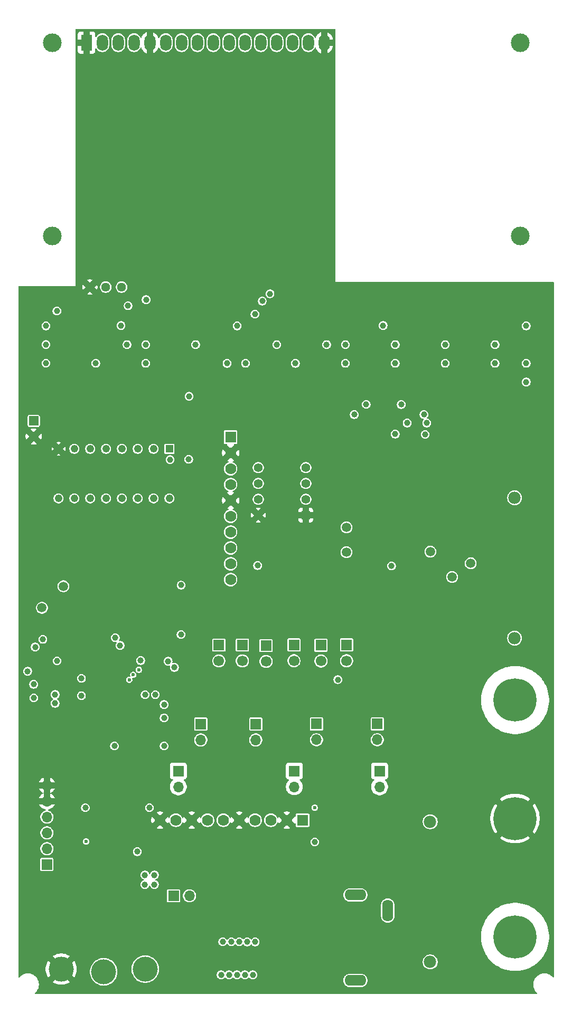
<source format=gbr>
%TF.GenerationSoftware,KiCad,Pcbnew,9.0.5*%
%TF.CreationDate,2025-10-28T12:45:37-04:00*%
%TF.ProjectId,oshe_dmm_project_v1,6f736865-5f64-46d6-9d5f-70726f6a6563,V1*%
%TF.SameCoordinates,Original*%
%TF.FileFunction,Copper,L2,Inr*%
%TF.FilePolarity,Positive*%
%FSLAX46Y46*%
G04 Gerber Fmt 4.6, Leading zero omitted, Abs format (unit mm)*
G04 Created by KiCad (PCBNEW 9.0.5) date 2025-10-28 12:45:37*
%MOMM*%
%LPD*%
G01*
G04 APERTURE LIST*
G04 Aperture macros list*
%AMRoundRect*
0 Rectangle with rounded corners*
0 $1 Rounding radius*
0 $2 $3 $4 $5 $6 $7 $8 $9 X,Y pos of 4 corners*
0 Add a 4 corners polygon primitive as box body*
4,1,4,$2,$3,$4,$5,$6,$7,$8,$9,$2,$3,0*
0 Add four circle primitives for the rounded corners*
1,1,$1+$1,$2,$3*
1,1,$1+$1,$4,$5*
1,1,$1+$1,$6,$7*
1,1,$1+$1,$8,$9*
0 Add four rect primitives between the rounded corners*
20,1,$1+$1,$2,$3,$4,$5,0*
20,1,$1+$1,$4,$5,$6,$7,0*
20,1,$1+$1,$6,$7,$8,$9,0*
20,1,$1+$1,$8,$9,$2,$3,0*%
G04 Aperture macros list end*
%TA.AperFunction,ComponentPad*%
%ADD10C,1.440000*%
%TD*%
%TA.AperFunction,ComponentPad*%
%ADD11C,3.000000*%
%TD*%
%TA.AperFunction,ComponentPad*%
%ADD12R,1.800000X2.600000*%
%TD*%
%TA.AperFunction,ComponentPad*%
%ADD13O,1.800000X2.600000*%
%TD*%
%TA.AperFunction,ComponentPad*%
%ADD14C,1.980000*%
%TD*%
%TA.AperFunction,ComponentPad*%
%ADD15R,1.778000X1.778000*%
%TD*%
%TA.AperFunction,ComponentPad*%
%ADD16C,1.778000*%
%TD*%
%TA.AperFunction,ComponentPad*%
%ADD17O,3.500000X1.750000*%
%TD*%
%TA.AperFunction,ComponentPad*%
%ADD18O,1.750000X3.500000*%
%TD*%
%TA.AperFunction,ComponentPad*%
%ADD19C,4.000000*%
%TD*%
%TA.AperFunction,ComponentPad*%
%ADD20RoundRect,0.250000X-0.550000X0.550000X-0.550000X-0.550000X0.550000X-0.550000X0.550000X0.550000X0*%
%TD*%
%TA.AperFunction,ComponentPad*%
%ADD21C,1.600000*%
%TD*%
%TA.AperFunction,ComponentPad*%
%ADD22R,1.700000X1.700000*%
%TD*%
%TA.AperFunction,ComponentPad*%
%ADD23O,1.700000X1.700000*%
%TD*%
%TA.AperFunction,ComponentPad*%
%ADD24R,1.397000X1.397000*%
%TD*%
%TA.AperFunction,ComponentPad*%
%ADD25C,1.397000*%
%TD*%
%TA.AperFunction,ComponentPad*%
%ADD26C,6.918200*%
%TD*%
%TA.AperFunction,ComponentPad*%
%ADD27C,1.700000*%
%TD*%
%TA.AperFunction,ComponentPad*%
%ADD28C,1.500000*%
%TD*%
%TA.AperFunction,ComponentPad*%
%ADD29R,1.210000X1.210000*%
%TD*%
%TA.AperFunction,ComponentPad*%
%ADD30C,1.210000*%
%TD*%
%TA.AperFunction,ViaPad*%
%ADD31C,1.000000*%
%TD*%
%TA.AperFunction,ViaPad*%
%ADD32C,0.600000*%
%TD*%
%TA.AperFunction,ViaPad*%
%ADD33C,1.500000*%
%TD*%
G04 APERTURE END LIST*
D10*
%TO.N,+5V*%
%TO.C,RV1*%
X138130000Y-113378000D03*
%TO.N,Net-(DS1-VO)*%
X135590000Y-113378000D03*
%TO.N,GND*%
X133050000Y-113378000D03*
%TD*%
D11*
%TO.N,*%
%TO.C,DS1*%
X126990900Y-74174500D03*
X126990900Y-105175200D03*
X201989480Y-105175200D03*
X201990000Y-74174500D03*
D12*
%TO.N,GND*%
X132490000Y-74174500D03*
D13*
%TO.N,+5V*%
X135030000Y-74174500D03*
%TO.N,Net-(DS1-VO)*%
X137570000Y-74174500D03*
%TO.N,MISO{slash}D12*%
X140110000Y-74174500D03*
%TO.N,GND*%
X142650000Y-74174500D03*
%TO.N,MOSI{slash}D11*%
X145190000Y-74174500D03*
%TO.N,unconnected-(DS1-D0-Pad7)*%
X147730000Y-74174500D03*
%TO.N,unconnected-(DS1-D1-Pad8)*%
X150270000Y-74174500D03*
%TO.N,unconnected-(DS1-D2-Pad9)*%
X152810000Y-74174500D03*
%TO.N,unconnected-(DS1-D3-Pad10)*%
X155350000Y-74174500D03*
%TO.N,D5*%
X157890000Y-74174500D03*
%TO.N,D4*%
X160430000Y-74174500D03*
%TO.N,D3*%
X162970000Y-74174500D03*
%TO.N,D2*%
X165510000Y-74174500D03*
%TO.N,Net-(DS1-LED(+))*%
X168050000Y-74174500D03*
%TO.N,GND*%
X170590000Y-74174500D03*
%TD*%
D14*
%TO.N,Current_Input*%
%TO.C,F2*%
X187590000Y-221628000D03*
%TO.N,Net-(U3-AIN2)*%
X187590000Y-199128000D03*
%TD*%
D15*
%TO.N,+5V*%
%TO.C,U3*%
X167130000Y-198878000D03*
D16*
%TO.N,GND*%
X164590000Y-198878000D03*
%TO.N,SCL*%
X162050000Y-198878000D03*
%TO.N,SDA*%
X159510000Y-198878000D03*
%TO.N,GND*%
X156970000Y-198878000D03*
%TO.N,unconnected-(U3-ALERT{slash}RDY-Pad6)*%
X154430000Y-198878000D03*
%TO.N,V_ADC_Input*%
X151890000Y-198878000D03*
%TO.N,GND*%
X149350000Y-198878000D03*
%TO.N,Net-(U3-AIN2)*%
X146810000Y-198878000D03*
%TO.N,GND*%
X144270000Y-198878000D03*
%TD*%
D17*
%TO.N,Net-(U8-AIN2)*%
%TO.C,J22*%
X175590000Y-224578000D03*
%TO.N,Net-(U8-AIN3)*%
X175590000Y-210878000D03*
D18*
%TO.N,unconnected-(J22-Pad3)*%
X180790000Y-213378000D03*
%TD*%
D19*
%TO.N,GND*%
%TO.C,BAT-1*%
X128447400Y-222766200D03*
%TD*%
D20*
%TO.N,+5V*%
%TO.C,C9*%
X124030000Y-134838000D03*
D21*
%TO.N,GND*%
X124030000Y-137338000D03*
%TD*%
D19*
%TO.N,Net-(JP1-C)*%
%TO.C,BAT+1*%
X141909400Y-222766200D03*
%TD*%
D22*
%TO.N,DTR*%
%TO.C,J1*%
X126144000Y-205981000D03*
D23*
%TO.N,TXD*%
X126144000Y-203441000D03*
%TO.N,RXD*%
X126144000Y-200901000D03*
%TO.N,+5V*%
X126144000Y-198361000D03*
%TO.N,GND*%
X126144000Y-195821000D03*
X126144000Y-193281000D03*
%TD*%
D22*
%TO.N,9V_BAT_IN*%
%TO.C,J6*%
X146451000Y-211006000D03*
D23*
%TO.N,Net-(J6-Pin_2)*%
X148991000Y-211006000D03*
%TD*%
D22*
%TO.N,+5V*%
%TO.C,J10*%
X159634000Y-183467400D03*
D23*
%TO.N,Net-(J10-Pin_2)*%
X159634000Y-186007400D03*
%TD*%
D24*
%TO.N,GND*%
%TO.C,U2*%
X167650000Y-149948000D03*
D25*
%TO.N,Net-(U2-Vin)*%
X167650000Y-147408000D03*
%TO.N,Net-(U2-Cf)*%
X167650000Y-144868000D03*
%TO.N,Net-(U2--Vs)*%
X167650000Y-142328000D03*
%TO.N,Net-(U2-Cav)*%
X160030000Y-142328000D03*
%TO.N,Net-(U2-OUTPUT)*%
X160030000Y-144868000D03*
%TO.N,+5V*%
X160030000Y-147408000D03*
%TO.N,GND*%
X160030000Y-149948000D03*
%TD*%
D22*
%TO.N,+5V*%
%TO.C,J13*%
X179105600Y-183447000D03*
D23*
%TO.N,Net-(J13-Pin_2)*%
X179105600Y-185987000D03*
%TD*%
D14*
%TO.N,Voltage_Input*%
%TO.C,F1*%
X201116800Y-169678000D03*
%TO.N,2V_Rang*%
X201116800Y-147178000D03*
%TD*%
D26*
%TO.N,GND*%
%TO.C,J3*%
X201193000Y-198610000D03*
%TD*%
D22*
%TO.N,+5V*%
%TO.C,J18*%
X165750000Y-170778000D03*
D27*
%TO.N,Net-(J18-Pin_2)*%
X165750000Y-173318000D03*
%TD*%
D28*
%TO.N,Net-(U1-XTAL2{slash}PB7)*%
%TO.C,Y1*%
X125359319Y-164818681D03*
%TO.N,Net-(U1-XTAL1{slash}PB6)*%
X128810000Y-161368000D03*
%TD*%
D22*
%TO.N,+5V*%
%TO.C,J14*%
X153720000Y-170788000D03*
D27*
%TO.N,Net-(J14-Pin_2)*%
X153720000Y-173328000D03*
%TD*%
D22*
%TO.N,2V_Rang*%
%TO.C,J7*%
X147218000Y-190990800D03*
D23*
%TO.N,V_ADC_Input*%
X147218000Y-193530800D03*
%TD*%
D15*
%TO.N,+5V*%
%TO.C,U8*%
X155590000Y-137438000D03*
D16*
%TO.N,GND*%
X155590000Y-139978000D03*
%TO.N,SCL*%
X155590000Y-142518000D03*
%TO.N,SDA*%
X155590000Y-145058000D03*
%TO.N,GND*%
X155590000Y-147598000D03*
%TO.N,unconnected-(U8-ALERT{slash}RDY-Pad6)*%
X155590000Y-150138000D03*
%TO.N,Net-(U2-OUTPUT)*%
X155590000Y-152678000D03*
%TO.N,unconnected-(U8-AIN1-Pad8)*%
X155590000Y-155218000D03*
%TO.N,Net-(U8-AIN2)*%
X155590000Y-157758000D03*
%TO.N,Net-(U8-AIN3)*%
X155590000Y-160298000D03*
%TD*%
D22*
%TO.N,200V_Rang*%
%TO.C,J11*%
X179476000Y-190990800D03*
D23*
%TO.N,V_ADC_Input*%
X179476000Y-193530800D03*
%TD*%
D22*
%TO.N,+5V*%
%TO.C,J12*%
X169365000Y-183447000D03*
D23*
%TO.N,Net-(J12-Pin_2)*%
X169365000Y-185987000D03*
%TD*%
D22*
%TO.N,+5V*%
%TO.C,J20*%
X174190000Y-170768000D03*
D27*
%TO.N,Net-(J20-Pin_2)*%
X174190000Y-173308000D03*
%TD*%
D22*
%TO.N,+5V*%
%TO.C,J16*%
X170080000Y-170818000D03*
D27*
%TO.N,Net-(J16-Pin_2)*%
X170080000Y-173358000D03*
%TD*%
D26*
%TO.N,Voltage_Input*%
%TO.C,J2*%
X201193000Y-179610000D03*
%TD*%
%TO.N,Current_Input*%
%TO.C,J4*%
X201193000Y-217610000D03*
%TD*%
D22*
%TO.N,20V_Rang*%
%TO.C,J9*%
X165810800Y-190985800D03*
D23*
%TO.N,V_ADC_Input*%
X165810800Y-193525800D03*
%TD*%
D29*
%TO.N,Net-(U4-X4)*%
%TO.C,U4*%
X145790000Y-139318000D03*
D30*
%TO.N,Net-(U4-X6)*%
X143250000Y-139318000D03*
%TO.N,A0*%
X140710000Y-139318000D03*
%TO.N,Net-(U4-X7)*%
X138170000Y-139318000D03*
%TO.N,Net-(U4-X5)*%
X135630000Y-139318000D03*
%TO.N,D9*%
X133090000Y-139318000D03*
%TO.N,unconnected-(U4-N.C.-Pad7)*%
X130550000Y-139318000D03*
%TO.N,GND*%
X128010000Y-139318000D03*
%TO.N,D8*%
X128010000Y-147258000D03*
%TO.N,D7*%
X130550000Y-147258000D03*
%TO.N,D6*%
X133090000Y-147258000D03*
%TO.N,Net-(U4-X3)*%
X135630000Y-147258000D03*
%TO.N,Net-(U4-X0)*%
X138170000Y-147258000D03*
%TO.N,Net-(U4-X1)*%
X140710000Y-147258000D03*
%TO.N,Net-(U4-X2)*%
X143250000Y-147258000D03*
%TO.N,+5V*%
X145790000Y-147258000D03*
%TD*%
D22*
%TO.N,+5V*%
%TO.C,J21*%
X161280000Y-170868000D03*
D27*
%TO.N,Net-(J21-Pin_2)*%
X161280000Y-173408000D03*
%TD*%
D22*
%TO.N,+5V*%
%TO.C,J5*%
X157480000Y-170788000D03*
D27*
%TO.N,Net-(J5-Pin_2)*%
X157480000Y-173328000D03*
%TD*%
D22*
%TO.N,+5V*%
%TO.C,J8*%
X150820000Y-183468000D03*
D23*
%TO.N,Net-(J8-Pin_2)*%
X150820000Y-186008000D03*
%TD*%
D19*
%TO.N,TS*%
%TO.C,Thermistor1*%
X135259400Y-223198000D03*
%TD*%
D31*
%TO.N,*%
X125990000Y-125578000D03*
X141990000Y-125598000D03*
X133990000Y-125598000D03*
X155020000Y-125608000D03*
%TO.N,GND*%
X126923400Y-217991000D03*
X128320400Y-217991000D03*
X166649000Y-207450000D03*
X134067000Y-178919600D03*
X172470000Y-139708000D03*
X167284000Y-216467000D03*
X129717400Y-217991000D03*
X124129400Y-214892200D03*
X167284000Y-213927000D03*
X126923400Y-219388000D03*
X147720000Y-176558000D03*
X129717400Y-219388000D03*
X167284000Y-220277000D03*
X167284000Y-215197000D03*
X122799130Y-154526469D03*
X167284000Y-217737000D03*
X124129400Y-213495200D03*
X134067000Y-176125600D03*
X134067000Y-177522600D03*
X167284000Y-219007000D03*
X128320400Y-219388000D03*
X162090000Y-202378000D03*
X167919000Y-207450000D03*
X134067000Y-174728600D03*
D32*
X157150000Y-141448000D03*
D31*
%TO.N,+5V*%
X158267000Y-218397400D03*
X154076000Y-223680600D03*
X125990000Y-119598000D03*
X132309850Y-196862400D03*
X156616000Y-223680600D03*
X180050000Y-119538000D03*
X159537000Y-218397400D03*
X202990000Y-119598000D03*
X155346000Y-223680600D03*
X159156000Y-223680600D03*
X131686000Y-178900400D03*
X155727000Y-218372000D03*
X131686000Y-176131800D03*
X154330000Y-218372000D03*
X169090000Y-202378000D03*
X157886000Y-223680600D03*
X138030000Y-119538000D03*
X156640000Y-119588000D03*
X156997000Y-218372000D03*
D32*
%TO.N,Net-(U1-~{RESET}{slash}PC6)*%
X132430000Y-202298000D03*
X139350000Y-176360600D03*
D31*
%TO.N,9V_BAT_IN*%
X141850000Y-209192000D03*
X143374000Y-209192000D03*
X141850000Y-207668000D03*
X143374000Y-207668000D03*
D32*
%TO.N,RXD*%
X139980000Y-175560600D03*
%TO.N,TXD*%
X140890000Y-174760600D03*
D31*
%TO.N,2V_Rang*%
X173990000Y-125598000D03*
X202990000Y-125598000D03*
X187030000Y-135178000D03*
X197990000Y-125598000D03*
X183890000Y-135168000D03*
%TO.N,D9*%
X124017600Y-177078000D03*
%TO.N,A0*%
X148890000Y-140998000D03*
X148940000Y-130888000D03*
X145890000Y-141038000D03*
X144930000Y-182468000D03*
X144930000Y-180328000D03*
%TO.N,SDA*%
X146590000Y-174378000D03*
X140630000Y-203918000D03*
X141884000Y-178748000D03*
%TO.N,D5*%
X127772113Y-173324807D03*
%TO.N,MISO{slash}D12*%
X127463000Y-180125100D03*
%TO.N,D2*%
X141179000Y-173267100D03*
%TO.N,D4*%
X137108800Y-169604000D03*
%TO.N,SCL*%
X143535000Y-178748000D03*
X145580000Y-173378000D03*
X142590000Y-196878000D03*
%TO.N,D8*%
X123067600Y-174988000D03*
%TO.N,D10*%
X136970000Y-186968000D03*
X144940000Y-186968000D03*
X124050000Y-179268000D03*
X172780000Y-176338000D03*
%TO.N,D7*%
X124266599Y-171107898D03*
%TO.N,MOSI{slash}D11*%
X127463000Y-178728100D03*
%TO.N,D6*%
X125498248Y-169876248D03*
%TO.N,D3*%
X137877000Y-170854100D03*
%TO.N,20V_Rang*%
X165990000Y-125608000D03*
X189990000Y-125598000D03*
%TO.N,200V_Rang*%
X186780000Y-137008000D03*
X157990000Y-125598000D03*
X181990000Y-136958000D03*
X181990000Y-125598000D03*
D33*
%TO.N,V_ADC_Input*%
X174160000Y-155908000D03*
D31*
X202990000Y-128598000D03*
D32*
X169090000Y-196878000D03*
D33*
X187610000Y-155798000D03*
X174180000Y-151918000D03*
D31*
%TO.N,Net-(J8-Pin_2)*%
X186580000Y-133808000D03*
X175412000Y-133830000D03*
X197990000Y-122598000D03*
%TO.N,Net-(J10-Pin_2)*%
X182940000Y-132208000D03*
X189990000Y-122598000D03*
X177340000Y-132188000D03*
%TO.N,Net-(J12-Pin_2)*%
X181990000Y-122598000D03*
%TO.N,Net-(J13-Pin_2)*%
X149990000Y-122598000D03*
X181400000Y-158098000D03*
X147660000Y-161178000D03*
X159920000Y-158028000D03*
X147650000Y-169098000D03*
%TO.N,Net-(J5-Pin_2)*%
X160670000Y-115618000D03*
X138990000Y-122598000D03*
X139160000Y-116368000D03*
%TO.N,Net-(J14-Pin_2)*%
X159490000Y-117708000D03*
X125990000Y-122578000D03*
X127750000Y-117208000D03*
%TO.N,Net-(J16-Pin_2)*%
X170990000Y-122598000D03*
%TO.N,Net-(J18-Pin_2)*%
X162990000Y-122598000D03*
%TO.N,Net-(J20-Pin_2)*%
X173990000Y-122598000D03*
%TO.N,Net-(J21-Pin_2)*%
X142060000Y-115398000D03*
X161910000Y-114448000D03*
X141990000Y-122598000D03*
D33*
%TO.N,Net-(U8-AIN3)*%
X191090000Y-159878000D03*
%TO.N,Net-(U8-AIN2)*%
X194090000Y-157688000D03*
%TD*%
%TA.AperFunction,Conductor*%
%TO.N,GND*%
G36*
X172323191Y-71964907D02*
G01*
X172359155Y-72014407D01*
X172364000Y-72045000D01*
X172364000Y-112538000D01*
X207317000Y-112538000D01*
X207375191Y-112556907D01*
X207411155Y-112606407D01*
X207416000Y-112637000D01*
X207416000Y-224009536D01*
X207397093Y-224067727D01*
X207347593Y-224103691D01*
X207286407Y-224103691D01*
X207238459Y-224069805D01*
X207229005Y-224057485D01*
X207229002Y-224057481D01*
X207064519Y-223892998D01*
X207064514Y-223892994D01*
X207064512Y-223892992D01*
X206888137Y-223757656D01*
X206879974Y-223751392D01*
X206876862Y-223749595D01*
X206678526Y-223635085D01*
X206678521Y-223635083D01*
X206463623Y-223546070D01*
X206463622Y-223546069D01*
X206463618Y-223546068D01*
X206238930Y-223485863D01*
X206238925Y-223485862D01*
X206238924Y-223485862D01*
X206008307Y-223455500D01*
X205775693Y-223455500D01*
X205775692Y-223455500D01*
X205545075Y-223485862D01*
X205545072Y-223485862D01*
X205545070Y-223485863D01*
X205384155Y-223528980D01*
X205320389Y-223546066D01*
X205320376Y-223546070D01*
X205105478Y-223635083D01*
X205105473Y-223635085D01*
X204904028Y-223751390D01*
X204719487Y-223892992D01*
X204554992Y-224057487D01*
X204413390Y-224242028D01*
X204297085Y-224443473D01*
X204297083Y-224443478D01*
X204208070Y-224658376D01*
X204208068Y-224658382D01*
X204155124Y-224855974D01*
X204147862Y-224883075D01*
X204117500Y-225113692D01*
X204117500Y-225346307D01*
X204137451Y-225497850D01*
X204147863Y-225576930D01*
X204168380Y-225653500D01*
X204208066Y-225801610D01*
X204208070Y-225801623D01*
X204297083Y-226016521D01*
X204297085Y-226016526D01*
X204413390Y-226217971D01*
X204554992Y-226402512D01*
X204554993Y-226402513D01*
X204554998Y-226402519D01*
X204719481Y-226567002D01*
X204719485Y-226567005D01*
X204719486Y-226567006D01*
X204731803Y-226576457D01*
X204766460Y-226626881D01*
X204764859Y-226688046D01*
X204727612Y-226736588D01*
X204671537Y-226754000D01*
X124308463Y-226754000D01*
X124250272Y-226735093D01*
X124214308Y-226685593D01*
X124214308Y-226624407D01*
X124248197Y-226576457D01*
X124248607Y-226576141D01*
X124260519Y-226567002D01*
X124425002Y-226402519D01*
X124566608Y-226217974D01*
X124682915Y-226016525D01*
X124771932Y-225801618D01*
X124832137Y-225576930D01*
X124862500Y-225346307D01*
X124862500Y-225113693D01*
X124832137Y-224883070D01*
X124771932Y-224658382D01*
X124682915Y-224443475D01*
X124671774Y-224424179D01*
X124566609Y-224242028D01*
X124566608Y-224242026D01*
X124439546Y-224076435D01*
X124425007Y-224057487D01*
X124425005Y-224057485D01*
X124425002Y-224057481D01*
X124260519Y-223892998D01*
X124260514Y-223892994D01*
X124260512Y-223892992D01*
X124084137Y-223757656D01*
X124075974Y-223751392D01*
X124072862Y-223749595D01*
X123874526Y-223635085D01*
X123874521Y-223635083D01*
X123659623Y-223546070D01*
X123659622Y-223546069D01*
X123659618Y-223546068D01*
X123434930Y-223485863D01*
X123434925Y-223485862D01*
X123434924Y-223485862D01*
X123204307Y-223455500D01*
X122971693Y-223455500D01*
X122971692Y-223455500D01*
X122741075Y-223485862D01*
X122741072Y-223485862D01*
X122741070Y-223485863D01*
X122580155Y-223528980D01*
X122516389Y-223546066D01*
X122516376Y-223546070D01*
X122301478Y-223635083D01*
X122301473Y-223635085D01*
X122100028Y-223751390D01*
X121915487Y-223892992D01*
X121750994Y-224057485D01*
X121741541Y-224069805D01*
X121691116Y-224104460D01*
X121629951Y-224102857D01*
X121581410Y-224065609D01*
X121564000Y-224009536D01*
X121564000Y-222625801D01*
X125947400Y-222625801D01*
X125947400Y-222906598D01*
X125978838Y-223185623D01*
X126041322Y-223459382D01*
X126134061Y-223724414D01*
X126134062Y-223724417D01*
X126255892Y-223977401D01*
X126361314Y-224145177D01*
X127479652Y-223026838D01*
X127485829Y-223057889D01*
X127561211Y-223239878D01*
X127670649Y-223403663D01*
X127809937Y-223542951D01*
X127973722Y-223652389D01*
X128155711Y-223727771D01*
X128186759Y-223733946D01*
X127068421Y-224852285D01*
X127236199Y-224957707D01*
X127236211Y-224957713D01*
X127489182Y-225079537D01*
X127489185Y-225079538D01*
X127754217Y-225172277D01*
X128027976Y-225234761D01*
X128307001Y-225266199D01*
X128307004Y-225266200D01*
X128587796Y-225266200D01*
X128587798Y-225266199D01*
X128866823Y-225234761D01*
X129140582Y-225172277D01*
X129405614Y-225079538D01*
X129405617Y-225079537D01*
X129658598Y-224957708D01*
X129658603Y-224957705D01*
X129826377Y-224852285D01*
X128708039Y-223733947D01*
X128739089Y-223727771D01*
X128921078Y-223652389D01*
X129084863Y-223542951D01*
X129224151Y-223403663D01*
X129333589Y-223239878D01*
X129408971Y-223057889D01*
X129415147Y-223026839D01*
X130533485Y-224145177D01*
X130638905Y-223977403D01*
X130638908Y-223977398D01*
X130760737Y-223724417D01*
X130760738Y-223724414D01*
X130853477Y-223459382D01*
X130915961Y-223185623D01*
X130930817Y-223053770D01*
X133058900Y-223053770D01*
X133058900Y-223342229D01*
X133096550Y-223628209D01*
X133096550Y-223628214D01*
X133171209Y-223906846D01*
X133281594Y-224173341D01*
X133281596Y-224173346D01*
X133401543Y-224381099D01*
X133425825Y-224423156D01*
X133441419Y-224443478D01*
X133601420Y-224651997D01*
X133601422Y-224651999D01*
X133601426Y-224652004D01*
X133805396Y-224855974D01*
X133805400Y-224855977D01*
X133805402Y-224855979D01*
X133900629Y-224929049D01*
X134034244Y-225031575D01*
X134284055Y-225175804D01*
X134550555Y-225286191D01*
X134829183Y-225360849D01*
X135115172Y-225398500D01*
X135115173Y-225398500D01*
X135403627Y-225398500D01*
X135403628Y-225398500D01*
X135689617Y-225360849D01*
X135968245Y-225286191D01*
X136234745Y-225175804D01*
X136484556Y-225031575D01*
X136713404Y-224855974D01*
X136917374Y-224652004D01*
X137092975Y-224423156D01*
X137237204Y-224173345D01*
X137347591Y-223906845D01*
X137422249Y-223628217D01*
X137459900Y-223342228D01*
X137459900Y-223053772D01*
X137422249Y-222767783D01*
X137383179Y-222621970D01*
X139708900Y-222621970D01*
X139708900Y-222910429D01*
X139746550Y-223196409D01*
X139746550Y-223196414D01*
X139821209Y-223475046D01*
X139931594Y-223741541D01*
X139931596Y-223741546D01*
X140027032Y-223906845D01*
X140075825Y-223991356D01*
X140126569Y-224057487D01*
X140251420Y-224220197D01*
X140251422Y-224220199D01*
X140251426Y-224220204D01*
X140455396Y-224424174D01*
X140455400Y-224424177D01*
X140455402Y-224424179D01*
X140480553Y-224443478D01*
X140684244Y-224599775D01*
X140934055Y-224744004D01*
X141200555Y-224854391D01*
X141479183Y-224929049D01*
X141765172Y-224966700D01*
X141765173Y-224966700D01*
X142053627Y-224966700D01*
X142053628Y-224966700D01*
X142339617Y-224929049D01*
X142618245Y-224854391D01*
X142884745Y-224744004D01*
X143134556Y-224599775D01*
X143273249Y-224493352D01*
X173639500Y-224493352D01*
X173639500Y-224662647D01*
X173665980Y-224829842D01*
X173707527Y-224957708D01*
X173718295Y-224990849D01*
X173795150Y-225141685D01*
X173894654Y-225278641D01*
X174014359Y-225398346D01*
X174151315Y-225497850D01*
X174302151Y-225574705D01*
X174463153Y-225627018D01*
X174463154Y-225627018D01*
X174463157Y-225627019D01*
X174630353Y-225653500D01*
X174630356Y-225653500D01*
X176549647Y-225653500D01*
X176716842Y-225627019D01*
X176716843Y-225627018D01*
X176716847Y-225627018D01*
X176877849Y-225574705D01*
X177028685Y-225497850D01*
X177165641Y-225398346D01*
X177285346Y-225278641D01*
X177384850Y-225141685D01*
X177461705Y-224990849D01*
X177514018Y-224829847D01*
X177527614Y-224744004D01*
X177540500Y-224662647D01*
X177540500Y-224493352D01*
X177514019Y-224326157D01*
X177505968Y-224301377D01*
X177461705Y-224165151D01*
X177384850Y-224014315D01*
X177285346Y-223877359D01*
X177165641Y-223757654D01*
X177028685Y-223658150D01*
X177028684Y-223658149D01*
X177028682Y-223658148D01*
X176937339Y-223611607D01*
X176877849Y-223581295D01*
X176877846Y-223581294D01*
X176877844Y-223581293D01*
X176716842Y-223528980D01*
X176549647Y-223502500D01*
X176549644Y-223502500D01*
X174630356Y-223502500D01*
X174630353Y-223502500D01*
X174463157Y-223528980D01*
X174302155Y-223581293D01*
X174151317Y-223658148D01*
X174082837Y-223707902D01*
X174014359Y-223757654D01*
X173894654Y-223877359D01*
X173873231Y-223906846D01*
X173795148Y-224014317D01*
X173718293Y-224165155D01*
X173665980Y-224326157D01*
X173639500Y-224493352D01*
X143273249Y-224493352D01*
X143363404Y-224424174D01*
X143567374Y-224220204D01*
X143742975Y-223991356D01*
X143887204Y-223741545D01*
X143941027Y-223611604D01*
X153375500Y-223611604D01*
X153375500Y-223749595D01*
X153378803Y-223766200D01*
X153400914Y-223877359D01*
X153402420Y-223884927D01*
X153402420Y-223884929D01*
X153455222Y-224012406D01*
X153455228Y-224012417D01*
X153531885Y-224127141D01*
X153629458Y-224224714D01*
X153744182Y-224301371D01*
X153744193Y-224301377D01*
X153791283Y-224320882D01*
X153871672Y-224354180D01*
X154007007Y-224381100D01*
X154007008Y-224381100D01*
X154144992Y-224381100D01*
X154144993Y-224381100D01*
X154280328Y-224354180D01*
X154407811Y-224301375D01*
X154522542Y-224224714D01*
X154620114Y-224127142D01*
X154628686Y-224114312D01*
X154676732Y-224076435D01*
X154737871Y-224074031D01*
X154788745Y-224108023D01*
X154793295Y-224114285D01*
X154801886Y-224127142D01*
X154801890Y-224127146D01*
X154899458Y-224224714D01*
X155014182Y-224301371D01*
X155014193Y-224301377D01*
X155061283Y-224320882D01*
X155141672Y-224354180D01*
X155277007Y-224381100D01*
X155277008Y-224381100D01*
X155414992Y-224381100D01*
X155414993Y-224381100D01*
X155550328Y-224354180D01*
X155677811Y-224301375D01*
X155792542Y-224224714D01*
X155890114Y-224127142D01*
X155898686Y-224114312D01*
X155946732Y-224076435D01*
X156007871Y-224074031D01*
X156058745Y-224108023D01*
X156063295Y-224114285D01*
X156071886Y-224127142D01*
X156071890Y-224127146D01*
X156169458Y-224224714D01*
X156284182Y-224301371D01*
X156284193Y-224301377D01*
X156331283Y-224320882D01*
X156411672Y-224354180D01*
X156547007Y-224381100D01*
X156547008Y-224381100D01*
X156684992Y-224381100D01*
X156684993Y-224381100D01*
X156820328Y-224354180D01*
X156947811Y-224301375D01*
X157062542Y-224224714D01*
X157160114Y-224127142D01*
X157168686Y-224114312D01*
X157216732Y-224076435D01*
X157277871Y-224074031D01*
X157328745Y-224108023D01*
X157333295Y-224114285D01*
X157341886Y-224127142D01*
X157341890Y-224127146D01*
X157439458Y-224224714D01*
X157554182Y-224301371D01*
X157554193Y-224301377D01*
X157601283Y-224320882D01*
X157681672Y-224354180D01*
X157817007Y-224381100D01*
X157817008Y-224381100D01*
X157954992Y-224381100D01*
X157954993Y-224381100D01*
X158090328Y-224354180D01*
X158217811Y-224301375D01*
X158332542Y-224224714D01*
X158430114Y-224127142D01*
X158438686Y-224114312D01*
X158486732Y-224076435D01*
X158547871Y-224074031D01*
X158598745Y-224108023D01*
X158603295Y-224114285D01*
X158611886Y-224127142D01*
X158611890Y-224127146D01*
X158709458Y-224224714D01*
X158824182Y-224301371D01*
X158824193Y-224301377D01*
X158871283Y-224320882D01*
X158951672Y-224354180D01*
X159087007Y-224381100D01*
X159087008Y-224381100D01*
X159224992Y-224381100D01*
X159224993Y-224381100D01*
X159360328Y-224354180D01*
X159487811Y-224301375D01*
X159602542Y-224224714D01*
X159700114Y-224127142D01*
X159776775Y-224012411D01*
X159829580Y-223884928D01*
X159856500Y-223749593D01*
X159856500Y-223611607D01*
X159829580Y-223476272D01*
X159811978Y-223433777D01*
X159776777Y-223348793D01*
X159776771Y-223348782D01*
X159700114Y-223234058D01*
X159602541Y-223136485D01*
X159487817Y-223059828D01*
X159487806Y-223059822D01*
X159360328Y-223007020D01*
X159224995Y-222980100D01*
X159224993Y-222980100D01*
X159087007Y-222980100D01*
X159087004Y-222980100D01*
X158951672Y-223007020D01*
X158951670Y-223007020D01*
X158824193Y-223059822D01*
X158824182Y-223059828D01*
X158709458Y-223136485D01*
X158611889Y-223234054D01*
X158611886Y-223234058D01*
X158603315Y-223246886D01*
X158555265Y-223284765D01*
X158494127Y-223287167D01*
X158443253Y-223253174D01*
X158438685Y-223246886D01*
X158430114Y-223234058D01*
X158332542Y-223136486D01*
X158332541Y-223136485D01*
X158217817Y-223059828D01*
X158217806Y-223059822D01*
X158090328Y-223007020D01*
X157954995Y-222980100D01*
X157954993Y-222980100D01*
X157817007Y-222980100D01*
X157817004Y-222980100D01*
X157681672Y-223007020D01*
X157681670Y-223007020D01*
X157554193Y-223059822D01*
X157554182Y-223059828D01*
X157439458Y-223136485D01*
X157341889Y-223234054D01*
X157341886Y-223234058D01*
X157333315Y-223246886D01*
X157285265Y-223284765D01*
X157224127Y-223287167D01*
X157173253Y-223253174D01*
X157168685Y-223246886D01*
X157160114Y-223234058D01*
X157062542Y-223136486D01*
X157062541Y-223136485D01*
X156947817Y-223059828D01*
X156947806Y-223059822D01*
X156820328Y-223007020D01*
X156684995Y-222980100D01*
X156684993Y-222980100D01*
X156547007Y-222980100D01*
X156547004Y-222980100D01*
X156411672Y-223007020D01*
X156411670Y-223007020D01*
X156284193Y-223059822D01*
X156284182Y-223059828D01*
X156169458Y-223136485D01*
X156071889Y-223234054D01*
X156071886Y-223234058D01*
X156063315Y-223246886D01*
X156015265Y-223284765D01*
X155954127Y-223287167D01*
X155903253Y-223253174D01*
X155898685Y-223246886D01*
X155890114Y-223234058D01*
X155792542Y-223136486D01*
X155792541Y-223136485D01*
X155677817Y-223059828D01*
X155677806Y-223059822D01*
X155550328Y-223007020D01*
X155414995Y-222980100D01*
X155414993Y-222980100D01*
X155277007Y-222980100D01*
X155277004Y-222980100D01*
X155141672Y-223007020D01*
X155141670Y-223007020D01*
X155014193Y-223059822D01*
X155014182Y-223059828D01*
X154899458Y-223136485D01*
X154801889Y-223234054D01*
X154801886Y-223234058D01*
X154793315Y-223246886D01*
X154745265Y-223284765D01*
X154684127Y-223287167D01*
X154633253Y-223253174D01*
X154628685Y-223246886D01*
X154620114Y-223234058D01*
X154522542Y-223136486D01*
X154522541Y-223136485D01*
X154407817Y-223059828D01*
X154407806Y-223059822D01*
X154280328Y-223007020D01*
X154144995Y-222980100D01*
X154144993Y-222980100D01*
X154007007Y-222980100D01*
X154007004Y-222980100D01*
X153871672Y-223007020D01*
X153871670Y-223007020D01*
X153744193Y-223059822D01*
X153744182Y-223059828D01*
X153629458Y-223136485D01*
X153531885Y-223234058D01*
X153455228Y-223348782D01*
X153455222Y-223348793D01*
X153402420Y-223476270D01*
X153402420Y-223476272D01*
X153375500Y-223611604D01*
X143941027Y-223611604D01*
X143997591Y-223475045D01*
X144072249Y-223196417D01*
X144109900Y-222910428D01*
X144109900Y-222621972D01*
X144072249Y-222335983D01*
X143997591Y-222057355D01*
X143887204Y-221790855D01*
X143872969Y-221766200D01*
X143765418Y-221579916D01*
X143765417Y-221579915D01*
X143742975Y-221541043D01*
X143737802Y-221534302D01*
X186399500Y-221534302D01*
X186399500Y-221721697D01*
X186428813Y-221906777D01*
X186428814Y-221906781D01*
X186486717Y-222084986D01*
X186486719Y-222084989D01*
X186556862Y-222222655D01*
X186571793Y-222251958D01*
X186681938Y-222403559D01*
X186814441Y-222536062D01*
X186966042Y-222646207D01*
X187133007Y-222731279D01*
X187133009Y-222731279D01*
X187133010Y-222731280D01*
X187133013Y-222731282D01*
X187311218Y-222789185D01*
X187311222Y-222789186D01*
X187496303Y-222818500D01*
X187496306Y-222818500D01*
X187683697Y-222818500D01*
X187868777Y-222789186D01*
X187868781Y-222789185D01*
X188046986Y-222731282D01*
X188046988Y-222731280D01*
X188046993Y-222731279D01*
X188213958Y-222646207D01*
X188365559Y-222536062D01*
X188498062Y-222403559D01*
X188608207Y-222251958D01*
X188693279Y-222084993D01*
X188693280Y-222084988D01*
X188693282Y-222084986D01*
X188751185Y-221906781D01*
X188751186Y-221906777D01*
X188780500Y-221721697D01*
X188780500Y-221534302D01*
X188751186Y-221349222D01*
X188751185Y-221349218D01*
X188693282Y-221171013D01*
X188693280Y-221171010D01*
X188693279Y-221171009D01*
X188693279Y-221171007D01*
X188608207Y-221004042D01*
X188498062Y-220852441D01*
X188365559Y-220719938D01*
X188213958Y-220609793D01*
X188213957Y-220609792D01*
X188213955Y-220609791D01*
X188046989Y-220524719D01*
X188046986Y-220524717D01*
X187868781Y-220466814D01*
X187868777Y-220466813D01*
X187683697Y-220437500D01*
X187683694Y-220437500D01*
X187496306Y-220437500D01*
X187496303Y-220437500D01*
X187311222Y-220466813D01*
X187311218Y-220466814D01*
X187133013Y-220524717D01*
X187133010Y-220524719D01*
X186966044Y-220609791D01*
X186814442Y-220719937D01*
X186681937Y-220852442D01*
X186571791Y-221004044D01*
X186486719Y-221171010D01*
X186486717Y-221171013D01*
X186428814Y-221349218D01*
X186428813Y-221349222D01*
X186399500Y-221534302D01*
X143737802Y-221534302D01*
X143567379Y-221312202D01*
X143567377Y-221312200D01*
X143567374Y-221312196D01*
X143363404Y-221108226D01*
X143363399Y-221108222D01*
X143363397Y-221108220D01*
X143134553Y-220932623D01*
X142884746Y-220788396D01*
X142884741Y-220788394D01*
X142618246Y-220678009D01*
X142495388Y-220645089D01*
X142339617Y-220603351D01*
X142339614Y-220603350D01*
X142339612Y-220603350D01*
X142053629Y-220565700D01*
X142053628Y-220565700D01*
X141765172Y-220565700D01*
X141765170Y-220565700D01*
X141479190Y-220603350D01*
X141479185Y-220603350D01*
X141200553Y-220678009D01*
X140934058Y-220788394D01*
X140934053Y-220788396D01*
X140684246Y-220932623D01*
X140455402Y-221108220D01*
X140251420Y-221312202D01*
X140075823Y-221541046D01*
X139931596Y-221790853D01*
X139931594Y-221790858D01*
X139821209Y-222057353D01*
X139746550Y-222335985D01*
X139746550Y-222335990D01*
X139708900Y-222621970D01*
X137383179Y-222621970D01*
X137347591Y-222489155D01*
X137237204Y-222222655D01*
X137092975Y-221972844D01*
X136992101Y-221841383D01*
X136917379Y-221744002D01*
X136917377Y-221744000D01*
X136917374Y-221743996D01*
X136713404Y-221540026D01*
X136713399Y-221540022D01*
X136713397Y-221540020D01*
X136484553Y-221364423D01*
X136234746Y-221220196D01*
X136234741Y-221220194D01*
X135968246Y-221109809D01*
X135845388Y-221076889D01*
X135689617Y-221035151D01*
X135689614Y-221035150D01*
X135689612Y-221035150D01*
X135403629Y-220997500D01*
X135403628Y-220997500D01*
X135115172Y-220997500D01*
X135115170Y-220997500D01*
X134829190Y-221035150D01*
X134829185Y-221035150D01*
X134550553Y-221109809D01*
X134284058Y-221220194D01*
X134284053Y-221220196D01*
X134034246Y-221364423D01*
X133805402Y-221540020D01*
X133601420Y-221744002D01*
X133425823Y-221972846D01*
X133281596Y-222222653D01*
X133281594Y-222222658D01*
X133171209Y-222489153D01*
X133096550Y-222767785D01*
X133096550Y-222767790D01*
X133058900Y-223053770D01*
X130930817Y-223053770D01*
X130932431Y-223039447D01*
X130932432Y-223039444D01*
X130947399Y-222906613D01*
X130947400Y-222906596D01*
X130947400Y-222625803D01*
X130947399Y-222625801D01*
X130915961Y-222346776D01*
X130853477Y-222073017D01*
X130760738Y-221807985D01*
X130760737Y-221807982D01*
X130638913Y-221555011D01*
X130638907Y-221554999D01*
X130533484Y-221387221D01*
X129415146Y-222505559D01*
X129408971Y-222474511D01*
X129333589Y-222292522D01*
X129224151Y-222128737D01*
X129084863Y-221989449D01*
X128921078Y-221880011D01*
X128739089Y-221804629D01*
X128708038Y-221798452D01*
X129826377Y-220680114D01*
X129658601Y-220574692D01*
X129405617Y-220452862D01*
X129405614Y-220452861D01*
X129140582Y-220360122D01*
X128866823Y-220297638D01*
X128587798Y-220266200D01*
X128307001Y-220266200D01*
X128027976Y-220297638D01*
X127754217Y-220360122D01*
X127489185Y-220452861D01*
X127489182Y-220452862D01*
X127236198Y-220574692D01*
X127068421Y-220680114D01*
X128186760Y-221798453D01*
X128155711Y-221804629D01*
X127973722Y-221880011D01*
X127809937Y-221989449D01*
X127670649Y-222128737D01*
X127561211Y-222292522D01*
X127485829Y-222474511D01*
X127479653Y-222505560D01*
X126361314Y-221387221D01*
X126255892Y-221554998D01*
X126134062Y-221807982D01*
X126134061Y-221807985D01*
X126041322Y-222073017D01*
X125978838Y-222346776D01*
X125947400Y-222625801D01*
X121564000Y-222625801D01*
X121564000Y-218303004D01*
X153629500Y-218303004D01*
X153629500Y-218440995D01*
X153656420Y-218576327D01*
X153656420Y-218576329D01*
X153709222Y-218703806D01*
X153709228Y-218703817D01*
X153785885Y-218818541D01*
X153883458Y-218916114D01*
X153998182Y-218992771D01*
X153998193Y-218992777D01*
X154045283Y-219012282D01*
X154125672Y-219045580D01*
X154261007Y-219072500D01*
X154261008Y-219072500D01*
X154398992Y-219072500D01*
X154398993Y-219072500D01*
X154534328Y-219045580D01*
X154661811Y-218992775D01*
X154776542Y-218916114D01*
X154874114Y-218818542D01*
X154946185Y-218710681D01*
X154994235Y-218672802D01*
X155055373Y-218670400D01*
X155106247Y-218704393D01*
X155110815Y-218710681D01*
X155182886Y-218818542D01*
X155182889Y-218818545D01*
X155280458Y-218916114D01*
X155395182Y-218992771D01*
X155395193Y-218992777D01*
X155442283Y-219012282D01*
X155522672Y-219045580D01*
X155658007Y-219072500D01*
X155658008Y-219072500D01*
X155795992Y-219072500D01*
X155795993Y-219072500D01*
X155931328Y-219045580D01*
X156058811Y-218992775D01*
X156173542Y-218916114D01*
X156271114Y-218818542D01*
X156279686Y-218805712D01*
X156327732Y-218767835D01*
X156388871Y-218765431D01*
X156439745Y-218799423D01*
X156444295Y-218805685D01*
X156452886Y-218818542D01*
X156452889Y-218818545D01*
X156452890Y-218818546D01*
X156550458Y-218916114D01*
X156665182Y-218992771D01*
X156665193Y-218992777D01*
X156712283Y-219012282D01*
X156792672Y-219045580D01*
X156928007Y-219072500D01*
X156928008Y-219072500D01*
X157065992Y-219072500D01*
X157065993Y-219072500D01*
X157201328Y-219045580D01*
X157328811Y-218992775D01*
X157443542Y-218916114D01*
X157541114Y-218818542D01*
X157541195Y-218818419D01*
X157541246Y-218818379D01*
X157544191Y-218814791D01*
X157544978Y-218815437D01*
X157589239Y-218780538D01*
X157650376Y-218778129D01*
X157701254Y-218812116D01*
X157705805Y-218818379D01*
X157722886Y-218843942D01*
X157722888Y-218843944D01*
X157820458Y-218941514D01*
X157935182Y-219018171D01*
X157935193Y-219018177D01*
X157982283Y-219037682D01*
X158062672Y-219070980D01*
X158198007Y-219097900D01*
X158198008Y-219097900D01*
X158335992Y-219097900D01*
X158335993Y-219097900D01*
X158471328Y-219070980D01*
X158598811Y-219018175D01*
X158713542Y-218941514D01*
X158811114Y-218843942D01*
X158819686Y-218831112D01*
X158867732Y-218793235D01*
X158928871Y-218790831D01*
X158979745Y-218824823D01*
X158984295Y-218831085D01*
X158992886Y-218843942D01*
X158992890Y-218843946D01*
X159090458Y-218941514D01*
X159205182Y-219018171D01*
X159205193Y-219018177D01*
X159252283Y-219037682D01*
X159332672Y-219070980D01*
X159468007Y-219097900D01*
X159468008Y-219097900D01*
X159605992Y-219097900D01*
X159605993Y-219097900D01*
X159741328Y-219070980D01*
X159868811Y-219018175D01*
X159983542Y-218941514D01*
X160081114Y-218843942D01*
X160157775Y-218729211D01*
X160210580Y-218601728D01*
X160237500Y-218466393D01*
X160237500Y-218328407D01*
X160210580Y-218193072D01*
X160172000Y-218099931D01*
X160157777Y-218065593D01*
X160157771Y-218065582D01*
X160081114Y-217950858D01*
X159983541Y-217853285D01*
X159868817Y-217776628D01*
X159868806Y-217776622D01*
X159741328Y-217723820D01*
X159605995Y-217696900D01*
X159605993Y-217696900D01*
X159468007Y-217696900D01*
X159468004Y-217696900D01*
X159332672Y-217723820D01*
X159332670Y-217723820D01*
X159205193Y-217776622D01*
X159205182Y-217776628D01*
X159090458Y-217853285D01*
X158992889Y-217950854D01*
X158992886Y-217950858D01*
X158984315Y-217963686D01*
X158936265Y-218001565D01*
X158875127Y-218003967D01*
X158824253Y-217969974D01*
X158819685Y-217963686D01*
X158813620Y-217954609D01*
X158811114Y-217950858D01*
X158713542Y-217853286D01*
X158713541Y-217853285D01*
X158598817Y-217776628D01*
X158598806Y-217776622D01*
X158471328Y-217723820D01*
X158335995Y-217696900D01*
X158335993Y-217696900D01*
X158198007Y-217696900D01*
X158198004Y-217696900D01*
X158062672Y-217723820D01*
X158062670Y-217723820D01*
X157935193Y-217776622D01*
X157935182Y-217776628D01*
X157820458Y-217853285D01*
X157722889Y-217950854D01*
X157722879Y-217950866D01*
X157722791Y-217950999D01*
X157722734Y-217951043D01*
X157719809Y-217954609D01*
X157719025Y-217953966D01*
X157674735Y-217988871D01*
X157613596Y-217991262D01*
X157562728Y-217957261D01*
X157558180Y-217950999D01*
X157541114Y-217925458D01*
X157443542Y-217827886D01*
X157443541Y-217827885D01*
X157328817Y-217751228D01*
X157328806Y-217751222D01*
X157201328Y-217698420D01*
X157065995Y-217671500D01*
X157065993Y-217671500D01*
X156928007Y-217671500D01*
X156928004Y-217671500D01*
X156792672Y-217698420D01*
X156792670Y-217698420D01*
X156665193Y-217751222D01*
X156665182Y-217751228D01*
X156550458Y-217827885D01*
X156452889Y-217925454D01*
X156452886Y-217925458D01*
X156444315Y-217938286D01*
X156396265Y-217976165D01*
X156335127Y-217978567D01*
X156284253Y-217944574D01*
X156279685Y-217938286D01*
X156271114Y-217925458D01*
X156173542Y-217827886D01*
X156173541Y-217827885D01*
X156058817Y-217751228D01*
X156058806Y-217751222D01*
X155931328Y-217698420D01*
X155795995Y-217671500D01*
X155795993Y-217671500D01*
X155658007Y-217671500D01*
X155658004Y-217671500D01*
X155522672Y-217698420D01*
X155522670Y-217698420D01*
X155395193Y-217751222D01*
X155395182Y-217751228D01*
X155280458Y-217827885D01*
X155182885Y-217925458D01*
X155110815Y-218033318D01*
X155062765Y-218071197D01*
X155001626Y-218073599D01*
X154950753Y-218039605D01*
X154946185Y-218033318D01*
X154874114Y-217925458D01*
X154776541Y-217827885D01*
X154661817Y-217751228D01*
X154661806Y-217751222D01*
X154534328Y-217698420D01*
X154398995Y-217671500D01*
X154398993Y-217671500D01*
X154261007Y-217671500D01*
X154261004Y-217671500D01*
X154125672Y-217698420D01*
X154125670Y-217698420D01*
X153998193Y-217751222D01*
X153998182Y-217751228D01*
X153883458Y-217827885D01*
X153785885Y-217925458D01*
X153709228Y-218040182D01*
X153709222Y-218040193D01*
X153656420Y-218167670D01*
X153656420Y-218167672D01*
X153629500Y-218303004D01*
X121564000Y-218303004D01*
X121564000Y-217395492D01*
X195733400Y-217395492D01*
X195733400Y-217824508D01*
X195767061Y-218252199D01*
X195767062Y-218252213D01*
X195833149Y-218669468D01*
X195834174Y-218675937D01*
X195934326Y-219093100D01*
X196066899Y-219501119D01*
X196231076Y-219897478D01*
X196418950Y-220266200D01*
X196425851Y-220279744D01*
X196425852Y-220279746D01*
X196649994Y-220645514D01*
X196902174Y-220992611D01*
X196902187Y-220992627D01*
X197180786Y-221318825D01*
X197180794Y-221318833D01*
X197180800Y-221318840D01*
X197484160Y-221622200D01*
X197484166Y-221622205D01*
X197484174Y-221622213D01*
X197810372Y-221900812D01*
X197810388Y-221900825D01*
X197818586Y-221906781D01*
X198157469Y-222152994D01*
X198157474Y-222152997D01*
X198157485Y-222153005D01*
X198523253Y-222377147D01*
X198523256Y-222377148D01*
X198523265Y-222377154D01*
X198905522Y-222571924D01*
X199301881Y-222736101D01*
X199709900Y-222868674D01*
X200127063Y-222968826D01*
X200550798Y-223035939D01*
X200978492Y-223069600D01*
X200978500Y-223069600D01*
X201407500Y-223069600D01*
X201407508Y-223069600D01*
X201835202Y-223035939D01*
X202258937Y-222968826D01*
X202676100Y-222868674D01*
X203084119Y-222736101D01*
X203480478Y-222571924D01*
X203862735Y-222377154D01*
X204000842Y-222292522D01*
X204228514Y-222153005D01*
X204228519Y-222153001D01*
X204228531Y-222152994D01*
X204575613Y-221900824D01*
X204785344Y-221721697D01*
X204901825Y-221622213D01*
X204901826Y-221622211D01*
X204901840Y-221622200D01*
X205205200Y-221318840D01*
X205210870Y-221312202D01*
X205483812Y-220992627D01*
X205483824Y-220992613D01*
X205735994Y-220645531D01*
X205736001Y-220645519D01*
X205736005Y-220645514D01*
X205960147Y-220279746D01*
X205960148Y-220279744D01*
X205960154Y-220279735D01*
X206154924Y-219897478D01*
X206319101Y-219501119D01*
X206451674Y-219093100D01*
X206551826Y-218675937D01*
X206618939Y-218252202D01*
X206652600Y-217824508D01*
X206652600Y-217395492D01*
X206618939Y-216967798D01*
X206551826Y-216544063D01*
X206451674Y-216126900D01*
X206319101Y-215718881D01*
X206154924Y-215322522D01*
X205960154Y-214940265D01*
X205960147Y-214940253D01*
X205736005Y-214574485D01*
X205735997Y-214574474D01*
X205735994Y-214574469D01*
X205483824Y-214227387D01*
X205483812Y-214227372D01*
X205205213Y-213901174D01*
X205205205Y-213901166D01*
X205205200Y-213901160D01*
X204901840Y-213597800D01*
X204901833Y-213597794D01*
X204901825Y-213597786D01*
X204575627Y-213319187D01*
X204575611Y-213319174D01*
X204228514Y-213066994D01*
X203862746Y-212842852D01*
X203862744Y-212842851D01*
X203862739Y-212842848D01*
X203862735Y-212842846D01*
X203480478Y-212648076D01*
X203084119Y-212483899D01*
X203084118Y-212483898D01*
X203084114Y-212483897D01*
X202934713Y-212435354D01*
X202676100Y-212351326D01*
X202258937Y-212251174D01*
X202258929Y-212251172D01*
X202258926Y-212251172D01*
X201835213Y-212184062D01*
X201835204Y-212184061D01*
X201835202Y-212184061D01*
X201407508Y-212150400D01*
X200978492Y-212150400D01*
X200550798Y-212184061D01*
X200550796Y-212184061D01*
X200550786Y-212184062D01*
X200127073Y-212251172D01*
X200127067Y-212251173D01*
X200127063Y-212251174D01*
X199881394Y-212310153D01*
X199709903Y-212351325D01*
X199709901Y-212351325D01*
X199709900Y-212351326D01*
X199580593Y-212393340D01*
X199301885Y-212483897D01*
X198905526Y-212648074D01*
X198523255Y-212842851D01*
X198523253Y-212842852D01*
X198157485Y-213066994D01*
X197810388Y-213319174D01*
X197810372Y-213319187D01*
X197484174Y-213597786D01*
X197180786Y-213901174D01*
X196902187Y-214227372D01*
X196902174Y-214227388D01*
X196649994Y-214574485D01*
X196425852Y-214940253D01*
X196425851Y-214940255D01*
X196231074Y-215322526D01*
X196066897Y-215718885D01*
X195934326Y-216126901D01*
X195934325Y-216126903D01*
X195834172Y-216544073D01*
X195767062Y-216967786D01*
X195767061Y-216967796D01*
X195767061Y-216967798D01*
X195733400Y-217395492D01*
X121564000Y-217395492D01*
X121564000Y-212418352D01*
X179714500Y-212418352D01*
X179714500Y-214337647D01*
X179740980Y-214504842D01*
X179763604Y-214574469D01*
X179793295Y-214665849D01*
X179870150Y-214816685D01*
X179969654Y-214953641D01*
X180089359Y-215073346D01*
X180226315Y-215172850D01*
X180377151Y-215249705D01*
X180538153Y-215302018D01*
X180538154Y-215302018D01*
X180538157Y-215302019D01*
X180705353Y-215328500D01*
X180705356Y-215328500D01*
X180874647Y-215328500D01*
X181041842Y-215302019D01*
X181041843Y-215302018D01*
X181041847Y-215302018D01*
X181202849Y-215249705D01*
X181353685Y-215172850D01*
X181490641Y-215073346D01*
X181610346Y-214953641D01*
X181709850Y-214816685D01*
X181786705Y-214665849D01*
X181839018Y-214504847D01*
X181865500Y-214337644D01*
X181865500Y-212418356D01*
X181865500Y-212418352D01*
X181839019Y-212251157D01*
X181817219Y-212184062D01*
X181786705Y-212090151D01*
X181709850Y-211939315D01*
X181610346Y-211802359D01*
X181490641Y-211682654D01*
X181353685Y-211583150D01*
X181353684Y-211583149D01*
X181353682Y-211583148D01*
X181283903Y-211547594D01*
X181202849Y-211506295D01*
X181202846Y-211506294D01*
X181202844Y-211506293D01*
X181041842Y-211453980D01*
X180874647Y-211427500D01*
X180874644Y-211427500D01*
X180705356Y-211427500D01*
X180705353Y-211427500D01*
X180538157Y-211453980D01*
X180377155Y-211506293D01*
X180226317Y-211583148D01*
X180157837Y-211632902D01*
X180089359Y-211682654D01*
X179969654Y-211802359D01*
X179919902Y-211870837D01*
X179870148Y-211939317D01*
X179793293Y-212090155D01*
X179740980Y-212251157D01*
X179714500Y-212418352D01*
X121564000Y-212418352D01*
X121564000Y-210136253D01*
X145400500Y-210136253D01*
X145400500Y-211875746D01*
X145400501Y-211875758D01*
X145412132Y-211934227D01*
X145412134Y-211934233D01*
X145415530Y-211939315D01*
X145456448Y-212000552D01*
X145522769Y-212044867D01*
X145567231Y-212053711D01*
X145581241Y-212056498D01*
X145581246Y-212056498D01*
X145581252Y-212056500D01*
X145581253Y-212056500D01*
X147320747Y-212056500D01*
X147320748Y-212056500D01*
X147379231Y-212044867D01*
X147445552Y-212000552D01*
X147489867Y-211934231D01*
X147501500Y-211875748D01*
X147501500Y-210902532D01*
X147940500Y-210902532D01*
X147940500Y-211109467D01*
X147980869Y-211312418D01*
X148060058Y-211503597D01*
X148175020Y-211675651D01*
X148175023Y-211675655D01*
X148321345Y-211821977D01*
X148493402Y-211936941D01*
X148684580Y-212016130D01*
X148887535Y-212056500D01*
X148887536Y-212056500D01*
X149094464Y-212056500D01*
X149094465Y-212056500D01*
X149297420Y-212016130D01*
X149488598Y-211936941D01*
X149660655Y-211821977D01*
X149806977Y-211675655D01*
X149921941Y-211503598D01*
X150001130Y-211312420D01*
X150041500Y-211109465D01*
X150041500Y-210902535D01*
X150019782Y-210793352D01*
X173639500Y-210793352D01*
X173639500Y-210962647D01*
X173665980Y-211129842D01*
X173665982Y-211129847D01*
X173718295Y-211290849D01*
X173795150Y-211441685D01*
X173894654Y-211578641D01*
X174014359Y-211698346D01*
X174151315Y-211797850D01*
X174302151Y-211874705D01*
X174463153Y-211927018D01*
X174463154Y-211927018D01*
X174463157Y-211927019D01*
X174630353Y-211953500D01*
X174630356Y-211953500D01*
X176549647Y-211953500D01*
X176716842Y-211927019D01*
X176716843Y-211927018D01*
X176716847Y-211927018D01*
X176877849Y-211874705D01*
X177028685Y-211797850D01*
X177165641Y-211698346D01*
X177285346Y-211578641D01*
X177384850Y-211441685D01*
X177461705Y-211290849D01*
X177514018Y-211129847D01*
X177517246Y-211109465D01*
X177540500Y-210962647D01*
X177540500Y-210793352D01*
X177514019Y-210626157D01*
X177461706Y-210465155D01*
X177461705Y-210465151D01*
X177384850Y-210314315D01*
X177285346Y-210177359D01*
X177165641Y-210057654D01*
X177028685Y-209958150D01*
X177028684Y-209958149D01*
X177028682Y-209958148D01*
X176958903Y-209922594D01*
X176877849Y-209881295D01*
X176877846Y-209881294D01*
X176877844Y-209881293D01*
X176716842Y-209828980D01*
X176549647Y-209802500D01*
X176549644Y-209802500D01*
X174630356Y-209802500D01*
X174630353Y-209802500D01*
X174463157Y-209828980D01*
X174302155Y-209881293D01*
X174151317Y-209958148D01*
X174099399Y-209995869D01*
X174014359Y-210057654D01*
X173894654Y-210177359D01*
X173844902Y-210245837D01*
X173795148Y-210314317D01*
X173718293Y-210465155D01*
X173665980Y-210626157D01*
X173639500Y-210793352D01*
X150019782Y-210793352D01*
X150001130Y-210699580D01*
X149921941Y-210508402D01*
X149806977Y-210336345D01*
X149660655Y-210190023D01*
X149580182Y-210136253D01*
X149488597Y-210075058D01*
X149297418Y-209995869D01*
X149094467Y-209955500D01*
X149094465Y-209955500D01*
X148887535Y-209955500D01*
X148887532Y-209955500D01*
X148684581Y-209995869D01*
X148493402Y-210075058D01*
X148321348Y-210190020D01*
X148175020Y-210336348D01*
X148060058Y-210508402D01*
X147980869Y-210699581D01*
X147940500Y-210902532D01*
X147501500Y-210902532D01*
X147501500Y-210136252D01*
X147489867Y-210077769D01*
X147445552Y-210011448D01*
X147445548Y-210011445D01*
X147379233Y-209967134D01*
X147379231Y-209967133D01*
X147379228Y-209967132D01*
X147379227Y-209967132D01*
X147320758Y-209955501D01*
X147320748Y-209955500D01*
X145581252Y-209955500D01*
X145581251Y-209955500D01*
X145581241Y-209955501D01*
X145522772Y-209967132D01*
X145522766Y-209967134D01*
X145456451Y-210011445D01*
X145456445Y-210011451D01*
X145412134Y-210077766D01*
X145412132Y-210077772D01*
X145400501Y-210136241D01*
X145400500Y-210136253D01*
X121564000Y-210136253D01*
X121564000Y-207599004D01*
X141149500Y-207599004D01*
X141149500Y-207736995D01*
X141176420Y-207872327D01*
X141176420Y-207872329D01*
X141229222Y-207999806D01*
X141229228Y-207999817D01*
X141305885Y-208114541D01*
X141403458Y-208212114D01*
X141518182Y-208288771D01*
X141518193Y-208288777D01*
X141638323Y-208338536D01*
X141684849Y-208378272D01*
X141699133Y-208437767D01*
X141675718Y-208494295D01*
X141638323Y-208521464D01*
X141518193Y-208571222D01*
X141518182Y-208571228D01*
X141403458Y-208647885D01*
X141305885Y-208745458D01*
X141229228Y-208860182D01*
X141229222Y-208860193D01*
X141176420Y-208987670D01*
X141176420Y-208987672D01*
X141149500Y-209123004D01*
X141149500Y-209260995D01*
X141176420Y-209396327D01*
X141176420Y-209396329D01*
X141229222Y-209523806D01*
X141229228Y-209523817D01*
X141305885Y-209638541D01*
X141403458Y-209736114D01*
X141518182Y-209812771D01*
X141518193Y-209812777D01*
X141557311Y-209828980D01*
X141645672Y-209865580D01*
X141781007Y-209892500D01*
X141781008Y-209892500D01*
X141918992Y-209892500D01*
X141918993Y-209892500D01*
X142054328Y-209865580D01*
X142181811Y-209812775D01*
X142296542Y-209736114D01*
X142394114Y-209638542D01*
X142470775Y-209523811D01*
X142520536Y-209403675D01*
X142560272Y-209357150D01*
X142619767Y-209342866D01*
X142676295Y-209366280D01*
X142703464Y-209403676D01*
X142753222Y-209523806D01*
X142753228Y-209523817D01*
X142829885Y-209638541D01*
X142927458Y-209736114D01*
X143042182Y-209812771D01*
X143042193Y-209812777D01*
X143081311Y-209828980D01*
X143169672Y-209865580D01*
X143305007Y-209892500D01*
X143305008Y-209892500D01*
X143442992Y-209892500D01*
X143442993Y-209892500D01*
X143578328Y-209865580D01*
X143705811Y-209812775D01*
X143820542Y-209736114D01*
X143918114Y-209638542D01*
X143994775Y-209523811D01*
X144047580Y-209396328D01*
X144074500Y-209260993D01*
X144074500Y-209123007D01*
X144047580Y-208987672D01*
X143994775Y-208860189D01*
X143994774Y-208860187D01*
X143994771Y-208860182D01*
X143918114Y-208745458D01*
X143820541Y-208647885D01*
X143705817Y-208571228D01*
X143705806Y-208571222D01*
X143619865Y-208535625D01*
X143585675Y-208521463D01*
X143539150Y-208481728D01*
X143524866Y-208422233D01*
X143548280Y-208365705D01*
X143585674Y-208338536D01*
X143705811Y-208288775D01*
X143820542Y-208212114D01*
X143918114Y-208114542D01*
X143994775Y-207999811D01*
X144047580Y-207872328D01*
X144074500Y-207736993D01*
X144074500Y-207599007D01*
X144047580Y-207463672D01*
X143994775Y-207336189D01*
X143994774Y-207336187D01*
X143994771Y-207336182D01*
X143918114Y-207221458D01*
X143820541Y-207123885D01*
X143705817Y-207047228D01*
X143705806Y-207047222D01*
X143578328Y-206994420D01*
X143442995Y-206967500D01*
X143442993Y-206967500D01*
X143305007Y-206967500D01*
X143305004Y-206967500D01*
X143169672Y-206994420D01*
X143169670Y-206994420D01*
X143042193Y-207047222D01*
X143042182Y-207047228D01*
X142927458Y-207123885D01*
X142829885Y-207221458D01*
X142753228Y-207336182D01*
X142753222Y-207336193D01*
X142703464Y-207456323D01*
X142663728Y-207502849D01*
X142604233Y-207517133D01*
X142547705Y-207493718D01*
X142520536Y-207456323D01*
X142470777Y-207336193D01*
X142470771Y-207336182D01*
X142394114Y-207221458D01*
X142296541Y-207123885D01*
X142181817Y-207047228D01*
X142181806Y-207047222D01*
X142054328Y-206994420D01*
X141918995Y-206967500D01*
X141918993Y-206967500D01*
X141781007Y-206967500D01*
X141781004Y-206967500D01*
X141645672Y-206994420D01*
X141645670Y-206994420D01*
X141518193Y-207047222D01*
X141518182Y-207047228D01*
X141403458Y-207123885D01*
X141305885Y-207221458D01*
X141229228Y-207336182D01*
X141229222Y-207336193D01*
X141176420Y-207463670D01*
X141176420Y-207463672D01*
X141149500Y-207599004D01*
X121564000Y-207599004D01*
X121564000Y-205111253D01*
X125093500Y-205111253D01*
X125093500Y-206850746D01*
X125093501Y-206850758D01*
X125105132Y-206909227D01*
X125105134Y-206909233D01*
X125149445Y-206975548D01*
X125149448Y-206975552D01*
X125215769Y-207019867D01*
X125260231Y-207028711D01*
X125274241Y-207031498D01*
X125274246Y-207031498D01*
X125274252Y-207031500D01*
X125274253Y-207031500D01*
X127013747Y-207031500D01*
X127013748Y-207031500D01*
X127072231Y-207019867D01*
X127138552Y-206975552D01*
X127182867Y-206909231D01*
X127194500Y-206850748D01*
X127194500Y-205111252D01*
X127182867Y-205052769D01*
X127138552Y-204986448D01*
X127138548Y-204986445D01*
X127072233Y-204942134D01*
X127072231Y-204942133D01*
X127072228Y-204942132D01*
X127072227Y-204942132D01*
X127013758Y-204930501D01*
X127013748Y-204930500D01*
X125274252Y-204930500D01*
X125274251Y-204930500D01*
X125274241Y-204930501D01*
X125215772Y-204942132D01*
X125215766Y-204942134D01*
X125149451Y-204986445D01*
X125149445Y-204986451D01*
X125105134Y-205052766D01*
X125105132Y-205052772D01*
X125093501Y-205111241D01*
X125093500Y-205111253D01*
X121564000Y-205111253D01*
X121564000Y-203337532D01*
X125093500Y-203337532D01*
X125093500Y-203544467D01*
X125133869Y-203747418D01*
X125213058Y-203938597D01*
X125328020Y-204110651D01*
X125328023Y-204110655D01*
X125474345Y-204256977D01*
X125646402Y-204371941D01*
X125837580Y-204451130D01*
X126040535Y-204491500D01*
X126040536Y-204491500D01*
X126247464Y-204491500D01*
X126247465Y-204491500D01*
X126450420Y-204451130D01*
X126641598Y-204371941D01*
X126813655Y-204256977D01*
X126959977Y-204110655D01*
X127074941Y-203938598D01*
X127112052Y-203849004D01*
X139929500Y-203849004D01*
X139929500Y-203986995D01*
X139956420Y-204122327D01*
X139956420Y-204122329D01*
X140009222Y-204249806D01*
X140009228Y-204249817D01*
X140085885Y-204364541D01*
X140183458Y-204462114D01*
X140298182Y-204538771D01*
X140298193Y-204538777D01*
X140345283Y-204558282D01*
X140425672Y-204591580D01*
X140561007Y-204618500D01*
X140561008Y-204618500D01*
X140698992Y-204618500D01*
X140698993Y-204618500D01*
X140834328Y-204591580D01*
X140961811Y-204538775D01*
X141076542Y-204462114D01*
X141174114Y-204364542D01*
X141250775Y-204249811D01*
X141303580Y-204122328D01*
X141330500Y-203986993D01*
X141330500Y-203849007D01*
X141303580Y-203713672D01*
X141250775Y-203586189D01*
X141250774Y-203586187D01*
X141250771Y-203586182D01*
X141174114Y-203471458D01*
X141076541Y-203373885D01*
X140961817Y-203297228D01*
X140961806Y-203297222D01*
X140834328Y-203244420D01*
X140698995Y-203217500D01*
X140698993Y-203217500D01*
X140561007Y-203217500D01*
X140561004Y-203217500D01*
X140425672Y-203244420D01*
X140425670Y-203244420D01*
X140298193Y-203297222D01*
X140298182Y-203297228D01*
X140183458Y-203373885D01*
X140085885Y-203471458D01*
X140009228Y-203586182D01*
X140009222Y-203586193D01*
X139956420Y-203713670D01*
X139956420Y-203713672D01*
X139929500Y-203849004D01*
X127112052Y-203849004D01*
X127154130Y-203747420D01*
X127194500Y-203544465D01*
X127194500Y-203337535D01*
X127154130Y-203134580D01*
X127074941Y-202943402D01*
X126959977Y-202771345D01*
X126813655Y-202625023D01*
X126813651Y-202625020D01*
X126641597Y-202510058D01*
X126450418Y-202430869D01*
X126247467Y-202390500D01*
X126247465Y-202390500D01*
X126040535Y-202390500D01*
X126040532Y-202390500D01*
X125837581Y-202430869D01*
X125646402Y-202510058D01*
X125474348Y-202625020D01*
X125328020Y-202771348D01*
X125213058Y-202943402D01*
X125133869Y-203134581D01*
X125093500Y-203337532D01*
X121564000Y-203337532D01*
X121564000Y-202232108D01*
X131929500Y-202232108D01*
X131929500Y-202363892D01*
X131936630Y-202390500D01*
X131963609Y-202491190D01*
X132029496Y-202605309D01*
X132029498Y-202605311D01*
X132029500Y-202605314D01*
X132122686Y-202698500D01*
X132122688Y-202698501D01*
X132122690Y-202698503D01*
X132236810Y-202764390D01*
X132236808Y-202764390D01*
X132236812Y-202764391D01*
X132236814Y-202764392D01*
X132364108Y-202798500D01*
X132364110Y-202798500D01*
X132495890Y-202798500D01*
X132495892Y-202798500D01*
X132623186Y-202764392D01*
X132623188Y-202764390D01*
X132623190Y-202764390D01*
X132737309Y-202698503D01*
X132737309Y-202698502D01*
X132737314Y-202698500D01*
X132830500Y-202605314D01*
X132830503Y-202605309D01*
X132896390Y-202491190D01*
X132896390Y-202491188D01*
X132896392Y-202491186D01*
X132930500Y-202363892D01*
X132930500Y-202309004D01*
X168389500Y-202309004D01*
X168389500Y-202446995D01*
X168416420Y-202582327D01*
X168416420Y-202582329D01*
X168469222Y-202709806D01*
X168469228Y-202709817D01*
X168545885Y-202824541D01*
X168643458Y-202922114D01*
X168758182Y-202998771D01*
X168758193Y-202998777D01*
X168805283Y-203018282D01*
X168885672Y-203051580D01*
X169021007Y-203078500D01*
X169021008Y-203078500D01*
X169158992Y-203078500D01*
X169158993Y-203078500D01*
X169294328Y-203051580D01*
X169421811Y-202998775D01*
X169536542Y-202922114D01*
X169634114Y-202824542D01*
X169710775Y-202709811D01*
X169763580Y-202582328D01*
X169790500Y-202446993D01*
X169790500Y-202309007D01*
X169763580Y-202173672D01*
X169710775Y-202046189D01*
X169710774Y-202046187D01*
X169710771Y-202046182D01*
X169634114Y-201931458D01*
X169536541Y-201833885D01*
X169463567Y-201785125D01*
X169421818Y-201757228D01*
X169421806Y-201757222D01*
X169294328Y-201704420D01*
X169158995Y-201677500D01*
X169158993Y-201677500D01*
X169021007Y-201677500D01*
X169021004Y-201677500D01*
X168885672Y-201704420D01*
X168885670Y-201704420D01*
X168758193Y-201757222D01*
X168758182Y-201757228D01*
X168643458Y-201833885D01*
X168545885Y-201931458D01*
X168469228Y-202046182D01*
X168469222Y-202046193D01*
X168416420Y-202173670D01*
X168416420Y-202173672D01*
X168389500Y-202309004D01*
X132930500Y-202309004D01*
X132930500Y-202232108D01*
X132896392Y-202104814D01*
X132896390Y-202104811D01*
X132896390Y-202104809D01*
X132830503Y-201990690D01*
X132830501Y-201990688D01*
X132830500Y-201990686D01*
X132737314Y-201897500D01*
X132737311Y-201897498D01*
X132737309Y-201897496D01*
X132623189Y-201831609D01*
X132623191Y-201831609D01*
X132573799Y-201818375D01*
X132495892Y-201797500D01*
X132364108Y-201797500D01*
X132286200Y-201818375D01*
X132236809Y-201831609D01*
X132122690Y-201897496D01*
X132029496Y-201990690D01*
X131963609Y-202104809D01*
X131963608Y-202104814D01*
X131929500Y-202232108D01*
X121564000Y-202232108D01*
X121564000Y-200797532D01*
X125093500Y-200797532D01*
X125093500Y-201004467D01*
X125133869Y-201207418D01*
X125213058Y-201398597D01*
X125213059Y-201398598D01*
X125328023Y-201570655D01*
X125474345Y-201716977D01*
X125646402Y-201831941D01*
X125837580Y-201911130D01*
X126040535Y-201951500D01*
X126040536Y-201951500D01*
X126247464Y-201951500D01*
X126247465Y-201951500D01*
X126450420Y-201911130D01*
X126641598Y-201831941D01*
X126813655Y-201716977D01*
X126959977Y-201570655D01*
X127074941Y-201398598D01*
X127154130Y-201207420D01*
X127194500Y-201004465D01*
X127194500Y-200797535D01*
X127154130Y-200594580D01*
X127074941Y-200403402D01*
X126959977Y-200231345D01*
X126878025Y-200149393D01*
X143705713Y-200149393D01*
X143736810Y-200165237D01*
X143944744Y-200232798D01*
X144160680Y-200267000D01*
X144379320Y-200267000D01*
X144595255Y-200232798D01*
X144803189Y-200165237D01*
X144834285Y-200149393D01*
X148785713Y-200149393D01*
X148816810Y-200165237D01*
X149024744Y-200232798D01*
X149240680Y-200267000D01*
X149459320Y-200267000D01*
X149675255Y-200232798D01*
X149883189Y-200165237D01*
X149914285Y-200149393D01*
X156405713Y-200149393D01*
X156436810Y-200165237D01*
X156644744Y-200232798D01*
X156860680Y-200267000D01*
X157079320Y-200267000D01*
X157295255Y-200232798D01*
X157503189Y-200165237D01*
X157534285Y-200149393D01*
X164025713Y-200149393D01*
X164056810Y-200165237D01*
X164264744Y-200232798D01*
X164480680Y-200267000D01*
X164699320Y-200267000D01*
X164915255Y-200232798D01*
X165123189Y-200165237D01*
X165154285Y-200149393D01*
X164589999Y-199585107D01*
X164025713Y-200149393D01*
X157534285Y-200149393D01*
X156969999Y-199585107D01*
X156405713Y-200149393D01*
X149914285Y-200149393D01*
X149349999Y-199585107D01*
X148785713Y-200149393D01*
X144834285Y-200149393D01*
X144269999Y-199585107D01*
X143705713Y-200149393D01*
X126878025Y-200149393D01*
X126813655Y-200085023D01*
X126813651Y-200085020D01*
X126641597Y-199970058D01*
X126450418Y-199890869D01*
X126247467Y-199850500D01*
X126247465Y-199850500D01*
X126040535Y-199850500D01*
X126040532Y-199850500D01*
X125837581Y-199890869D01*
X125646402Y-199970058D01*
X125474348Y-200085020D01*
X125328020Y-200231348D01*
X125213058Y-200403402D01*
X125133869Y-200594581D01*
X125093500Y-200797532D01*
X121564000Y-200797532D01*
X121564000Y-196321000D01*
X124886986Y-196321000D01*
X124892903Y-196339213D01*
X124989375Y-196528552D01*
X125114277Y-196700464D01*
X125264535Y-196850722D01*
X125436447Y-196975624D01*
X125625784Y-197072095D01*
X125827878Y-197137759D01*
X125882176Y-197146359D01*
X125936692Y-197174136D01*
X125964470Y-197228653D01*
X125954899Y-197289085D01*
X125911634Y-197332350D01*
X125886003Y-197341238D01*
X125837581Y-197350869D01*
X125646402Y-197430058D01*
X125474348Y-197545020D01*
X125328020Y-197691348D01*
X125213058Y-197863402D01*
X125133869Y-198054581D01*
X125093500Y-198257532D01*
X125093500Y-198464467D01*
X125133869Y-198667418D01*
X125213058Y-198858597D01*
X125328020Y-199030651D01*
X125328023Y-199030655D01*
X125474345Y-199176977D01*
X125646402Y-199291941D01*
X125837580Y-199371130D01*
X126040535Y-199411500D01*
X126040536Y-199411500D01*
X126247464Y-199411500D01*
X126247465Y-199411500D01*
X126450420Y-199371130D01*
X126641598Y-199291941D01*
X126813655Y-199176977D01*
X126959977Y-199030655D01*
X127074941Y-198858598D01*
X127112187Y-198768679D01*
X142881000Y-198768679D01*
X142881000Y-198987320D01*
X142915200Y-199203253D01*
X142982764Y-199411193D01*
X142998606Y-199442285D01*
X143562892Y-198878000D01*
X143497066Y-198812174D01*
X143770000Y-198812174D01*
X143770000Y-198943826D01*
X143804075Y-199070993D01*
X143869901Y-199185007D01*
X143962993Y-199278099D01*
X144077007Y-199343925D01*
X144204174Y-199378000D01*
X144335826Y-199378000D01*
X144462993Y-199343925D01*
X144577007Y-199278099D01*
X144670099Y-199185007D01*
X144735925Y-199070993D01*
X144770000Y-198943826D01*
X144770000Y-198877999D01*
X144977107Y-198877999D01*
X145541393Y-199442285D01*
X145557237Y-199411189D01*
X145603301Y-199269418D01*
X145639265Y-199219918D01*
X145697455Y-199201010D01*
X145755646Y-199219917D01*
X145791610Y-199269416D01*
X145800319Y-199296219D01*
X145873995Y-199440818D01*
X145878176Y-199449022D01*
X145978976Y-199587762D01*
X146100238Y-199709024D01*
X146238978Y-199809824D01*
X146391777Y-199887679D01*
X146554875Y-199940673D01*
X146554876Y-199940673D01*
X146554879Y-199940674D01*
X146724251Y-199967500D01*
X146724254Y-199967500D01*
X146895749Y-199967500D01*
X147065120Y-199940674D01*
X147065121Y-199940673D01*
X147065125Y-199940673D01*
X147228223Y-199887679D01*
X147381022Y-199809824D01*
X147519762Y-199709024D01*
X147641024Y-199587762D01*
X147741824Y-199449022D01*
X147819679Y-199296223D01*
X147828389Y-199269417D01*
X147864351Y-199219918D01*
X147922541Y-199201010D01*
X147980732Y-199219916D01*
X148016697Y-199269415D01*
X148016698Y-199269417D01*
X148062764Y-199411193D01*
X148078606Y-199442285D01*
X148642892Y-198878000D01*
X148577066Y-198812174D01*
X148850000Y-198812174D01*
X148850000Y-198943826D01*
X148884075Y-199070993D01*
X148949901Y-199185007D01*
X149042993Y-199278099D01*
X149157007Y-199343925D01*
X149284174Y-199378000D01*
X149415826Y-199378000D01*
X149542993Y-199343925D01*
X149657007Y-199278099D01*
X149750099Y-199185007D01*
X149815925Y-199070993D01*
X149850000Y-198943826D01*
X149850000Y-198877999D01*
X150057107Y-198877999D01*
X150621393Y-199442285D01*
X150637237Y-199411189D01*
X150683301Y-199269418D01*
X150719265Y-199219918D01*
X150777455Y-199201010D01*
X150835646Y-199219917D01*
X150871610Y-199269416D01*
X150880319Y-199296219D01*
X150953995Y-199440818D01*
X150958176Y-199449022D01*
X151058976Y-199587762D01*
X151180238Y-199709024D01*
X151318978Y-199809824D01*
X151471777Y-199887679D01*
X151634875Y-199940673D01*
X151634876Y-199940673D01*
X151634879Y-199940674D01*
X151804251Y-199967500D01*
X151804254Y-199967500D01*
X151975749Y-199967500D01*
X152145120Y-199940674D01*
X152145121Y-199940673D01*
X152145125Y-199940673D01*
X152308223Y-199887679D01*
X152461022Y-199809824D01*
X152599762Y-199709024D01*
X152721024Y-199587762D01*
X152821824Y-199449022D01*
X152899679Y-199296223D01*
X152952673Y-199133125D01*
X152962514Y-199070993D01*
X152979500Y-198963749D01*
X152979500Y-198792250D01*
X153340500Y-198792250D01*
X153340500Y-198963749D01*
X153367325Y-199133120D01*
X153420321Y-199296223D01*
X153493995Y-199440818D01*
X153498176Y-199449022D01*
X153598976Y-199587762D01*
X153720238Y-199709024D01*
X153858978Y-199809824D01*
X154011777Y-199887679D01*
X154174875Y-199940673D01*
X154174876Y-199940673D01*
X154174879Y-199940674D01*
X154344251Y-199967500D01*
X154344254Y-199967500D01*
X154515749Y-199967500D01*
X154685120Y-199940674D01*
X154685121Y-199940673D01*
X154685125Y-199940673D01*
X154848223Y-199887679D01*
X155001022Y-199809824D01*
X155139762Y-199709024D01*
X155261024Y-199587762D01*
X155361824Y-199449022D01*
X155439679Y-199296223D01*
X155448389Y-199269417D01*
X155484351Y-199219918D01*
X155542541Y-199201010D01*
X155600732Y-199219916D01*
X155636697Y-199269415D01*
X155636698Y-199269417D01*
X155682764Y-199411193D01*
X155698606Y-199442285D01*
X156262892Y-198878000D01*
X156197066Y-198812174D01*
X156470000Y-198812174D01*
X156470000Y-198943826D01*
X156504075Y-199070993D01*
X156569901Y-199185007D01*
X156662993Y-199278099D01*
X156777007Y-199343925D01*
X156904174Y-199378000D01*
X157035826Y-199378000D01*
X157162993Y-199343925D01*
X157277007Y-199278099D01*
X157370099Y-199185007D01*
X157435925Y-199070993D01*
X157470000Y-198943826D01*
X157470000Y-198877999D01*
X157677107Y-198877999D01*
X158241393Y-199442285D01*
X158257237Y-199411189D01*
X158303301Y-199269418D01*
X158339265Y-199219918D01*
X158397455Y-199201010D01*
X158455646Y-199219917D01*
X158491610Y-199269416D01*
X158500319Y-199296219D01*
X158573995Y-199440818D01*
X158578176Y-199449022D01*
X158678976Y-199587762D01*
X158800238Y-199709024D01*
X158938978Y-199809824D01*
X159091777Y-199887679D01*
X159254875Y-199940673D01*
X159254876Y-199940673D01*
X159254879Y-199940674D01*
X159424251Y-199967500D01*
X159424254Y-199967500D01*
X159595749Y-199967500D01*
X159765120Y-199940674D01*
X159765121Y-199940673D01*
X159765125Y-199940673D01*
X159928223Y-199887679D01*
X160081022Y-199809824D01*
X160219762Y-199709024D01*
X160341024Y-199587762D01*
X160441824Y-199449022D01*
X160519679Y-199296223D01*
X160572673Y-199133125D01*
X160582514Y-199070993D01*
X160599500Y-198963749D01*
X160599500Y-198792250D01*
X160960500Y-198792250D01*
X160960500Y-198963749D01*
X160987325Y-199133120D01*
X161040321Y-199296223D01*
X161113995Y-199440818D01*
X161118176Y-199449022D01*
X161218976Y-199587762D01*
X161340238Y-199709024D01*
X161478978Y-199809824D01*
X161631777Y-199887679D01*
X161794875Y-199940673D01*
X161794876Y-199940673D01*
X161794879Y-199940674D01*
X161964251Y-199967500D01*
X161964254Y-199967500D01*
X162135749Y-199967500D01*
X162305120Y-199940674D01*
X162305121Y-199940673D01*
X162305125Y-199940673D01*
X162468223Y-199887679D01*
X162621022Y-199809824D01*
X162759762Y-199709024D01*
X162881024Y-199587762D01*
X162981824Y-199449022D01*
X163059679Y-199296223D01*
X163068389Y-199269417D01*
X163104351Y-199219918D01*
X163162541Y-199201010D01*
X163220732Y-199219916D01*
X163256697Y-199269415D01*
X163256698Y-199269417D01*
X163302764Y-199411193D01*
X163318606Y-199442285D01*
X163882892Y-198878000D01*
X163817066Y-198812174D01*
X164090000Y-198812174D01*
X164090000Y-198943826D01*
X164124075Y-199070993D01*
X164189901Y-199185007D01*
X164282993Y-199278099D01*
X164397007Y-199343925D01*
X164524174Y-199378000D01*
X164655826Y-199378000D01*
X164782993Y-199343925D01*
X164897007Y-199278099D01*
X164990099Y-199185007D01*
X165055925Y-199070993D01*
X165090000Y-198943826D01*
X165090000Y-198877999D01*
X165297107Y-198877999D01*
X165861393Y-199442285D01*
X165870659Y-199440818D01*
X165896556Y-199414922D01*
X165956988Y-199405351D01*
X166011504Y-199433129D01*
X166039281Y-199487646D01*
X166040500Y-199503132D01*
X166040500Y-199786746D01*
X166040501Y-199786758D01*
X166052132Y-199845227D01*
X166052134Y-199845233D01*
X166091107Y-199903559D01*
X166096448Y-199911552D01*
X166162769Y-199955867D01*
X166207231Y-199964711D01*
X166221241Y-199967498D01*
X166221246Y-199967498D01*
X166221252Y-199967500D01*
X166221253Y-199967500D01*
X168038747Y-199967500D01*
X168038748Y-199967500D01*
X168097231Y-199955867D01*
X168163552Y-199911552D01*
X168207867Y-199845231D01*
X168219500Y-199786748D01*
X168219500Y-199034302D01*
X186399500Y-199034302D01*
X186399500Y-199221697D01*
X186428813Y-199406777D01*
X186428814Y-199406781D01*
X186486717Y-199584986D01*
X186486719Y-199584989D01*
X186549915Y-199709021D01*
X186571793Y-199751958D01*
X186681938Y-199903559D01*
X186814441Y-200036062D01*
X186966042Y-200146207D01*
X187133007Y-200231279D01*
X187133009Y-200231279D01*
X187133010Y-200231280D01*
X187133013Y-200231282D01*
X187311218Y-200289185D01*
X187311222Y-200289186D01*
X187496303Y-200318500D01*
X187496306Y-200318500D01*
X187683697Y-200318500D01*
X187868777Y-200289186D01*
X187868781Y-200289185D01*
X188046986Y-200231282D01*
X188046988Y-200231280D01*
X188046993Y-200231279D01*
X188213958Y-200146207D01*
X188365559Y-200036062D01*
X188498062Y-199903559D01*
X188608207Y-199751958D01*
X188693279Y-199584993D01*
X188693280Y-199584988D01*
X188693282Y-199584986D01*
X188751185Y-199406781D01*
X188751186Y-199406777D01*
X188780500Y-199221697D01*
X188780500Y-199034302D01*
X188751186Y-198849222D01*
X188751185Y-198849218D01*
X188693282Y-198671013D01*
X188693280Y-198671010D01*
X188693279Y-198671009D01*
X188693279Y-198671007D01*
X188608207Y-198504042D01*
X188595522Y-198486583D01*
X188584394Y-198471266D01*
X188584393Y-198471265D01*
X188543873Y-198415494D01*
X197233900Y-198415494D01*
X197233900Y-198804505D01*
X197272027Y-199191617D01*
X197347917Y-199573147D01*
X197460835Y-199945384D01*
X197609692Y-200304759D01*
X197609708Y-200304793D01*
X197793068Y-200647836D01*
X198009188Y-200971281D01*
X198009194Y-200971289D01*
X198061215Y-201034675D01*
X198958156Y-200137733D01*
X198983350Y-200177830D01*
X199172785Y-200415374D01*
X199387626Y-200630215D01*
X199625170Y-200819650D01*
X199665263Y-200844842D01*
X198768323Y-201741783D01*
X198768322Y-201741783D01*
X198831721Y-201793813D01*
X199155163Y-202009931D01*
X199498206Y-202193291D01*
X199498240Y-202193307D01*
X199857615Y-202342164D01*
X200229852Y-202455082D01*
X200611384Y-202530972D01*
X200611380Y-202530972D01*
X200998494Y-202569100D01*
X201387506Y-202569100D01*
X201774617Y-202530972D01*
X202156147Y-202455082D01*
X202528384Y-202342164D01*
X202887759Y-202193307D01*
X202887793Y-202193291D01*
X203230836Y-202009931D01*
X203554279Y-201793812D01*
X203617675Y-201741783D01*
X202720735Y-200844843D01*
X202760830Y-200819650D01*
X202998374Y-200630215D01*
X203213215Y-200415374D01*
X203402650Y-200177830D01*
X203427843Y-200137735D01*
X204324783Y-201034675D01*
X204376812Y-200971279D01*
X204592931Y-200647836D01*
X204776291Y-200304793D01*
X204776307Y-200304759D01*
X204925164Y-199945384D01*
X205038082Y-199573147D01*
X205113972Y-199191617D01*
X205152100Y-198804505D01*
X205152100Y-198415494D01*
X205113972Y-198028382D01*
X205038082Y-197646852D01*
X204925164Y-197274615D01*
X204776307Y-196915240D01*
X204776291Y-196915206D01*
X204592931Y-196572163D01*
X204376813Y-196248721D01*
X204324783Y-196185323D01*
X203427842Y-197082263D01*
X203402650Y-197042170D01*
X203213215Y-196804626D01*
X202998374Y-196589785D01*
X202760830Y-196400350D01*
X202720733Y-196375156D01*
X203617675Y-195478215D01*
X203554289Y-195426194D01*
X203554281Y-195426188D01*
X203230836Y-195210068D01*
X202887793Y-195026708D01*
X202887759Y-195026692D01*
X202528384Y-194877835D01*
X202156147Y-194764917D01*
X201774615Y-194689027D01*
X201774619Y-194689027D01*
X201387506Y-194650900D01*
X200998494Y-194650900D01*
X200611382Y-194689027D01*
X200229852Y-194764917D01*
X199857615Y-194877835D01*
X199498240Y-195026692D01*
X199498206Y-195026708D01*
X199155163Y-195210068D01*
X198831720Y-195426187D01*
X198768323Y-195478215D01*
X199665264Y-196375156D01*
X199625170Y-196400350D01*
X199387626Y-196589785D01*
X199172785Y-196804626D01*
X198983350Y-197042170D01*
X198958156Y-197082264D01*
X198061215Y-196185323D01*
X198009187Y-196248720D01*
X197793068Y-196572163D01*
X197609708Y-196915206D01*
X197609692Y-196915240D01*
X197460835Y-197274615D01*
X197347917Y-197646852D01*
X197272027Y-198028382D01*
X197233900Y-198415494D01*
X188543873Y-198415494D01*
X188498062Y-198352441D01*
X188365559Y-198219938D01*
X188213958Y-198109793D01*
X188213957Y-198109792D01*
X188213955Y-198109791D01*
X188046989Y-198024719D01*
X188046986Y-198024717D01*
X187868781Y-197966814D01*
X187868777Y-197966813D01*
X187683697Y-197937500D01*
X187683694Y-197937500D01*
X187496306Y-197937500D01*
X187496303Y-197937500D01*
X187311222Y-197966813D01*
X187311218Y-197966814D01*
X187133013Y-198024717D01*
X187133010Y-198024719D01*
X186966044Y-198109791D01*
X186814442Y-198219937D01*
X186681937Y-198352442D01*
X186571791Y-198504044D01*
X186486719Y-198671010D01*
X186486717Y-198671013D01*
X186428814Y-198849218D01*
X186428813Y-198849222D01*
X186399500Y-199034302D01*
X168219500Y-199034302D01*
X168219500Y-197969252D01*
X168207867Y-197910769D01*
X168163552Y-197844448D01*
X168163548Y-197844445D01*
X168097233Y-197800134D01*
X168097231Y-197800133D01*
X168097228Y-197800132D01*
X168097227Y-197800132D01*
X168038758Y-197788501D01*
X168038748Y-197788500D01*
X166221252Y-197788500D01*
X166221251Y-197788500D01*
X166221241Y-197788501D01*
X166162772Y-197800132D01*
X166162766Y-197800134D01*
X166096451Y-197844445D01*
X166096445Y-197844451D01*
X166052134Y-197910766D01*
X166052132Y-197910772D01*
X166040501Y-197969241D01*
X166040500Y-197969253D01*
X166040500Y-198252865D01*
X166021593Y-198311056D01*
X165972093Y-198347020D01*
X165910907Y-198347020D01*
X165866087Y-198314456D01*
X165861393Y-198313713D01*
X165297107Y-198877999D01*
X165090000Y-198877999D01*
X165090000Y-198812174D01*
X165055925Y-198685007D01*
X164990099Y-198570993D01*
X164897007Y-198477901D01*
X164782993Y-198412075D01*
X164655826Y-198378000D01*
X164524174Y-198378000D01*
X164397007Y-198412075D01*
X164282993Y-198477901D01*
X164189901Y-198570993D01*
X164124075Y-198685007D01*
X164090000Y-198812174D01*
X163817066Y-198812174D01*
X163318605Y-198313713D01*
X163302763Y-198344808D01*
X163302758Y-198344819D01*
X163256697Y-198486582D01*
X163220733Y-198536082D01*
X163162543Y-198554989D01*
X163104352Y-198536081D01*
X163068388Y-198486581D01*
X163059679Y-198459777D01*
X162981825Y-198306980D01*
X162945902Y-198257536D01*
X162881024Y-198168238D01*
X162759762Y-198046976D01*
X162621022Y-197946176D01*
X162621021Y-197946175D01*
X162621019Y-197946174D01*
X162468223Y-197868321D01*
X162305120Y-197815325D01*
X162135749Y-197788500D01*
X162135746Y-197788500D01*
X161964254Y-197788500D01*
X161964251Y-197788500D01*
X161794879Y-197815325D01*
X161631776Y-197868321D01*
X161478980Y-197946174D01*
X161447216Y-197969252D01*
X161340238Y-198046976D01*
X161218976Y-198168238D01*
X161217048Y-198170892D01*
X161118174Y-198306980D01*
X161040321Y-198459776D01*
X160987325Y-198622879D01*
X160960500Y-198792250D01*
X160599500Y-198792250D01*
X160572674Y-198622879D01*
X160550615Y-198554989D01*
X160519679Y-198459777D01*
X160441824Y-198306978D01*
X160341024Y-198168238D01*
X160219762Y-198046976D01*
X160081022Y-197946176D01*
X160081021Y-197946175D01*
X160081019Y-197946174D01*
X159928223Y-197868321D01*
X159765120Y-197815325D01*
X159595749Y-197788500D01*
X159595746Y-197788500D01*
X159424254Y-197788500D01*
X159424251Y-197788500D01*
X159254879Y-197815325D01*
X159091776Y-197868321D01*
X158938980Y-197946174D01*
X158907216Y-197969252D01*
X158800238Y-198046976D01*
X158678976Y-198168238D01*
X158677048Y-198170892D01*
X158578174Y-198306980D01*
X158500319Y-198459780D01*
X158491610Y-198486583D01*
X158455645Y-198536083D01*
X158397454Y-198554989D01*
X158339264Y-198536081D01*
X158303301Y-198486581D01*
X158257237Y-198344810D01*
X158241393Y-198313713D01*
X157677107Y-198877999D01*
X157470000Y-198877999D01*
X157470000Y-198812174D01*
X157435925Y-198685007D01*
X157370099Y-198570993D01*
X157277007Y-198477901D01*
X157162993Y-198412075D01*
X157035826Y-198378000D01*
X156904174Y-198378000D01*
X156777007Y-198412075D01*
X156662993Y-198477901D01*
X156569901Y-198570993D01*
X156504075Y-198685007D01*
X156470000Y-198812174D01*
X156197066Y-198812174D01*
X155698605Y-198313713D01*
X155682763Y-198344808D01*
X155682758Y-198344819D01*
X155636697Y-198486582D01*
X155600733Y-198536082D01*
X155542543Y-198554989D01*
X155484352Y-198536081D01*
X155448388Y-198486581D01*
X155439679Y-198459777D01*
X155361825Y-198306980D01*
X155325902Y-198257536D01*
X155261024Y-198168238D01*
X155139762Y-198046976D01*
X155001022Y-197946176D01*
X155001021Y-197946175D01*
X155001019Y-197946174D01*
X154848223Y-197868321D01*
X154685120Y-197815325D01*
X154515749Y-197788500D01*
X154515746Y-197788500D01*
X154344254Y-197788500D01*
X154344251Y-197788500D01*
X154174879Y-197815325D01*
X154011776Y-197868321D01*
X153858980Y-197946174D01*
X153827216Y-197969252D01*
X153720238Y-198046976D01*
X153598976Y-198168238D01*
X153597048Y-198170892D01*
X153498174Y-198306980D01*
X153420321Y-198459776D01*
X153367325Y-198622879D01*
X153340500Y-198792250D01*
X152979500Y-198792250D01*
X152952674Y-198622879D01*
X152930615Y-198554989D01*
X152899679Y-198459777D01*
X152821824Y-198306978D01*
X152721024Y-198168238D01*
X152599762Y-198046976D01*
X152461022Y-197946176D01*
X152461021Y-197946175D01*
X152461019Y-197946174D01*
X152308223Y-197868321D01*
X152145120Y-197815325D01*
X151975749Y-197788500D01*
X151975746Y-197788500D01*
X151804254Y-197788500D01*
X151804251Y-197788500D01*
X151634879Y-197815325D01*
X151471776Y-197868321D01*
X151318980Y-197946174D01*
X151287216Y-197969252D01*
X151180238Y-198046976D01*
X151058976Y-198168238D01*
X151057048Y-198170892D01*
X150958174Y-198306980D01*
X150880319Y-198459780D01*
X150871610Y-198486583D01*
X150835645Y-198536083D01*
X150777454Y-198554989D01*
X150719264Y-198536081D01*
X150683301Y-198486581D01*
X150637237Y-198344810D01*
X150621393Y-198313713D01*
X150057107Y-198877999D01*
X149850000Y-198877999D01*
X149850000Y-198812174D01*
X149815925Y-198685007D01*
X149750099Y-198570993D01*
X149657007Y-198477901D01*
X149542993Y-198412075D01*
X149415826Y-198378000D01*
X149284174Y-198378000D01*
X149157007Y-198412075D01*
X149042993Y-198477901D01*
X148949901Y-198570993D01*
X148884075Y-198685007D01*
X148850000Y-198812174D01*
X148577066Y-198812174D01*
X148078605Y-198313713D01*
X148062763Y-198344808D01*
X148062758Y-198344819D01*
X148016697Y-198486582D01*
X147980733Y-198536082D01*
X147922543Y-198554989D01*
X147864352Y-198536081D01*
X147828388Y-198486581D01*
X147819679Y-198459777D01*
X147741825Y-198306980D01*
X147705902Y-198257536D01*
X147641024Y-198168238D01*
X147519762Y-198046976D01*
X147381022Y-197946176D01*
X147381021Y-197946175D01*
X147381019Y-197946174D01*
X147228223Y-197868321D01*
X147065120Y-197815325D01*
X146895749Y-197788500D01*
X146895746Y-197788500D01*
X146724254Y-197788500D01*
X146724251Y-197788500D01*
X146554879Y-197815325D01*
X146391776Y-197868321D01*
X146238980Y-197946174D01*
X146207216Y-197969252D01*
X146100238Y-198046976D01*
X145978976Y-198168238D01*
X145977048Y-198170892D01*
X145878174Y-198306980D01*
X145800319Y-198459780D01*
X145791610Y-198486583D01*
X145755645Y-198536083D01*
X145697454Y-198554989D01*
X145639264Y-198536081D01*
X145603301Y-198486581D01*
X145557237Y-198344810D01*
X145541393Y-198313713D01*
X144977107Y-198877999D01*
X144770000Y-198877999D01*
X144770000Y-198812174D01*
X144735925Y-198685007D01*
X144670099Y-198570993D01*
X144577007Y-198477901D01*
X144462993Y-198412075D01*
X144335826Y-198378000D01*
X144204174Y-198378000D01*
X144077007Y-198412075D01*
X143962993Y-198477901D01*
X143869901Y-198570993D01*
X143804075Y-198685007D01*
X143770000Y-198812174D01*
X143497066Y-198812174D01*
X142998605Y-198313713D01*
X142982763Y-198344808D01*
X142915200Y-198552746D01*
X142881000Y-198768679D01*
X127112187Y-198768679D01*
X127154130Y-198667420D01*
X127194500Y-198464465D01*
X127194500Y-198257535D01*
X127154130Y-198054580D01*
X127074941Y-197863402D01*
X126959977Y-197691345D01*
X126875237Y-197606605D01*
X143705713Y-197606605D01*
X144270000Y-198170892D01*
X144834285Y-197606606D01*
X144834283Y-197606605D01*
X148785713Y-197606605D01*
X149350000Y-198170892D01*
X149914285Y-197606606D01*
X149914283Y-197606605D01*
X156405713Y-197606605D01*
X156970000Y-198170892D01*
X157534285Y-197606606D01*
X157534283Y-197606605D01*
X164025713Y-197606605D01*
X164590000Y-198170892D01*
X165154285Y-197606606D01*
X165123193Y-197590764D01*
X164915253Y-197523200D01*
X164699320Y-197489000D01*
X164480680Y-197489000D01*
X164264746Y-197523200D01*
X164056808Y-197590763D01*
X164025713Y-197606605D01*
X157534283Y-197606605D01*
X157503193Y-197590764D01*
X157295253Y-197523200D01*
X157079320Y-197489000D01*
X156860680Y-197489000D01*
X156644746Y-197523200D01*
X156436808Y-197590763D01*
X156405713Y-197606605D01*
X149914283Y-197606605D01*
X149883193Y-197590764D01*
X149675253Y-197523200D01*
X149459320Y-197489000D01*
X149240680Y-197489000D01*
X149024746Y-197523200D01*
X148816808Y-197590763D01*
X148785713Y-197606605D01*
X144834283Y-197606605D01*
X144803193Y-197590764D01*
X144595253Y-197523200D01*
X144379320Y-197489000D01*
X144160680Y-197489000D01*
X143944746Y-197523200D01*
X143736808Y-197590763D01*
X143705713Y-197606605D01*
X126875237Y-197606605D01*
X126813655Y-197545023D01*
X126813651Y-197545020D01*
X126641597Y-197430058D01*
X126450418Y-197350869D01*
X126401996Y-197341238D01*
X126348612Y-197311341D01*
X126322996Y-197255776D01*
X126334933Y-197195766D01*
X126379863Y-197154234D01*
X126405823Y-197146359D01*
X126460121Y-197137759D01*
X126662215Y-197072095D01*
X126851552Y-196975624D01*
X127023464Y-196850722D01*
X127080782Y-196793404D01*
X131609350Y-196793404D01*
X131609350Y-196931395D01*
X131636270Y-197066727D01*
X131636270Y-197066729D01*
X131689072Y-197194206D01*
X131689078Y-197194217D01*
X131765735Y-197308941D01*
X131863308Y-197406514D01*
X131978032Y-197483171D01*
X131978043Y-197483177D01*
X132015691Y-197498771D01*
X132105522Y-197535980D01*
X132240857Y-197562900D01*
X132240858Y-197562900D01*
X132378842Y-197562900D01*
X132378843Y-197562900D01*
X132514178Y-197535980D01*
X132641661Y-197483175D01*
X132756392Y-197406514D01*
X132853964Y-197308942D01*
X132930625Y-197194211D01*
X132983430Y-197066728D01*
X133010350Y-196931393D01*
X133010350Y-196809004D01*
X141889500Y-196809004D01*
X141889500Y-196809007D01*
X141889500Y-196946993D01*
X141914204Y-197071190D01*
X141916420Y-197082327D01*
X141916420Y-197082329D01*
X141969222Y-197209806D01*
X141969228Y-197209817D01*
X142045885Y-197324541D01*
X142143458Y-197422114D01*
X142258182Y-197498771D01*
X142258193Y-197498777D01*
X142305283Y-197518282D01*
X142385672Y-197551580D01*
X142521007Y-197578500D01*
X142521008Y-197578500D01*
X142658992Y-197578500D01*
X142658993Y-197578500D01*
X142794328Y-197551580D01*
X142921811Y-197498775D01*
X143036542Y-197422114D01*
X143134114Y-197324542D01*
X143210775Y-197209811D01*
X143263580Y-197082328D01*
X143290500Y-196946993D01*
X143290500Y-196812108D01*
X168589500Y-196812108D01*
X168589500Y-196943892D01*
X168615833Y-197042170D01*
X168623609Y-197071190D01*
X168689496Y-197185309D01*
X168689498Y-197185311D01*
X168689500Y-197185314D01*
X168782686Y-197278500D01*
X168782688Y-197278501D01*
X168782690Y-197278503D01*
X168896810Y-197344390D01*
X168896808Y-197344390D01*
X168896812Y-197344391D01*
X168896814Y-197344392D01*
X169024108Y-197378500D01*
X169024110Y-197378500D01*
X169155890Y-197378500D01*
X169155892Y-197378500D01*
X169283186Y-197344392D01*
X169283188Y-197344390D01*
X169283190Y-197344390D01*
X169397309Y-197278503D01*
X169397309Y-197278502D01*
X169397314Y-197278500D01*
X169490500Y-197185314D01*
X169556392Y-197071186D01*
X169590500Y-196943892D01*
X169590500Y-196812108D01*
X169556392Y-196684814D01*
X169556390Y-196684811D01*
X169556390Y-196684809D01*
X169490503Y-196570690D01*
X169490501Y-196570688D01*
X169490500Y-196570686D01*
X169397314Y-196477500D01*
X169397311Y-196477498D01*
X169397309Y-196477496D01*
X169283189Y-196411609D01*
X169283191Y-196411609D01*
X169233799Y-196398375D01*
X169155892Y-196377500D01*
X169024108Y-196377500D01*
X168946200Y-196398375D01*
X168896809Y-196411609D01*
X168782690Y-196477496D01*
X168689496Y-196570690D01*
X168623609Y-196684809D01*
X168614571Y-196718539D01*
X168589500Y-196812108D01*
X143290500Y-196812108D01*
X143290500Y-196809007D01*
X143263580Y-196673672D01*
X143210775Y-196546189D01*
X143210774Y-196546187D01*
X143210771Y-196546182D01*
X143134114Y-196431458D01*
X143036541Y-196333885D01*
X142921817Y-196257228D01*
X142921806Y-196257222D01*
X142794328Y-196204420D01*
X142658995Y-196177500D01*
X142658993Y-196177500D01*
X142521007Y-196177500D01*
X142521004Y-196177500D01*
X142385672Y-196204420D01*
X142385670Y-196204420D01*
X142258193Y-196257222D01*
X142258182Y-196257228D01*
X142143458Y-196333885D01*
X142045885Y-196431458D01*
X141969228Y-196546182D01*
X141969222Y-196546193D01*
X141916420Y-196673670D01*
X141916420Y-196673672D01*
X141889500Y-196809004D01*
X133010350Y-196809004D01*
X133010350Y-196793407D01*
X132983430Y-196658072D01*
X132955145Y-196589785D01*
X132930627Y-196530593D01*
X132930621Y-196530582D01*
X132853964Y-196415858D01*
X132756391Y-196318285D01*
X132641667Y-196241628D01*
X132641656Y-196241622D01*
X132514178Y-196188820D01*
X132378845Y-196161900D01*
X132378843Y-196161900D01*
X132240857Y-196161900D01*
X132240854Y-196161900D01*
X132105522Y-196188820D01*
X132105520Y-196188820D01*
X131978043Y-196241622D01*
X131978032Y-196241628D01*
X131863308Y-196318285D01*
X131765735Y-196415858D01*
X131689078Y-196530582D01*
X131689072Y-196530593D01*
X131636270Y-196658070D01*
X131636270Y-196658072D01*
X131609350Y-196793404D01*
X127080782Y-196793404D01*
X127155648Y-196718539D01*
X127173722Y-196700464D01*
X127298624Y-196528552D01*
X127395096Y-196339213D01*
X127401013Y-196321000D01*
X126209826Y-196321000D01*
X126336993Y-196286925D01*
X126451007Y-196221099D01*
X126544099Y-196128007D01*
X126609925Y-196013993D01*
X126644000Y-195886826D01*
X126644000Y-195755174D01*
X126609925Y-195628007D01*
X126544099Y-195513993D01*
X126451007Y-195420901D01*
X126336993Y-195355075D01*
X126209826Y-195321000D01*
X126078174Y-195321000D01*
X125951007Y-195355075D01*
X125836993Y-195420901D01*
X125743901Y-195513993D01*
X125678075Y-195628007D01*
X125644000Y-195755174D01*
X125644000Y-195886826D01*
X125678075Y-196013993D01*
X125743901Y-196128007D01*
X125836993Y-196221099D01*
X125951007Y-196286925D01*
X126078174Y-196321000D01*
X124886986Y-196321000D01*
X121564000Y-196321000D01*
X121564000Y-195320999D01*
X124886986Y-195320999D01*
X124886986Y-195321000D01*
X125643999Y-195321000D01*
X125644000Y-195320999D01*
X125644000Y-193781001D01*
X126644000Y-193781001D01*
X126644000Y-195320999D01*
X126644001Y-195321000D01*
X127401014Y-195321000D01*
X127401013Y-195320999D01*
X127395096Y-195302786D01*
X127298624Y-195113447D01*
X127173722Y-194941535D01*
X127023464Y-194791277D01*
X126851550Y-194666374D01*
X126851548Y-194666373D01*
X126798234Y-194639208D01*
X126754970Y-194595943D01*
X126745399Y-194535511D01*
X126773177Y-194480995D01*
X126798237Y-194462788D01*
X126851552Y-194435623D01*
X127023464Y-194310722D01*
X127173722Y-194160464D01*
X127298624Y-193988552D01*
X127395096Y-193799213D01*
X127401013Y-193781000D01*
X126644001Y-193781000D01*
X126644000Y-193781001D01*
X125644000Y-193781001D01*
X125643999Y-193781000D01*
X124886986Y-193781000D01*
X124892903Y-193799213D01*
X124989375Y-193988552D01*
X125114277Y-194160464D01*
X125264535Y-194310722D01*
X125436450Y-194435625D01*
X125489763Y-194462789D01*
X125533028Y-194506053D01*
X125542600Y-194566485D01*
X125514823Y-194621002D01*
X125489765Y-194639208D01*
X125436451Y-194666373D01*
X125436449Y-194666374D01*
X125264535Y-194791277D01*
X125114277Y-194941535D01*
X124989375Y-195113447D01*
X124892903Y-195302786D01*
X124886986Y-195320999D01*
X121564000Y-195320999D01*
X121564000Y-193215174D01*
X125644000Y-193215174D01*
X125644000Y-193346826D01*
X125678075Y-193473993D01*
X125743901Y-193588007D01*
X125836993Y-193681099D01*
X125951007Y-193746925D01*
X126078174Y-193781000D01*
X126209826Y-193781000D01*
X126336993Y-193746925D01*
X126451007Y-193681099D01*
X126544099Y-193588007D01*
X126609925Y-193473993D01*
X126644000Y-193346826D01*
X126644000Y-193215174D01*
X126609925Y-193088007D01*
X126544099Y-192973993D01*
X126451007Y-192880901D01*
X126336993Y-192815075D01*
X126209826Y-192781000D01*
X126078174Y-192781000D01*
X125951007Y-192815075D01*
X125836993Y-192880901D01*
X125743901Y-192973993D01*
X125678075Y-193088007D01*
X125644000Y-193215174D01*
X121564000Y-193215174D01*
X121564000Y-192780999D01*
X124886986Y-192780999D01*
X124886986Y-192781000D01*
X125643999Y-192781000D01*
X125644000Y-192780999D01*
X126644000Y-192780999D01*
X126644001Y-192781000D01*
X127401014Y-192781000D01*
X127401013Y-192780999D01*
X127395096Y-192762786D01*
X127298624Y-192573447D01*
X127173722Y-192401535D01*
X127023464Y-192251277D01*
X126851551Y-192126375D01*
X126662220Y-192029906D01*
X126644000Y-192023985D01*
X126644000Y-192780999D01*
X125644000Y-192780999D01*
X125644000Y-192023985D01*
X125625780Y-192029906D01*
X125625779Y-192029906D01*
X125436448Y-192126375D01*
X125264535Y-192251277D01*
X125114277Y-192401535D01*
X124989375Y-192573447D01*
X124892903Y-192762786D01*
X124886986Y-192780999D01*
X121564000Y-192780999D01*
X121564000Y-190092929D01*
X145867500Y-190092929D01*
X145867500Y-191888666D01*
X145867501Y-191888670D01*
X145873908Y-191948280D01*
X145873909Y-191948285D01*
X145924202Y-192083129D01*
X145956576Y-192126375D01*
X146010454Y-192198346D01*
X146010457Y-192198348D01*
X146010458Y-192198349D01*
X146125670Y-192284597D01*
X146260511Y-192334889D01*
X146260512Y-192334889D01*
X146260517Y-192334891D01*
X146274637Y-192336409D01*
X146330473Y-192361429D01*
X146360939Y-192414489D01*
X146354399Y-192475324D01*
X146334058Y-192504845D01*
X146187897Y-192651006D01*
X146187892Y-192651012D01*
X146062950Y-192822980D01*
X146062948Y-192822984D01*
X145966443Y-193012387D01*
X145900752Y-193214561D01*
X145867500Y-193424509D01*
X145867500Y-193637090D01*
X145900752Y-193847038D01*
X145966443Y-194049212D01*
X146062948Y-194238615D01*
X146062950Y-194238619D01*
X146187891Y-194410586D01*
X146187893Y-194410588D01*
X146187896Y-194410592D01*
X146338208Y-194560904D01*
X146338211Y-194560906D01*
X146338213Y-194560908D01*
X146510180Y-194685849D01*
X146510184Y-194685851D01*
X146699588Y-194782357D01*
X146901757Y-194848046D01*
X146901758Y-194848046D01*
X146901761Y-194848047D01*
X147111710Y-194881300D01*
X147111713Y-194881300D01*
X147324290Y-194881300D01*
X147534238Y-194848047D01*
X147534239Y-194848046D01*
X147534243Y-194848046D01*
X147736412Y-194782357D01*
X147925816Y-194685851D01*
X148097792Y-194560904D01*
X148248104Y-194410592D01*
X148373051Y-194238616D01*
X148469557Y-194049212D01*
X148535246Y-193847043D01*
X148545706Y-193781001D01*
X148568500Y-193637090D01*
X148568500Y-193424509D01*
X148535247Y-193214561D01*
X148535246Y-193214557D01*
X148469557Y-193012388D01*
X148373051Y-192822984D01*
X148373049Y-192822980D01*
X148248108Y-192651013D01*
X148248106Y-192651011D01*
X148248104Y-192651008D01*
X148101938Y-192504842D01*
X148074163Y-192450328D01*
X148083734Y-192389896D01*
X148126999Y-192346631D01*
X148161364Y-192336408D01*
X148175483Y-192334891D01*
X148242907Y-192309743D01*
X148310329Y-192284597D01*
X148310329Y-192284596D01*
X148310331Y-192284596D01*
X148425546Y-192198346D01*
X148511796Y-192083131D01*
X148562091Y-191948283D01*
X148568500Y-191888673D01*
X148568499Y-190092928D01*
X148567962Y-190087929D01*
X164460300Y-190087929D01*
X164460300Y-191883666D01*
X164460300Y-191883669D01*
X164460301Y-191883672D01*
X164460839Y-191888673D01*
X164466708Y-191943280D01*
X164466709Y-191943285D01*
X164517002Y-192078129D01*
X164520747Y-192083131D01*
X164603254Y-192193346D01*
X164603257Y-192193348D01*
X164603258Y-192193349D01*
X164718470Y-192279597D01*
X164853311Y-192329889D01*
X164853312Y-192329889D01*
X164853317Y-192329891D01*
X164867437Y-192331409D01*
X164923273Y-192356429D01*
X164953739Y-192409489D01*
X164947199Y-192470324D01*
X164926858Y-192499845D01*
X164780697Y-192646006D01*
X164780692Y-192646012D01*
X164655750Y-192817980D01*
X164655748Y-192817984D01*
X164559243Y-193007387D01*
X164493552Y-193209561D01*
X164460300Y-193419509D01*
X164460300Y-193632090D01*
X164493552Y-193842038D01*
X164559243Y-194044212D01*
X164655748Y-194233615D01*
X164655750Y-194233619D01*
X164780691Y-194405586D01*
X164780693Y-194405588D01*
X164780696Y-194405592D01*
X164931008Y-194555904D01*
X164931011Y-194555906D01*
X164931013Y-194555908D01*
X165102980Y-194680849D01*
X165102984Y-194680851D01*
X165292388Y-194777357D01*
X165494557Y-194843046D01*
X165494558Y-194843046D01*
X165494561Y-194843047D01*
X165704510Y-194876300D01*
X165704513Y-194876300D01*
X165917090Y-194876300D01*
X166127038Y-194843047D01*
X166127039Y-194843046D01*
X166127043Y-194843046D01*
X166329212Y-194777357D01*
X166518616Y-194680851D01*
X166538544Y-194666373D01*
X166600992Y-194621002D01*
X166690592Y-194555904D01*
X166840904Y-194405592D01*
X166965851Y-194233616D01*
X167062357Y-194044212D01*
X167128046Y-193842043D01*
X167137714Y-193781001D01*
X167161300Y-193632090D01*
X167161300Y-193419509D01*
X167128047Y-193209561D01*
X167128046Y-193209557D01*
X167062357Y-193007388D01*
X166965851Y-192817984D01*
X166965849Y-192817980D01*
X166840908Y-192646013D01*
X166840906Y-192646011D01*
X166840904Y-192646008D01*
X166694738Y-192499842D01*
X166666963Y-192445328D01*
X166676534Y-192384896D01*
X166719799Y-192341631D01*
X166754164Y-192331408D01*
X166768283Y-192329891D01*
X166889723Y-192284597D01*
X166903129Y-192279597D01*
X166903129Y-192279596D01*
X166903131Y-192279596D01*
X167018346Y-192193346D01*
X167104596Y-192078131D01*
X167154891Y-191943283D01*
X167161300Y-191883673D01*
X167161299Y-190092929D01*
X178125500Y-190092929D01*
X178125500Y-191888666D01*
X178125501Y-191888670D01*
X178131908Y-191948280D01*
X178131909Y-191948285D01*
X178182202Y-192083129D01*
X178214576Y-192126375D01*
X178268454Y-192198346D01*
X178268457Y-192198348D01*
X178268458Y-192198349D01*
X178383670Y-192284597D01*
X178518511Y-192334889D01*
X178518512Y-192334889D01*
X178518517Y-192334891D01*
X178532637Y-192336409D01*
X178588473Y-192361429D01*
X178618939Y-192414489D01*
X178612399Y-192475324D01*
X178592058Y-192504845D01*
X178445897Y-192651006D01*
X178445892Y-192651012D01*
X178320950Y-192822980D01*
X178320948Y-192822984D01*
X178224443Y-193012387D01*
X178158752Y-193214561D01*
X178125500Y-193424509D01*
X178125500Y-193637090D01*
X178158752Y-193847038D01*
X178224443Y-194049212D01*
X178320948Y-194238615D01*
X178320950Y-194238619D01*
X178445891Y-194410586D01*
X178445893Y-194410588D01*
X178445896Y-194410592D01*
X178596208Y-194560904D01*
X178596211Y-194560906D01*
X178596213Y-194560908D01*
X178768180Y-194685849D01*
X178768184Y-194685851D01*
X178957588Y-194782357D01*
X179159757Y-194848046D01*
X179159758Y-194848046D01*
X179159761Y-194848047D01*
X179369710Y-194881300D01*
X179369713Y-194881300D01*
X179582290Y-194881300D01*
X179792238Y-194848047D01*
X179792239Y-194848046D01*
X179792243Y-194848046D01*
X179994412Y-194782357D01*
X180183816Y-194685851D01*
X180355792Y-194560904D01*
X180506104Y-194410592D01*
X180631051Y-194238616D01*
X180727557Y-194049212D01*
X180793246Y-193847043D01*
X180803706Y-193781001D01*
X180826500Y-193637090D01*
X180826500Y-193424509D01*
X180793247Y-193214561D01*
X180793246Y-193214557D01*
X180727557Y-193012388D01*
X180631051Y-192822984D01*
X180631049Y-192822980D01*
X180506108Y-192651013D01*
X180506106Y-192651011D01*
X180506104Y-192651008D01*
X180359938Y-192504842D01*
X180332163Y-192450328D01*
X180341734Y-192389896D01*
X180384999Y-192346631D01*
X180419364Y-192336408D01*
X180433483Y-192334891D01*
X180500907Y-192309743D01*
X180568329Y-192284597D01*
X180568329Y-192284596D01*
X180568331Y-192284596D01*
X180683546Y-192198346D01*
X180769796Y-192083131D01*
X180820091Y-191948283D01*
X180826500Y-191888673D01*
X180826499Y-190092928D01*
X180820091Y-190033317D01*
X180818224Y-190028311D01*
X180769797Y-189898470D01*
X180683549Y-189783258D01*
X180683548Y-189783257D01*
X180683546Y-189783254D01*
X180683541Y-189783250D01*
X180568329Y-189697002D01*
X180433488Y-189646710D01*
X180433483Y-189646709D01*
X180433481Y-189646708D01*
X180433477Y-189646708D01*
X180402249Y-189643350D01*
X180373873Y-189640300D01*
X180373870Y-189640300D01*
X178578133Y-189640300D01*
X178578129Y-189640300D01*
X178578128Y-189640301D01*
X178570949Y-189641072D01*
X178518519Y-189646708D01*
X178518514Y-189646709D01*
X178383670Y-189697002D01*
X178268458Y-189783250D01*
X178268450Y-189783258D01*
X178182202Y-189898470D01*
X178131910Y-190033311D01*
X178131909Y-190033317D01*
X178126038Y-190087929D01*
X178125500Y-190092929D01*
X167161299Y-190092929D01*
X167161299Y-190087928D01*
X167154891Y-190028317D01*
X167154889Y-190028311D01*
X167104597Y-189893470D01*
X167018349Y-189778258D01*
X167018348Y-189778257D01*
X167018346Y-189778254D01*
X167018341Y-189778250D01*
X166903129Y-189692002D01*
X166768288Y-189641710D01*
X166768283Y-189641709D01*
X166768281Y-189641708D01*
X166768277Y-189641708D01*
X166737049Y-189638350D01*
X166708673Y-189635300D01*
X166708670Y-189635300D01*
X164912933Y-189635300D01*
X164912929Y-189635300D01*
X164912928Y-189635301D01*
X164905749Y-189636072D01*
X164853319Y-189641708D01*
X164853314Y-189641709D01*
X164718470Y-189692002D01*
X164603258Y-189778250D01*
X164603250Y-189778258D01*
X164517002Y-189893470D01*
X164466710Y-190028311D01*
X164466708Y-190028322D01*
X164460300Y-190087929D01*
X148567962Y-190087929D01*
X148562091Y-190033317D01*
X148560224Y-190028311D01*
X148511797Y-189898470D01*
X148425549Y-189783258D01*
X148425548Y-189783257D01*
X148425546Y-189783254D01*
X148425541Y-189783250D01*
X148310329Y-189697002D01*
X148175488Y-189646710D01*
X148175483Y-189646709D01*
X148175481Y-189646708D01*
X148175477Y-189646708D01*
X148144249Y-189643350D01*
X148115873Y-189640300D01*
X148115870Y-189640300D01*
X146320133Y-189640300D01*
X146320129Y-189640300D01*
X146320128Y-189640301D01*
X146312949Y-189641072D01*
X146260519Y-189646708D01*
X146260514Y-189646709D01*
X146125670Y-189697002D01*
X146010458Y-189783250D01*
X146010450Y-189783258D01*
X145924202Y-189898470D01*
X145873910Y-190033311D01*
X145873909Y-190033317D01*
X145868038Y-190087929D01*
X145867500Y-190092929D01*
X121564000Y-190092929D01*
X121564000Y-186899004D01*
X136269500Y-186899004D01*
X136269500Y-187036995D01*
X136296420Y-187172327D01*
X136296420Y-187172329D01*
X136349222Y-187299806D01*
X136349228Y-187299817D01*
X136425885Y-187414541D01*
X136523458Y-187512114D01*
X136638182Y-187588771D01*
X136638193Y-187588777D01*
X136685283Y-187608282D01*
X136765672Y-187641580D01*
X136901007Y-187668500D01*
X136901008Y-187668500D01*
X137038992Y-187668500D01*
X137038993Y-187668500D01*
X137174328Y-187641580D01*
X137301811Y-187588775D01*
X137416542Y-187512114D01*
X137514114Y-187414542D01*
X137590775Y-187299811D01*
X137643580Y-187172328D01*
X137670500Y-187036993D01*
X137670500Y-186899007D01*
X137670499Y-186899004D01*
X144239500Y-186899004D01*
X144239500Y-187036995D01*
X144266420Y-187172327D01*
X144266420Y-187172329D01*
X144319222Y-187299806D01*
X144319228Y-187299817D01*
X144395885Y-187414541D01*
X144493458Y-187512114D01*
X144608182Y-187588771D01*
X144608193Y-187588777D01*
X144655283Y-187608282D01*
X144735672Y-187641580D01*
X144871007Y-187668500D01*
X144871008Y-187668500D01*
X145008992Y-187668500D01*
X145008993Y-187668500D01*
X145144328Y-187641580D01*
X145271811Y-187588775D01*
X145386542Y-187512114D01*
X145484114Y-187414542D01*
X145560775Y-187299811D01*
X145613580Y-187172328D01*
X145640500Y-187036993D01*
X145640500Y-186899007D01*
X145613580Y-186763672D01*
X145577701Y-186677051D01*
X145560777Y-186636193D01*
X145560771Y-186636182D01*
X145484114Y-186521458D01*
X145386541Y-186423885D01*
X145271817Y-186347228D01*
X145271806Y-186347222D01*
X145144328Y-186294420D01*
X145008995Y-186267500D01*
X145008993Y-186267500D01*
X144871007Y-186267500D01*
X144871004Y-186267500D01*
X144735672Y-186294420D01*
X144735670Y-186294420D01*
X144608193Y-186347222D01*
X144608182Y-186347228D01*
X144493458Y-186423885D01*
X144395885Y-186521458D01*
X144319228Y-186636182D01*
X144319222Y-186636193D01*
X144266420Y-186763670D01*
X144266420Y-186763672D01*
X144239500Y-186899004D01*
X137670499Y-186899004D01*
X137643580Y-186763672D01*
X137607701Y-186677051D01*
X137590777Y-186636193D01*
X137590771Y-186636182D01*
X137514114Y-186521458D01*
X137416541Y-186423885D01*
X137301817Y-186347228D01*
X137301806Y-186347222D01*
X137174328Y-186294420D01*
X137038995Y-186267500D01*
X137038993Y-186267500D01*
X136901007Y-186267500D01*
X136901004Y-186267500D01*
X136765672Y-186294420D01*
X136765670Y-186294420D01*
X136638193Y-186347222D01*
X136638182Y-186347228D01*
X136523458Y-186423885D01*
X136425885Y-186521458D01*
X136349228Y-186636182D01*
X136349222Y-186636193D01*
X136296420Y-186763670D01*
X136296420Y-186763672D01*
X136269500Y-186899004D01*
X121564000Y-186899004D01*
X121564000Y-185904532D01*
X149769500Y-185904532D01*
X149769500Y-186111467D01*
X149809869Y-186314418D01*
X149889058Y-186505597D01*
X149989991Y-186656655D01*
X150004023Y-186677655D01*
X150150345Y-186823977D01*
X150322402Y-186938941D01*
X150513580Y-187018130D01*
X150716535Y-187058500D01*
X150716536Y-187058500D01*
X150923464Y-187058500D01*
X150923465Y-187058500D01*
X151126420Y-187018130D01*
X151317598Y-186938941D01*
X151489655Y-186823977D01*
X151635977Y-186677655D01*
X151750941Y-186505598D01*
X151830130Y-186314420D01*
X151870500Y-186111465D01*
X151870500Y-185904535D01*
X151870380Y-185903932D01*
X158583500Y-185903932D01*
X158583500Y-186110867D01*
X158623869Y-186313818D01*
X158703058Y-186504997D01*
X158804392Y-186656655D01*
X158818023Y-186677055D01*
X158964345Y-186823377D01*
X159136402Y-186938341D01*
X159327580Y-187017530D01*
X159530535Y-187057900D01*
X159530536Y-187057900D01*
X159737464Y-187057900D01*
X159737465Y-187057900D01*
X159940420Y-187017530D01*
X160131598Y-186938341D01*
X160303655Y-186823377D01*
X160449977Y-186677055D01*
X160564941Y-186504998D01*
X160644130Y-186313820D01*
X160684500Y-186110865D01*
X160684500Y-185903935D01*
X160684498Y-185903924D01*
X160683319Y-185897994D01*
X160683317Y-185897985D01*
X160680442Y-185883532D01*
X168314500Y-185883532D01*
X168314500Y-186090467D01*
X168354869Y-186293418D01*
X168434058Y-186484597D01*
X168549020Y-186656651D01*
X168549023Y-186656655D01*
X168695345Y-186802977D01*
X168867402Y-186917941D01*
X169058580Y-186997130D01*
X169261535Y-187037500D01*
X169261536Y-187037500D01*
X169468464Y-187037500D01*
X169468465Y-187037500D01*
X169671420Y-186997130D01*
X169862598Y-186917941D01*
X170034655Y-186802977D01*
X170180977Y-186656655D01*
X170295941Y-186484598D01*
X170375130Y-186293420D01*
X170415500Y-186090465D01*
X170415500Y-185883535D01*
X170415499Y-185883532D01*
X178055100Y-185883532D01*
X178055100Y-186090467D01*
X178095469Y-186293418D01*
X178174658Y-186484597D01*
X178289620Y-186656651D01*
X178289623Y-186656655D01*
X178435945Y-186802977D01*
X178608002Y-186917941D01*
X178799180Y-186997130D01*
X179002135Y-187037500D01*
X179002136Y-187037500D01*
X179209064Y-187037500D01*
X179209065Y-187037500D01*
X179412020Y-186997130D01*
X179603198Y-186917941D01*
X179775255Y-186802977D01*
X179921577Y-186656655D01*
X180036541Y-186484598D01*
X180115730Y-186293420D01*
X180156100Y-186090465D01*
X180156100Y-185883535D01*
X180115730Y-185680580D01*
X180036541Y-185489402D01*
X179921577Y-185317345D01*
X179775255Y-185171023D01*
X179634627Y-185077059D01*
X179603197Y-185056058D01*
X179412018Y-184976869D01*
X179209067Y-184936500D01*
X179209065Y-184936500D01*
X179002135Y-184936500D01*
X179002132Y-184936500D01*
X178799181Y-184976869D01*
X178608002Y-185056058D01*
X178435948Y-185171020D01*
X178289620Y-185317348D01*
X178174658Y-185489402D01*
X178095469Y-185680581D01*
X178055100Y-185883532D01*
X170415499Y-185883532D01*
X170375130Y-185680580D01*
X170295941Y-185489402D01*
X170180977Y-185317345D01*
X170034655Y-185171023D01*
X169894027Y-185077059D01*
X169862597Y-185056058D01*
X169671418Y-184976869D01*
X169468467Y-184936500D01*
X169468465Y-184936500D01*
X169261535Y-184936500D01*
X169261532Y-184936500D01*
X169058581Y-184976869D01*
X168867402Y-185056058D01*
X168695348Y-185171020D01*
X168549020Y-185317348D01*
X168434058Y-185489402D01*
X168354869Y-185680581D01*
X168314500Y-185883532D01*
X160680442Y-185883532D01*
X160654957Y-185755414D01*
X160644130Y-185700980D01*
X160564941Y-185509802D01*
X160449977Y-185337745D01*
X160303655Y-185191423D01*
X160303651Y-185191420D01*
X160131597Y-185076458D01*
X159940418Y-184997269D01*
X159737467Y-184956900D01*
X159737465Y-184956900D01*
X159530535Y-184956900D01*
X159530532Y-184956900D01*
X159327581Y-184997269D01*
X159136402Y-185076458D01*
X158964348Y-185191420D01*
X158818020Y-185337748D01*
X158703058Y-185509802D01*
X158623869Y-185700981D01*
X158583500Y-185903932D01*
X151870380Y-185903932D01*
X151830130Y-185701580D01*
X151750941Y-185510402D01*
X151635977Y-185338345D01*
X151489655Y-185192023D01*
X151489651Y-185192020D01*
X151317597Y-185077058D01*
X151126418Y-184997869D01*
X150923467Y-184957500D01*
X150923465Y-184957500D01*
X150716535Y-184957500D01*
X150716532Y-184957500D01*
X150513581Y-184997869D01*
X150322402Y-185077058D01*
X150150348Y-185192020D01*
X150004020Y-185338348D01*
X149889058Y-185510402D01*
X149809869Y-185701581D01*
X149769500Y-185904532D01*
X121564000Y-185904532D01*
X121564000Y-182399004D01*
X144229500Y-182399004D01*
X144229500Y-182536995D01*
X144256420Y-182672327D01*
X144256420Y-182672329D01*
X144309222Y-182799806D01*
X144309228Y-182799817D01*
X144385885Y-182914541D01*
X144483458Y-183012114D01*
X144598182Y-183088771D01*
X144598193Y-183088777D01*
X144645283Y-183108282D01*
X144725672Y-183141580D01*
X144861007Y-183168500D01*
X144861008Y-183168500D01*
X144998992Y-183168500D01*
X144998993Y-183168500D01*
X145134328Y-183141580D01*
X145261811Y-183088775D01*
X145376542Y-183012114D01*
X145474114Y-182914542D01*
X145550775Y-182799811D01*
X145603580Y-182672328D01*
X145618315Y-182598253D01*
X149769500Y-182598253D01*
X149769500Y-184337746D01*
X149769501Y-184337758D01*
X149781014Y-184395633D01*
X149781133Y-184396231D01*
X149825448Y-184462552D01*
X149891769Y-184506867D01*
X149936231Y-184515711D01*
X149950241Y-184518498D01*
X149950246Y-184518498D01*
X149950252Y-184518500D01*
X149950253Y-184518500D01*
X151689747Y-184518500D01*
X151689748Y-184518500D01*
X151748231Y-184506867D01*
X151814552Y-184462552D01*
X151858867Y-184396231D01*
X151870500Y-184337748D01*
X151870500Y-182598252D01*
X151870381Y-182597653D01*
X158583500Y-182597653D01*
X158583500Y-184337146D01*
X158583501Y-184337158D01*
X158595132Y-184395627D01*
X158595133Y-184395631D01*
X158639448Y-184461952D01*
X158705769Y-184506267D01*
X158750231Y-184515111D01*
X158764241Y-184517898D01*
X158764246Y-184517898D01*
X158764252Y-184517900D01*
X158764253Y-184517900D01*
X160503747Y-184517900D01*
X160503748Y-184517900D01*
X160562231Y-184506267D01*
X160628552Y-184461952D01*
X160672867Y-184395631D01*
X160684500Y-184337148D01*
X160684500Y-182597652D01*
X160684498Y-182597641D01*
X160683317Y-182591699D01*
X160683317Y-182591698D01*
X160680443Y-182577253D01*
X168314500Y-182577253D01*
X168314500Y-184316746D01*
X168314501Y-184316758D01*
X168326132Y-184375227D01*
X168326133Y-184375231D01*
X168370448Y-184441552D01*
X168436769Y-184485867D01*
X168481231Y-184494711D01*
X168495241Y-184497498D01*
X168495246Y-184497498D01*
X168495252Y-184497500D01*
X168495253Y-184497500D01*
X170234747Y-184497500D01*
X170234748Y-184497500D01*
X170293231Y-184485867D01*
X170359552Y-184441552D01*
X170403867Y-184375231D01*
X170415500Y-184316748D01*
X170415500Y-182577253D01*
X178055100Y-182577253D01*
X178055100Y-184316746D01*
X178055101Y-184316758D01*
X178066732Y-184375227D01*
X178066733Y-184375231D01*
X178111048Y-184441552D01*
X178177369Y-184485867D01*
X178221831Y-184494711D01*
X178235841Y-184497498D01*
X178235846Y-184497498D01*
X178235852Y-184497500D01*
X178235853Y-184497500D01*
X179975347Y-184497500D01*
X179975348Y-184497500D01*
X180033831Y-184485867D01*
X180100152Y-184441552D01*
X180144467Y-184375231D01*
X180156100Y-184316748D01*
X180156100Y-182577252D01*
X180144467Y-182518769D01*
X180100152Y-182452448D01*
X180065261Y-182429134D01*
X180033833Y-182408134D01*
X180033831Y-182408133D01*
X180033828Y-182408132D01*
X180033827Y-182408132D01*
X179975358Y-182396501D01*
X179975348Y-182396500D01*
X178235852Y-182396500D01*
X178235851Y-182396500D01*
X178235841Y-182396501D01*
X178177372Y-182408132D01*
X178177366Y-182408134D01*
X178111051Y-182452445D01*
X178111045Y-182452451D01*
X178066734Y-182518766D01*
X178066732Y-182518772D01*
X178055101Y-182577241D01*
X178055100Y-182577253D01*
X170415500Y-182577253D01*
X170415500Y-182577252D01*
X170403867Y-182518769D01*
X170359552Y-182452448D01*
X170324661Y-182429134D01*
X170293233Y-182408134D01*
X170293231Y-182408133D01*
X170293228Y-182408132D01*
X170293227Y-182408132D01*
X170234758Y-182396501D01*
X170234748Y-182396500D01*
X168495252Y-182396500D01*
X168495251Y-182396500D01*
X168495241Y-182396501D01*
X168436772Y-182408132D01*
X168436766Y-182408134D01*
X168370451Y-182452445D01*
X168370445Y-182452451D01*
X168326134Y-182518766D01*
X168326132Y-182518772D01*
X168314501Y-182577241D01*
X168314500Y-182577253D01*
X160680443Y-182577253D01*
X160676111Y-182555481D01*
X160672867Y-182539169D01*
X160628552Y-182472848D01*
X160628548Y-182472845D01*
X160562233Y-182428534D01*
X160562231Y-182428533D01*
X160562228Y-182428532D01*
X160562227Y-182428532D01*
X160503758Y-182416901D01*
X160503748Y-182416900D01*
X158764252Y-182416900D01*
X158764251Y-182416900D01*
X158764241Y-182416901D01*
X158705772Y-182428532D01*
X158705766Y-182428534D01*
X158639451Y-182472845D01*
X158639445Y-182472851D01*
X158595134Y-182539166D01*
X158595132Y-182539172D01*
X158583501Y-182597641D01*
X158583500Y-182597653D01*
X151870381Y-182597653D01*
X151858867Y-182539769D01*
X151814552Y-182473448D01*
X151813659Y-182472851D01*
X151748233Y-182429134D01*
X151748231Y-182429133D01*
X151748228Y-182429132D01*
X151748227Y-182429132D01*
X151689758Y-182417501D01*
X151689748Y-182417500D01*
X149950252Y-182417500D01*
X149950251Y-182417500D01*
X149950241Y-182417501D01*
X149891772Y-182429132D01*
X149891766Y-182429134D01*
X149825451Y-182473445D01*
X149825445Y-182473451D01*
X149781134Y-182539766D01*
X149781132Y-182539772D01*
X149769501Y-182598241D01*
X149769500Y-182598253D01*
X145618315Y-182598253D01*
X145630500Y-182536993D01*
X145630500Y-182399007D01*
X145603580Y-182263672D01*
X145550775Y-182136189D01*
X145550774Y-182136187D01*
X145550771Y-182136182D01*
X145474114Y-182021458D01*
X145376541Y-181923885D01*
X145261817Y-181847228D01*
X145261806Y-181847222D01*
X145134328Y-181794420D01*
X144998995Y-181767500D01*
X144998993Y-181767500D01*
X144861007Y-181767500D01*
X144861004Y-181767500D01*
X144725672Y-181794420D01*
X144725670Y-181794420D01*
X144598193Y-181847222D01*
X144598182Y-181847228D01*
X144483458Y-181923885D01*
X144385885Y-182021458D01*
X144309228Y-182136182D01*
X144309222Y-182136193D01*
X144256420Y-182263670D01*
X144256420Y-182263672D01*
X144229500Y-182399004D01*
X121564000Y-182399004D01*
X121564000Y-179199004D01*
X123349500Y-179199004D01*
X123349500Y-179336995D01*
X123376420Y-179472327D01*
X123376420Y-179472329D01*
X123429222Y-179599806D01*
X123429228Y-179599817D01*
X123505885Y-179714541D01*
X123603458Y-179812114D01*
X123718182Y-179888771D01*
X123718193Y-179888777D01*
X123765283Y-179908282D01*
X123845672Y-179941580D01*
X123981007Y-179968500D01*
X123981008Y-179968500D01*
X124118992Y-179968500D01*
X124118993Y-179968500D01*
X124254328Y-179941580D01*
X124381811Y-179888775D01*
X124496542Y-179812114D01*
X124594114Y-179714542D01*
X124670775Y-179599811D01*
X124723580Y-179472328D01*
X124750500Y-179336993D01*
X124750500Y-179199007D01*
X124723580Y-179063672D01*
X124705978Y-179021177D01*
X124670777Y-178936193D01*
X124670771Y-178936182D01*
X124594114Y-178821458D01*
X124496541Y-178723885D01*
X124399590Y-178659104D01*
X126762500Y-178659104D01*
X126762500Y-178797095D01*
X126789420Y-178932427D01*
X126789420Y-178932429D01*
X126842222Y-179059906D01*
X126842228Y-179059917D01*
X126918885Y-179174641D01*
X127016458Y-179272214D01*
X127124318Y-179344285D01*
X127162197Y-179392335D01*
X127164599Y-179453474D01*
X127130605Y-179504347D01*
X127124318Y-179508915D01*
X127016458Y-179580985D01*
X126918885Y-179678558D01*
X126842228Y-179793282D01*
X126842222Y-179793293D01*
X126789420Y-179920770D01*
X126789420Y-179920772D01*
X126762500Y-180056104D01*
X126762500Y-180194095D01*
X126789420Y-180329427D01*
X126789420Y-180329429D01*
X126842222Y-180456906D01*
X126842228Y-180456917D01*
X126918885Y-180571641D01*
X127016458Y-180669214D01*
X127131182Y-180745871D01*
X127131193Y-180745877D01*
X127178283Y-180765382D01*
X127258672Y-180798680D01*
X127394007Y-180825600D01*
X127394008Y-180825600D01*
X127531992Y-180825600D01*
X127531993Y-180825600D01*
X127667328Y-180798680D01*
X127794811Y-180745875D01*
X127909542Y-180669214D01*
X128007114Y-180571642D01*
X128083775Y-180456911D01*
X128136580Y-180329428D01*
X128150588Y-180259004D01*
X144229500Y-180259004D01*
X144229500Y-180396995D01*
X144256420Y-180532327D01*
X144256420Y-180532329D01*
X144309222Y-180659806D01*
X144309228Y-180659817D01*
X144385885Y-180774541D01*
X144483458Y-180872114D01*
X144598182Y-180948771D01*
X144598193Y-180948777D01*
X144645283Y-180968282D01*
X144725672Y-181001580D01*
X144861007Y-181028500D01*
X144861008Y-181028500D01*
X144998992Y-181028500D01*
X144998993Y-181028500D01*
X145134328Y-181001580D01*
X145261811Y-180948775D01*
X145376542Y-180872114D01*
X145474114Y-180774542D01*
X145550775Y-180659811D01*
X145603580Y-180532328D01*
X145630500Y-180396993D01*
X145630500Y-180259007D01*
X145603580Y-180123672D01*
X145550775Y-179996189D01*
X145550774Y-179996187D01*
X145550771Y-179996182D01*
X145474114Y-179881458D01*
X145376541Y-179783885D01*
X145261817Y-179707228D01*
X145261806Y-179707222D01*
X145134328Y-179654420D01*
X144998995Y-179627500D01*
X144998993Y-179627500D01*
X144861007Y-179627500D01*
X144861004Y-179627500D01*
X144725672Y-179654420D01*
X144725670Y-179654420D01*
X144598193Y-179707222D01*
X144598182Y-179707228D01*
X144483458Y-179783885D01*
X144385885Y-179881458D01*
X144309228Y-179996182D01*
X144309222Y-179996193D01*
X144256420Y-180123670D01*
X144256420Y-180123672D01*
X144229500Y-180259004D01*
X128150588Y-180259004D01*
X128163500Y-180194093D01*
X128163500Y-180056107D01*
X128136580Y-179920772D01*
X128118978Y-179878277D01*
X128083777Y-179793293D01*
X128083771Y-179793282D01*
X128007114Y-179678558D01*
X127909545Y-179580989D01*
X127909542Y-179580986D01*
X127820023Y-179521171D01*
X127801681Y-179508915D01*
X127763802Y-179460865D01*
X127761400Y-179399727D01*
X127795393Y-179348853D01*
X127801681Y-179344285D01*
X127822500Y-179330373D01*
X127909542Y-179272214D01*
X128007114Y-179174642D01*
X128083775Y-179059911D01*
X128136580Y-178932428D01*
X128156675Y-178831404D01*
X130985500Y-178831404D01*
X130985500Y-178969395D01*
X131012420Y-179104727D01*
X131012420Y-179104729D01*
X131065222Y-179232206D01*
X131065228Y-179232217D01*
X131141885Y-179346941D01*
X131239458Y-179444514D01*
X131354182Y-179521171D01*
X131354193Y-179521177D01*
X131401283Y-179540682D01*
X131481672Y-179573980D01*
X131617007Y-179600900D01*
X131617008Y-179600900D01*
X131754992Y-179600900D01*
X131754993Y-179600900D01*
X131890328Y-179573980D01*
X132017811Y-179521175D01*
X132132542Y-179444514D01*
X132230114Y-179346942D01*
X132306775Y-179232211D01*
X132359580Y-179104728D01*
X132386500Y-178969393D01*
X132386500Y-178831407D01*
X132359580Y-178696072D01*
X132352510Y-178679004D01*
X141183500Y-178679004D01*
X141183500Y-178816995D01*
X141186367Y-178831407D01*
X141206461Y-178932427D01*
X141210420Y-178952327D01*
X141210420Y-178952329D01*
X141263222Y-179079806D01*
X141263228Y-179079817D01*
X141339885Y-179194541D01*
X141437458Y-179292114D01*
X141552182Y-179368771D01*
X141552193Y-179368777D01*
X141599283Y-179388282D01*
X141679672Y-179421580D01*
X141815007Y-179448500D01*
X141815008Y-179448500D01*
X141952992Y-179448500D01*
X141952993Y-179448500D01*
X142088328Y-179421580D01*
X142215811Y-179368775D01*
X142330542Y-179292114D01*
X142428114Y-179194542D01*
X142504775Y-179079811D01*
X142557580Y-178952328D01*
X142584500Y-178816993D01*
X142584500Y-178679007D01*
X142584499Y-178679004D01*
X142834500Y-178679004D01*
X142834500Y-178816995D01*
X142837367Y-178831407D01*
X142857461Y-178932427D01*
X142861420Y-178952327D01*
X142861420Y-178952329D01*
X142914222Y-179079806D01*
X142914228Y-179079817D01*
X142990885Y-179194541D01*
X143088458Y-179292114D01*
X143203182Y-179368771D01*
X143203193Y-179368777D01*
X143250283Y-179388282D01*
X143330672Y-179421580D01*
X143466007Y-179448500D01*
X143466008Y-179448500D01*
X143603992Y-179448500D01*
X143603993Y-179448500D01*
X143739328Y-179421580D01*
X143802310Y-179395492D01*
X195733400Y-179395492D01*
X195733400Y-179824508D01*
X195762488Y-180194093D01*
X195767061Y-180252199D01*
X195767062Y-180252213D01*
X195817655Y-180571641D01*
X195834174Y-180675937D01*
X195934326Y-181093100D01*
X196066899Y-181501119D01*
X196231076Y-181897478D01*
X196425846Y-182279735D01*
X196425851Y-182279744D01*
X196425852Y-182279746D01*
X196649994Y-182645514D01*
X196650004Y-182645527D01*
X196650006Y-182645531D01*
X196669475Y-182672328D01*
X196902174Y-182992611D01*
X196902187Y-182992627D01*
X197180786Y-183318825D01*
X197180794Y-183318833D01*
X197180800Y-183318840D01*
X197484160Y-183622200D01*
X197484166Y-183622205D01*
X197484174Y-183622213D01*
X197810372Y-183900812D01*
X197810387Y-183900824D01*
X198157469Y-184152994D01*
X198157474Y-184152997D01*
X198157485Y-184153005D01*
X198523253Y-184377147D01*
X198523256Y-184377148D01*
X198523265Y-184377154D01*
X198905522Y-184571924D01*
X199301881Y-184736101D01*
X199709900Y-184868674D01*
X200127063Y-184968826D01*
X200550798Y-185035939D01*
X200978492Y-185069600D01*
X200978500Y-185069600D01*
X201407500Y-185069600D01*
X201407508Y-185069600D01*
X201835202Y-185035939D01*
X202258937Y-184968826D01*
X202676100Y-184868674D01*
X203084119Y-184736101D01*
X203480478Y-184571924D01*
X203862735Y-184377154D01*
X203975396Y-184308115D01*
X204228514Y-184153005D01*
X204228519Y-184153001D01*
X204228531Y-184152994D01*
X204575613Y-183900824D01*
X204901840Y-183622200D01*
X205205200Y-183318840D01*
X205483824Y-182992613D01*
X205735994Y-182645531D01*
X205736001Y-182645519D01*
X205736005Y-182645514D01*
X205960147Y-182279746D01*
X205960148Y-182279744D01*
X205960154Y-182279735D01*
X206154924Y-181897478D01*
X206319101Y-181501119D01*
X206451674Y-181093100D01*
X206551826Y-180675937D01*
X206618939Y-180252202D01*
X206652600Y-179824508D01*
X206652600Y-179395492D01*
X206618939Y-178967798D01*
X206551826Y-178544063D01*
X206451674Y-178126900D01*
X206319101Y-177718881D01*
X206154924Y-177322522D01*
X205960154Y-176940265D01*
X205960147Y-176940253D01*
X205736005Y-176574485D01*
X205735997Y-176574474D01*
X205735994Y-176574469D01*
X205532736Y-176294708D01*
X205483825Y-176227388D01*
X205483812Y-176227372D01*
X205205213Y-175901174D01*
X205205205Y-175901166D01*
X205205200Y-175901160D01*
X204901840Y-175597800D01*
X204901833Y-175597794D01*
X204901825Y-175597786D01*
X204575627Y-175319187D01*
X204575611Y-175319174D01*
X204356658Y-175160096D01*
X204228531Y-175067006D01*
X204228527Y-175067004D01*
X204228514Y-175066994D01*
X203862746Y-174842852D01*
X203862744Y-174842851D01*
X203862739Y-174842848D01*
X203862735Y-174842846D01*
X203480478Y-174648076D01*
X203084119Y-174483899D01*
X203084118Y-174483898D01*
X203084114Y-174483897D01*
X202881702Y-174418130D01*
X202676100Y-174351326D01*
X202258937Y-174251174D01*
X202258929Y-174251172D01*
X202258926Y-174251172D01*
X201835213Y-174184062D01*
X201835204Y-174184061D01*
X201835202Y-174184061D01*
X201407508Y-174150400D01*
X200978492Y-174150400D01*
X200550798Y-174184061D01*
X200550796Y-174184061D01*
X200550786Y-174184062D01*
X200127073Y-174251172D01*
X200127067Y-174251173D01*
X200127063Y-174251174D01*
X199886184Y-174309004D01*
X199709903Y-174351325D01*
X199709901Y-174351325D01*
X199709900Y-174351326D01*
X199657047Y-174368499D01*
X199301885Y-174483897D01*
X198905526Y-174648074D01*
X198523255Y-174842851D01*
X198523253Y-174842852D01*
X198157485Y-175066994D01*
X197810388Y-175319174D01*
X197810372Y-175319187D01*
X197484174Y-175597786D01*
X197180786Y-175901174D01*
X196902187Y-176227372D01*
X196902174Y-176227388D01*
X196649994Y-176574485D01*
X196425852Y-176940253D01*
X196425851Y-176940255D01*
X196231074Y-177322526D01*
X196066897Y-177718885D01*
X195976340Y-177997593D01*
X195940686Y-178107328D01*
X195934326Y-178126901D01*
X195934325Y-178126903D01*
X195915843Y-178203886D01*
X195834269Y-178543670D01*
X195834172Y-178544073D01*
X195767062Y-178967786D01*
X195767061Y-178967796D01*
X195767061Y-178967798D01*
X195733400Y-179395492D01*
X143802310Y-179395492D01*
X143866811Y-179368775D01*
X143981542Y-179292114D01*
X144079114Y-179194542D01*
X144155775Y-179079811D01*
X144208580Y-178952328D01*
X144235500Y-178816993D01*
X144235500Y-178679007D01*
X144208580Y-178543672D01*
X144155775Y-178416189D01*
X144155774Y-178416187D01*
X144155771Y-178416182D01*
X144079114Y-178301458D01*
X143981541Y-178203885D01*
X143866817Y-178127228D01*
X143866806Y-178127222D01*
X143739328Y-178074420D01*
X143603995Y-178047500D01*
X143603993Y-178047500D01*
X143466007Y-178047500D01*
X143466004Y-178047500D01*
X143330672Y-178074420D01*
X143330670Y-178074420D01*
X143203193Y-178127222D01*
X143203182Y-178127228D01*
X143088458Y-178203885D01*
X142990885Y-178301458D01*
X142914228Y-178416182D01*
X142914222Y-178416193D01*
X142861420Y-178543670D01*
X142861420Y-178543672D01*
X142834500Y-178679004D01*
X142584499Y-178679004D01*
X142557580Y-178543672D01*
X142504775Y-178416189D01*
X142504774Y-178416187D01*
X142504771Y-178416182D01*
X142428114Y-178301458D01*
X142330541Y-178203885D01*
X142215817Y-178127228D01*
X142215806Y-178127222D01*
X142088328Y-178074420D01*
X141952995Y-178047500D01*
X141952993Y-178047500D01*
X141815007Y-178047500D01*
X141815004Y-178047500D01*
X141679672Y-178074420D01*
X141679670Y-178074420D01*
X141552193Y-178127222D01*
X141552182Y-178127228D01*
X141437458Y-178203885D01*
X141339885Y-178301458D01*
X141263228Y-178416182D01*
X141263222Y-178416193D01*
X141210420Y-178543670D01*
X141210420Y-178543672D01*
X141183500Y-178679004D01*
X132352510Y-178679004D01*
X132306775Y-178568589D01*
X132306774Y-178568587D01*
X132306771Y-178568582D01*
X132230114Y-178453858D01*
X132132541Y-178356285D01*
X132017817Y-178279628D01*
X132017806Y-178279622D01*
X131890328Y-178226820D01*
X131754995Y-178199900D01*
X131754993Y-178199900D01*
X131617007Y-178199900D01*
X131617004Y-178199900D01*
X131481672Y-178226820D01*
X131481670Y-178226820D01*
X131354193Y-178279622D01*
X131354182Y-178279628D01*
X131239458Y-178356285D01*
X131141885Y-178453858D01*
X131065228Y-178568582D01*
X131065222Y-178568593D01*
X131012420Y-178696070D01*
X131012420Y-178696072D01*
X130985500Y-178831404D01*
X128156675Y-178831404D01*
X128163500Y-178797093D01*
X128163500Y-178659107D01*
X128136580Y-178523772D01*
X128107621Y-178453858D01*
X128083777Y-178396293D01*
X128083771Y-178396282D01*
X128007114Y-178281558D01*
X127909541Y-178183985D01*
X127794817Y-178107328D01*
X127794806Y-178107322D01*
X127667328Y-178054520D01*
X127531995Y-178027600D01*
X127531993Y-178027600D01*
X127394007Y-178027600D01*
X127394004Y-178027600D01*
X127258672Y-178054520D01*
X127258670Y-178054520D01*
X127131193Y-178107322D01*
X127131182Y-178107328D01*
X127016458Y-178183985D01*
X126918885Y-178281558D01*
X126842228Y-178396282D01*
X126842222Y-178396293D01*
X126789420Y-178523770D01*
X126789420Y-178523772D01*
X126762500Y-178659104D01*
X124399590Y-178659104D01*
X124381817Y-178647228D01*
X124381806Y-178647222D01*
X124254328Y-178594420D01*
X124118995Y-178567500D01*
X124118993Y-178567500D01*
X123981007Y-178567500D01*
X123981004Y-178567500D01*
X123845672Y-178594420D01*
X123845670Y-178594420D01*
X123718193Y-178647222D01*
X123718182Y-178647228D01*
X123603458Y-178723885D01*
X123505885Y-178821458D01*
X123429228Y-178936182D01*
X123429222Y-178936193D01*
X123376420Y-179063670D01*
X123376420Y-179063672D01*
X123349500Y-179199004D01*
X121564000Y-179199004D01*
X121564000Y-177009004D01*
X123317100Y-177009004D01*
X123317100Y-177146995D01*
X123344020Y-177282327D01*
X123344020Y-177282329D01*
X123396822Y-177409806D01*
X123396828Y-177409817D01*
X123473485Y-177524541D01*
X123571058Y-177622114D01*
X123685782Y-177698771D01*
X123685793Y-177698777D01*
X123732883Y-177718282D01*
X123813272Y-177751580D01*
X123948607Y-177778500D01*
X123948608Y-177778500D01*
X124086592Y-177778500D01*
X124086593Y-177778500D01*
X124221928Y-177751580D01*
X124349411Y-177698775D01*
X124464142Y-177622114D01*
X124561714Y-177524542D01*
X124638375Y-177409811D01*
X124691180Y-177282328D01*
X124718100Y-177146993D01*
X124718100Y-177009007D01*
X124691180Y-176873672D01*
X124644553Y-176761103D01*
X124638377Y-176746193D01*
X124638371Y-176746182D01*
X124561714Y-176631458D01*
X124464141Y-176533885D01*
X124349417Y-176457228D01*
X124349406Y-176457222D01*
X124221928Y-176404420D01*
X124086595Y-176377500D01*
X124086593Y-176377500D01*
X123948607Y-176377500D01*
X123948604Y-176377500D01*
X123813272Y-176404420D01*
X123813270Y-176404420D01*
X123685793Y-176457222D01*
X123685782Y-176457228D01*
X123571058Y-176533885D01*
X123473485Y-176631458D01*
X123396828Y-176746182D01*
X123396822Y-176746193D01*
X123344020Y-176873670D01*
X123344020Y-176873672D01*
X123317100Y-177009004D01*
X121564000Y-177009004D01*
X121564000Y-176062804D01*
X130985500Y-176062804D01*
X130985500Y-176200795D01*
X131012420Y-176336127D01*
X131012420Y-176336129D01*
X131065222Y-176463606D01*
X131065228Y-176463617D01*
X131141885Y-176578341D01*
X131239458Y-176675914D01*
X131354182Y-176752571D01*
X131354193Y-176752577D01*
X131374770Y-176761100D01*
X131481672Y-176805380D01*
X131617007Y-176832300D01*
X131617008Y-176832300D01*
X131754992Y-176832300D01*
X131754993Y-176832300D01*
X131890328Y-176805380D01*
X132017811Y-176752575D01*
X132132542Y-176675914D01*
X132230114Y-176578342D01*
X132306775Y-176463611D01*
X132359580Y-176336128D01*
X132367819Y-176294708D01*
X138849500Y-176294708D01*
X138849500Y-176426492D01*
X138857734Y-176457222D01*
X138883609Y-176553790D01*
X138949496Y-176667909D01*
X138949498Y-176667911D01*
X138949500Y-176667914D01*
X139042686Y-176761100D01*
X139042688Y-176761101D01*
X139042690Y-176761103D01*
X139156810Y-176826990D01*
X139156808Y-176826990D01*
X139156812Y-176826991D01*
X139156814Y-176826992D01*
X139284108Y-176861100D01*
X139284110Y-176861100D01*
X139415890Y-176861100D01*
X139415892Y-176861100D01*
X139543186Y-176826992D01*
X139543188Y-176826990D01*
X139543190Y-176826990D01*
X139657309Y-176761103D01*
X139657309Y-176761102D01*
X139657314Y-176761100D01*
X139750500Y-176667914D01*
X139802215Y-176578341D01*
X139816390Y-176553790D01*
X139816390Y-176553788D01*
X139816392Y-176553786D01*
X139850500Y-176426492D01*
X139850500Y-176294708D01*
X139843613Y-176269004D01*
X172079500Y-176269004D01*
X172079500Y-176406995D01*
X172106420Y-176542327D01*
X172106420Y-176542329D01*
X172159222Y-176669806D01*
X172159228Y-176669817D01*
X172235885Y-176784541D01*
X172333458Y-176882114D01*
X172448182Y-176958771D01*
X172448193Y-176958777D01*
X172495283Y-176978282D01*
X172575672Y-177011580D01*
X172711007Y-177038500D01*
X172711008Y-177038500D01*
X172848992Y-177038500D01*
X172848993Y-177038500D01*
X172984328Y-177011580D01*
X173111811Y-176958775D01*
X173226542Y-176882114D01*
X173324114Y-176784542D01*
X173400775Y-176669811D01*
X173453580Y-176542328D01*
X173480500Y-176406993D01*
X173480500Y-176269007D01*
X173453580Y-176133672D01*
X173400775Y-176006189D01*
X173400774Y-176006187D01*
X173400771Y-176006182D01*
X173324114Y-175891458D01*
X173226541Y-175793885D01*
X173111817Y-175717228D01*
X173111806Y-175717222D01*
X172984328Y-175664420D01*
X172848995Y-175637500D01*
X172848993Y-175637500D01*
X172711007Y-175637500D01*
X172711004Y-175637500D01*
X172575672Y-175664420D01*
X172575670Y-175664420D01*
X172448193Y-175717222D01*
X172448182Y-175717228D01*
X172333458Y-175793885D01*
X172235885Y-175891458D01*
X172159228Y-176006182D01*
X172159222Y-176006193D01*
X172106420Y-176133670D01*
X172106420Y-176133672D01*
X172079500Y-176269004D01*
X139843613Y-176269004D01*
X139821297Y-176185720D01*
X139824500Y-176124621D01*
X139863005Y-176077071D01*
X139916924Y-176061100D01*
X140045890Y-176061100D01*
X140045892Y-176061100D01*
X140173186Y-176026992D01*
X140173188Y-176026990D01*
X140173190Y-176026990D01*
X140287309Y-175961103D01*
X140287309Y-175961102D01*
X140287314Y-175961100D01*
X140380500Y-175867914D01*
X140380503Y-175867909D01*
X140446390Y-175753790D01*
X140446390Y-175753788D01*
X140446392Y-175753786D01*
X140480500Y-175626492D01*
X140480500Y-175494708D01*
X140446392Y-175367414D01*
X140446390Y-175367411D01*
X140446390Y-175367409D01*
X140380503Y-175253290D01*
X140380501Y-175253288D01*
X140380500Y-175253286D01*
X140287314Y-175160100D01*
X140287311Y-175160098D01*
X140287309Y-175160096D01*
X140173189Y-175094209D01*
X140173191Y-175094209D01*
X140114562Y-175078500D01*
X140045892Y-175060100D01*
X139914108Y-175060100D01*
X139845438Y-175078500D01*
X139786809Y-175094209D01*
X139672690Y-175160096D01*
X139579496Y-175253290D01*
X139513609Y-175367409D01*
X139513608Y-175367414D01*
X139479500Y-175494708D01*
X139479500Y-175626492D01*
X139508702Y-175735479D01*
X139505500Y-175796578D01*
X139466995Y-175844128D01*
X139413076Y-175860100D01*
X139284108Y-175860100D01*
X139206200Y-175880975D01*
X139156809Y-175894209D01*
X139042690Y-175960096D01*
X138949496Y-176053290D01*
X138883609Y-176167409D01*
X138874663Y-176200796D01*
X138849500Y-176294708D01*
X132367819Y-176294708D01*
X132372931Y-176269008D01*
X132372952Y-176268904D01*
X132372952Y-176268903D01*
X132386499Y-176200796D01*
X132386500Y-176200795D01*
X132386500Y-176200793D01*
X132386500Y-176062807D01*
X132359580Y-175927472D01*
X132306775Y-175799989D01*
X132306774Y-175799987D01*
X132306771Y-175799982D01*
X132230114Y-175685258D01*
X132132541Y-175587685D01*
X132017817Y-175511028D01*
X132017806Y-175511022D01*
X131890328Y-175458220D01*
X131754995Y-175431300D01*
X131754993Y-175431300D01*
X131617007Y-175431300D01*
X131617004Y-175431300D01*
X131481672Y-175458220D01*
X131481670Y-175458220D01*
X131354193Y-175511022D01*
X131354182Y-175511028D01*
X131239458Y-175587685D01*
X131141885Y-175685258D01*
X131065228Y-175799982D01*
X131065222Y-175799993D01*
X131012420Y-175927470D01*
X131012420Y-175927472D01*
X130985500Y-176062804D01*
X121564000Y-176062804D01*
X121564000Y-174919004D01*
X122367100Y-174919004D01*
X122367100Y-175056995D01*
X122394020Y-175192327D01*
X122394020Y-175192329D01*
X122446822Y-175319806D01*
X122446828Y-175319817D01*
X122523485Y-175434541D01*
X122621058Y-175532114D01*
X122735782Y-175608771D01*
X122735793Y-175608777D01*
X122778557Y-175626490D01*
X122863272Y-175661580D01*
X122998607Y-175688500D01*
X122998608Y-175688500D01*
X123136592Y-175688500D01*
X123136593Y-175688500D01*
X123271928Y-175661580D01*
X123399411Y-175608775D01*
X123514142Y-175532114D01*
X123611714Y-175434542D01*
X123688375Y-175319811D01*
X123741180Y-175192328D01*
X123768100Y-175056993D01*
X123768100Y-174919007D01*
X123741180Y-174783672D01*
X123710588Y-174709817D01*
X123704330Y-174694708D01*
X140389500Y-174694708D01*
X140389500Y-174826492D01*
X140393884Y-174842852D01*
X140423609Y-174953790D01*
X140489496Y-175067909D01*
X140489498Y-175067911D01*
X140489500Y-175067914D01*
X140582686Y-175161100D01*
X140582688Y-175161101D01*
X140582690Y-175161103D01*
X140696810Y-175226990D01*
X140696808Y-175226990D01*
X140696812Y-175226991D01*
X140696814Y-175226992D01*
X140824108Y-175261100D01*
X140824110Y-175261100D01*
X140955890Y-175261100D01*
X140955892Y-175261100D01*
X141083186Y-175226992D01*
X141083188Y-175226990D01*
X141083190Y-175226990D01*
X141197309Y-175161103D01*
X141197309Y-175161102D01*
X141197314Y-175161100D01*
X141290500Y-175067914D01*
X141291031Y-175066994D01*
X141356390Y-174953790D01*
X141356390Y-174953788D01*
X141356392Y-174953786D01*
X141390500Y-174826492D01*
X141390500Y-174694708D01*
X141356392Y-174567414D01*
X141356390Y-174567411D01*
X141356390Y-174567409D01*
X141290503Y-174453290D01*
X141290501Y-174453288D01*
X141290500Y-174453286D01*
X141197314Y-174360100D01*
X141197311Y-174360098D01*
X141197309Y-174360096D01*
X141083189Y-174294209D01*
X141083191Y-174294209D01*
X141033799Y-174280975D01*
X140955892Y-174260100D01*
X140824108Y-174260100D01*
X140746200Y-174280975D01*
X140696809Y-174294209D01*
X140582690Y-174360096D01*
X140489496Y-174453290D01*
X140423609Y-174567409D01*
X140404539Y-174638578D01*
X140389500Y-174694708D01*
X123704330Y-174694708D01*
X123688377Y-174656193D01*
X123688371Y-174656182D01*
X123611714Y-174541458D01*
X123514141Y-174443885D01*
X123399417Y-174367228D01*
X123399406Y-174367222D01*
X123271928Y-174314420D01*
X123136595Y-174287500D01*
X123136593Y-174287500D01*
X122998607Y-174287500D01*
X122998604Y-174287500D01*
X122863272Y-174314420D01*
X122863270Y-174314420D01*
X122735793Y-174367222D01*
X122735782Y-174367228D01*
X122621058Y-174443885D01*
X122523485Y-174541458D01*
X122446828Y-174656182D01*
X122446822Y-174656193D01*
X122394020Y-174783670D01*
X122394020Y-174783672D01*
X122367100Y-174919004D01*
X121564000Y-174919004D01*
X121564000Y-173255811D01*
X127071613Y-173255811D01*
X127071613Y-173393802D01*
X127098533Y-173529134D01*
X127098533Y-173529136D01*
X127151335Y-173656613D01*
X127151341Y-173656624D01*
X127227998Y-173771348D01*
X127325571Y-173868921D01*
X127440295Y-173945578D01*
X127440306Y-173945584D01*
X127487396Y-173965089D01*
X127567785Y-173998387D01*
X127703120Y-174025307D01*
X127703121Y-174025307D01*
X127841105Y-174025307D01*
X127841106Y-174025307D01*
X127976441Y-173998387D01*
X128103924Y-173945582D01*
X128218655Y-173868921D01*
X128316227Y-173771349D01*
X128392888Y-173656618D01*
X128445693Y-173529135D01*
X128472613Y-173393800D01*
X128472613Y-173255814D01*
X128469771Y-173241528D01*
X128464009Y-173212557D01*
X128461134Y-173198104D01*
X140478500Y-173198104D01*
X140478500Y-173336095D01*
X140505420Y-173471427D01*
X140505420Y-173471429D01*
X140558222Y-173598906D01*
X140558228Y-173598917D01*
X140634885Y-173713641D01*
X140732458Y-173811214D01*
X140847182Y-173887871D01*
X140847193Y-173887877D01*
X140889974Y-173905597D01*
X140974672Y-173940680D01*
X141110007Y-173967600D01*
X141110008Y-173967600D01*
X141247992Y-173967600D01*
X141247993Y-173967600D01*
X141383328Y-173940680D01*
X141510811Y-173887875D01*
X141625542Y-173811214D01*
X141723114Y-173713642D01*
X141799775Y-173598911D01*
X141852580Y-173471428D01*
X141879500Y-173336093D01*
X141879500Y-173309004D01*
X144879500Y-173309004D01*
X144879500Y-173446995D01*
X144906420Y-173582327D01*
X144906420Y-173582329D01*
X144959222Y-173709806D01*
X144959228Y-173709817D01*
X145035885Y-173824541D01*
X145133458Y-173922114D01*
X145248182Y-173998771D01*
X145248193Y-173998777D01*
X145295283Y-174018282D01*
X145375672Y-174051580D01*
X145511007Y-174078500D01*
X145511008Y-174078500D01*
X145648992Y-174078500D01*
X145648993Y-174078500D01*
X145784328Y-174051580D01*
X145784370Y-174051562D01*
X145784389Y-174051561D01*
X145788978Y-174050169D01*
X145789283Y-174051175D01*
X145845361Y-174046756D01*
X145897534Y-174078719D01*
X145920956Y-174135244D01*
X145917311Y-174168890D01*
X145917369Y-174168902D01*
X145917239Y-174169552D01*
X145917001Y-174171755D01*
X145916421Y-174173666D01*
X145889500Y-174309004D01*
X145889500Y-174446995D01*
X145896841Y-174483899D01*
X145913453Y-174567414D01*
X145916420Y-174582327D01*
X145916420Y-174582329D01*
X145969222Y-174709806D01*
X145969228Y-174709817D01*
X146045885Y-174824541D01*
X146143458Y-174922114D01*
X146258182Y-174998771D01*
X146258193Y-174998777D01*
X146305283Y-175018282D01*
X146385672Y-175051580D01*
X146521007Y-175078500D01*
X146521008Y-175078500D01*
X146658992Y-175078500D01*
X146658993Y-175078500D01*
X146794328Y-175051580D01*
X146921811Y-174998775D01*
X147036542Y-174922114D01*
X147134114Y-174824542D01*
X147210775Y-174709811D01*
X147263580Y-174582328D01*
X147290500Y-174446993D01*
X147290500Y-174309007D01*
X147263580Y-174173672D01*
X147242996Y-174123977D01*
X147210777Y-174046193D01*
X147210771Y-174046182D01*
X147134114Y-173931458D01*
X147036541Y-173833885D01*
X146921817Y-173757228D01*
X146921806Y-173757222D01*
X146794328Y-173704420D01*
X146658995Y-173677500D01*
X146658993Y-173677500D01*
X146521007Y-173677500D01*
X146521004Y-173677500D01*
X146385672Y-173704420D01*
X146385669Y-173704421D01*
X146385609Y-173704446D01*
X146385579Y-173704448D01*
X146381022Y-173705831D01*
X146380718Y-173704830D01*
X146324612Y-173709237D01*
X146272447Y-173677260D01*
X146249041Y-173620729D01*
X146252690Y-173587109D01*
X146252631Y-173587098D01*
X146252763Y-173586429D01*
X146253003Y-173584227D01*
X146253573Y-173582344D01*
X146253580Y-173582328D01*
X146280500Y-173446993D01*
X146280500Y-173309007D01*
X146272968Y-173271145D01*
X146266572Y-173238985D01*
X146263697Y-173224532D01*
X152669500Y-173224532D01*
X152669500Y-173431467D01*
X152709869Y-173634418D01*
X152789058Y-173825597D01*
X152897341Y-173987655D01*
X152904023Y-173997655D01*
X153050345Y-174143977D01*
X153222402Y-174258941D01*
X153413580Y-174338130D01*
X153616535Y-174378500D01*
X153616536Y-174378500D01*
X153823464Y-174378500D01*
X153823465Y-174378500D01*
X154026420Y-174338130D01*
X154217598Y-174258941D01*
X154389655Y-174143977D01*
X154535977Y-173997655D01*
X154650941Y-173825598D01*
X154730130Y-173634420D01*
X154770500Y-173431465D01*
X154770500Y-173224535D01*
X154770499Y-173224532D01*
X156429500Y-173224532D01*
X156429500Y-173431467D01*
X156469869Y-173634418D01*
X156549058Y-173825597D01*
X156657341Y-173987655D01*
X156664023Y-173997655D01*
X156810345Y-174143977D01*
X156982402Y-174258941D01*
X157173580Y-174338130D01*
X157376535Y-174378500D01*
X157376536Y-174378500D01*
X157583464Y-174378500D01*
X157583465Y-174378500D01*
X157786420Y-174338130D01*
X157977598Y-174258941D01*
X158149655Y-174143977D01*
X158295977Y-173997655D01*
X158410941Y-173825598D01*
X158490130Y-173634420D01*
X158530500Y-173431465D01*
X158530500Y-173304532D01*
X160229500Y-173304532D01*
X160229500Y-173511467D01*
X160269869Y-173714418D01*
X160349058Y-173905597D01*
X160446600Y-174051580D01*
X160464023Y-174077655D01*
X160610345Y-174223977D01*
X160782402Y-174338941D01*
X160973580Y-174418130D01*
X161176535Y-174458500D01*
X161176536Y-174458500D01*
X161383464Y-174458500D01*
X161383465Y-174458500D01*
X161586420Y-174418130D01*
X161777598Y-174338941D01*
X161949655Y-174223977D01*
X162095977Y-174077655D01*
X162210941Y-173905598D01*
X162290130Y-173714420D01*
X162330500Y-173511465D01*
X162330500Y-173304535D01*
X162312597Y-173214532D01*
X164699500Y-173214532D01*
X164699500Y-173421467D01*
X164739869Y-173624418D01*
X164819058Y-173815597D01*
X164927341Y-173977655D01*
X164934023Y-173987655D01*
X165080345Y-174133977D01*
X165252402Y-174248941D01*
X165443580Y-174328130D01*
X165646535Y-174368500D01*
X165646536Y-174368500D01*
X165853464Y-174368500D01*
X165853465Y-174368500D01*
X166056420Y-174328130D01*
X166247598Y-174248941D01*
X166419655Y-174133977D01*
X166565977Y-173987655D01*
X166680941Y-173815598D01*
X166760130Y-173624420D01*
X166800500Y-173421465D01*
X166800500Y-173254532D01*
X169029500Y-173254532D01*
X169029500Y-173461467D01*
X169069869Y-173664418D01*
X169149058Y-173855597D01*
X169244466Y-173998386D01*
X169264023Y-174027655D01*
X169410345Y-174173977D01*
X169582402Y-174288941D01*
X169773580Y-174368130D01*
X169976535Y-174408500D01*
X169976536Y-174408500D01*
X170183464Y-174408500D01*
X170183465Y-174408500D01*
X170386420Y-174368130D01*
X170577598Y-174288941D01*
X170749655Y-174173977D01*
X170895977Y-174027655D01*
X171010941Y-173855598D01*
X171090130Y-173664420D01*
X171130500Y-173461465D01*
X171130500Y-173254535D01*
X171120554Y-173204535D01*
X171120553Y-173204532D01*
X173139500Y-173204532D01*
X173139500Y-173411467D01*
X173179869Y-173614418D01*
X173259058Y-173805597D01*
X173374020Y-173977651D01*
X173374023Y-173977655D01*
X173520345Y-174123977D01*
X173692402Y-174238941D01*
X173883580Y-174318130D01*
X174086535Y-174358500D01*
X174086536Y-174358500D01*
X174293464Y-174358500D01*
X174293465Y-174358500D01*
X174496420Y-174318130D01*
X174687598Y-174238941D01*
X174859655Y-174123977D01*
X175005977Y-173977655D01*
X175120941Y-173805598D01*
X175200130Y-173614420D01*
X175240500Y-173411465D01*
X175240500Y-173204535D01*
X175200130Y-173001580D01*
X175120941Y-172810402D01*
X175005977Y-172638345D01*
X174859655Y-172492023D01*
X174837260Y-172477059D01*
X174687597Y-172377058D01*
X174496418Y-172297869D01*
X174293467Y-172257500D01*
X174293465Y-172257500D01*
X174086535Y-172257500D01*
X174086532Y-172257500D01*
X173883581Y-172297869D01*
X173692402Y-172377058D01*
X173520348Y-172492020D01*
X173374020Y-172638348D01*
X173259058Y-172810402D01*
X173179869Y-173001581D01*
X173139500Y-173204532D01*
X171120553Y-173204532D01*
X171090130Y-173051581D01*
X171087898Y-173046193D01*
X171010941Y-172860402D01*
X170895977Y-172688345D01*
X170749655Y-172542023D01*
X170704757Y-172512023D01*
X170577597Y-172427058D01*
X170386418Y-172347869D01*
X170183467Y-172307500D01*
X170183465Y-172307500D01*
X169976535Y-172307500D01*
X169976532Y-172307500D01*
X169773581Y-172347869D01*
X169582402Y-172427058D01*
X169410348Y-172542020D01*
X169264020Y-172688348D01*
X169149058Y-172860402D01*
X169069869Y-173051581D01*
X169029500Y-173254532D01*
X166800500Y-173254532D01*
X166800500Y-173214535D01*
X166760130Y-173011580D01*
X166680941Y-172820402D01*
X166565977Y-172648345D01*
X166419655Y-172502023D01*
X166404689Y-172492023D01*
X166247597Y-172387058D01*
X166056418Y-172307869D01*
X165853467Y-172267500D01*
X165853465Y-172267500D01*
X165646535Y-172267500D01*
X165646532Y-172267500D01*
X165443581Y-172307869D01*
X165252402Y-172387058D01*
X165080348Y-172502020D01*
X164934020Y-172648348D01*
X164819058Y-172820402D01*
X164739869Y-173011581D01*
X164699500Y-173214532D01*
X162312597Y-173214532D01*
X162290130Y-173101580D01*
X162210941Y-172910402D01*
X162095977Y-172738345D01*
X161949655Y-172592023D01*
X161911607Y-172566600D01*
X161777597Y-172477058D01*
X161586418Y-172397869D01*
X161383467Y-172357500D01*
X161383465Y-172357500D01*
X161176535Y-172357500D01*
X161176532Y-172357500D01*
X160973581Y-172397869D01*
X160782402Y-172477058D01*
X160610348Y-172592020D01*
X160464020Y-172738348D01*
X160349058Y-172910402D01*
X160269869Y-173101581D01*
X160229500Y-173304532D01*
X158530500Y-173304532D01*
X158530500Y-173224535D01*
X158490130Y-173021580D01*
X158410941Y-172830402D01*
X158295977Y-172658345D01*
X158149655Y-172512023D01*
X158134689Y-172502023D01*
X157977597Y-172397058D01*
X157786418Y-172317869D01*
X157583467Y-172277500D01*
X157583465Y-172277500D01*
X157376535Y-172277500D01*
X157376532Y-172277500D01*
X157173581Y-172317869D01*
X156982402Y-172397058D01*
X156810348Y-172512020D01*
X156664020Y-172658348D01*
X156549058Y-172830402D01*
X156469869Y-173021581D01*
X156429500Y-173224532D01*
X154770499Y-173224532D01*
X154730130Y-173021580D01*
X154650941Y-172830402D01*
X154535977Y-172658345D01*
X154389655Y-172512023D01*
X154374689Y-172502023D01*
X154217597Y-172397058D01*
X154026418Y-172317869D01*
X153823467Y-172277500D01*
X153823465Y-172277500D01*
X153616535Y-172277500D01*
X153616532Y-172277500D01*
X153413581Y-172317869D01*
X153222402Y-172397058D01*
X153050348Y-172512020D01*
X152904020Y-172658348D01*
X152789058Y-172830402D01*
X152709869Y-173021581D01*
X152669500Y-173224532D01*
X146263697Y-173224532D01*
X146259718Y-173204532D01*
X146253580Y-173173672D01*
X146207643Y-173062770D01*
X146200777Y-173046193D01*
X146200771Y-173046182D01*
X146124114Y-172931458D01*
X146026541Y-172833885D01*
X145911817Y-172757228D01*
X145911806Y-172757222D01*
X145784328Y-172704420D01*
X145648995Y-172677500D01*
X145648993Y-172677500D01*
X145511007Y-172677500D01*
X145511004Y-172677500D01*
X145375672Y-172704420D01*
X145375670Y-172704420D01*
X145248193Y-172757222D01*
X145248182Y-172757228D01*
X145133458Y-172833885D01*
X145035885Y-172931458D01*
X144959228Y-173046182D01*
X144959222Y-173046193D01*
X144906420Y-173173670D01*
X144906420Y-173173672D01*
X144879500Y-173309004D01*
X141879500Y-173309004D01*
X141879500Y-173198107D01*
X141852580Y-173062772D01*
X141799775Y-172935289D01*
X141799774Y-172935287D01*
X141799771Y-172935282D01*
X141723114Y-172820558D01*
X141625541Y-172722985D01*
X141510817Y-172646328D01*
X141510806Y-172646322D01*
X141383328Y-172593520D01*
X141247995Y-172566600D01*
X141247993Y-172566600D01*
X141110007Y-172566600D01*
X141110004Y-172566600D01*
X140974672Y-172593520D01*
X140974670Y-172593520D01*
X140847193Y-172646322D01*
X140847182Y-172646328D01*
X140732458Y-172722985D01*
X140634885Y-172820558D01*
X140558228Y-172935282D01*
X140558222Y-172935293D01*
X140505420Y-173062770D01*
X140505420Y-173062772D01*
X140478500Y-173198104D01*
X128461134Y-173198104D01*
X128456273Y-173173670D01*
X128445693Y-173120479D01*
X128392888Y-172992996D01*
X128392887Y-172992994D01*
X128392884Y-172992989D01*
X128316227Y-172878265D01*
X128218654Y-172780692D01*
X128103930Y-172704035D01*
X128103919Y-172704029D01*
X127976441Y-172651227D01*
X127841108Y-172624307D01*
X127841106Y-172624307D01*
X127703120Y-172624307D01*
X127703117Y-172624307D01*
X127567785Y-172651227D01*
X127567783Y-172651227D01*
X127440306Y-172704029D01*
X127440295Y-172704035D01*
X127325571Y-172780692D01*
X127227998Y-172878265D01*
X127151341Y-172992989D01*
X127151335Y-172993000D01*
X127098533Y-173120477D01*
X127098533Y-173120479D01*
X127071613Y-173255811D01*
X121564000Y-173255811D01*
X121564000Y-171038902D01*
X123566099Y-171038902D01*
X123566099Y-171176893D01*
X123593019Y-171312225D01*
X123593019Y-171312227D01*
X123645821Y-171439704D01*
X123645827Y-171439715D01*
X123722484Y-171554439D01*
X123820057Y-171652012D01*
X123934781Y-171728669D01*
X123934792Y-171728675D01*
X123956692Y-171737746D01*
X124062271Y-171781478D01*
X124197606Y-171808398D01*
X124197607Y-171808398D01*
X124335591Y-171808398D01*
X124335592Y-171808398D01*
X124470927Y-171781478D01*
X124598410Y-171728673D01*
X124713141Y-171652012D01*
X124810713Y-171554440D01*
X124887374Y-171439709D01*
X124940179Y-171312226D01*
X124967099Y-171176891D01*
X124967099Y-171038905D01*
X124940179Y-170903570D01*
X124887374Y-170776087D01*
X124887373Y-170776085D01*
X124887370Y-170776080D01*
X124810713Y-170661356D01*
X124713140Y-170563783D01*
X124598416Y-170487126D01*
X124598405Y-170487120D01*
X124470927Y-170434318D01*
X124335594Y-170407398D01*
X124335592Y-170407398D01*
X124197606Y-170407398D01*
X124197603Y-170407398D01*
X124062271Y-170434318D01*
X124062269Y-170434318D01*
X123934792Y-170487120D01*
X123934781Y-170487126D01*
X123820057Y-170563783D01*
X123722484Y-170661356D01*
X123645827Y-170776080D01*
X123645821Y-170776091D01*
X123593019Y-170903568D01*
X123593019Y-170903570D01*
X123566099Y-171038902D01*
X121564000Y-171038902D01*
X121564000Y-169807252D01*
X124797748Y-169807252D01*
X124797748Y-169945243D01*
X124824668Y-170080575D01*
X124824668Y-170080577D01*
X124877470Y-170208054D01*
X124877476Y-170208065D01*
X124954133Y-170322789D01*
X125051706Y-170420362D01*
X125166430Y-170497019D01*
X125166441Y-170497025D01*
X125213531Y-170516530D01*
X125293920Y-170549828D01*
X125429255Y-170576748D01*
X125429256Y-170576748D01*
X125567240Y-170576748D01*
X125567241Y-170576748D01*
X125702576Y-170549828D01*
X125830059Y-170497023D01*
X125944790Y-170420362D01*
X126042362Y-170322790D01*
X126119023Y-170208059D01*
X126171828Y-170080576D01*
X126198748Y-169945241D01*
X126198748Y-169807255D01*
X126171828Y-169671920D01*
X126119068Y-169544545D01*
X126119025Y-169544441D01*
X126119019Y-169544430D01*
X126112721Y-169535004D01*
X136408300Y-169535004D01*
X136408300Y-169672995D01*
X136421456Y-169739132D01*
X136430270Y-169783445D01*
X136435220Y-169808327D01*
X136435220Y-169808329D01*
X136488022Y-169935806D01*
X136488028Y-169935817D01*
X136564685Y-170050541D01*
X136662258Y-170148114D01*
X136776982Y-170224771D01*
X136776993Y-170224777D01*
X136824083Y-170244282D01*
X136904472Y-170277580D01*
X137039807Y-170304500D01*
X137039808Y-170304500D01*
X137177792Y-170304500D01*
X137177793Y-170304500D01*
X137177794Y-170304499D01*
X137177800Y-170304499D01*
X137201658Y-170299753D01*
X137262419Y-170306943D01*
X137307350Y-170348474D01*
X137319288Y-170408484D01*
X137303289Y-170451852D01*
X137256228Y-170522281D01*
X137256222Y-170522293D01*
X137203420Y-170649770D01*
X137203420Y-170649772D01*
X137176500Y-170785104D01*
X137176500Y-170923095D01*
X137203420Y-171058427D01*
X137203420Y-171058429D01*
X137256222Y-171185906D01*
X137256228Y-171185917D01*
X137332885Y-171300641D01*
X137430458Y-171398214D01*
X137545182Y-171474871D01*
X137545193Y-171474877D01*
X137592283Y-171494382D01*
X137672672Y-171527680D01*
X137808007Y-171554600D01*
X137808008Y-171554600D01*
X137945992Y-171554600D01*
X137945993Y-171554600D01*
X138081328Y-171527680D01*
X138208811Y-171474875D01*
X138323542Y-171398214D01*
X138421114Y-171300642D01*
X138497775Y-171185911D01*
X138550580Y-171058428D01*
X138577500Y-170923093D01*
X138577500Y-170785107D01*
X138550580Y-170649772D01*
X138497775Y-170522289D01*
X138497774Y-170522287D01*
X138497771Y-170522282D01*
X138421114Y-170407558D01*
X138323541Y-170309985D01*
X138208817Y-170233328D01*
X138208806Y-170233322D01*
X138081328Y-170180520D01*
X137945995Y-170153600D01*
X137945993Y-170153600D01*
X137808007Y-170153600D01*
X137807999Y-170153600D01*
X137784137Y-170158347D01*
X137765218Y-170156107D01*
X137746321Y-170158504D01*
X137735565Y-170152597D01*
X137723376Y-170151155D01*
X137709386Y-170138222D01*
X137692690Y-170129054D01*
X137687459Y-170117952D01*
X137678447Y-170109621D01*
X137674730Y-170090935D01*
X137666612Y-170073704D01*
X137669156Y-170062909D01*
X137666511Y-170049611D01*
X137678048Y-170013597D01*
X137680114Y-170009833D01*
X137729575Y-169935811D01*
X137736848Y-169918253D01*
X152669500Y-169918253D01*
X152669500Y-171657746D01*
X152669501Y-171657758D01*
X152681132Y-171716227D01*
X152681134Y-171716233D01*
X152724730Y-171781478D01*
X152725448Y-171782552D01*
X152791769Y-171826867D01*
X152836231Y-171835711D01*
X152850241Y-171838498D01*
X152850246Y-171838498D01*
X152850252Y-171838500D01*
X152850253Y-171838500D01*
X154589747Y-171838500D01*
X154589748Y-171838500D01*
X154648231Y-171826867D01*
X154714552Y-171782552D01*
X154758867Y-171716231D01*
X154770500Y-171657748D01*
X154770500Y-169918253D01*
X156429500Y-169918253D01*
X156429500Y-171657746D01*
X156429501Y-171657758D01*
X156441132Y-171716227D01*
X156441134Y-171716233D01*
X156484730Y-171781478D01*
X156485448Y-171782552D01*
X156551769Y-171826867D01*
X156596231Y-171835711D01*
X156610241Y-171838498D01*
X156610246Y-171838498D01*
X156610252Y-171838500D01*
X156610253Y-171838500D01*
X158349747Y-171838500D01*
X158349748Y-171838500D01*
X158408231Y-171826867D01*
X158474552Y-171782552D01*
X158518867Y-171716231D01*
X158530500Y-171657748D01*
X158530500Y-169998253D01*
X160229500Y-169998253D01*
X160229500Y-171737746D01*
X160229501Y-171737758D01*
X160241132Y-171796227D01*
X160241134Y-171796233D01*
X160281648Y-171856865D01*
X160285448Y-171862552D01*
X160351769Y-171906867D01*
X160396231Y-171915711D01*
X160410241Y-171918498D01*
X160410246Y-171918498D01*
X160410252Y-171918500D01*
X160410253Y-171918500D01*
X162149747Y-171918500D01*
X162149748Y-171918500D01*
X162208231Y-171906867D01*
X162274552Y-171862552D01*
X162318867Y-171796231D01*
X162330500Y-171737748D01*
X162330500Y-169998252D01*
X162318867Y-169939769D01*
X162297808Y-169908253D01*
X164699500Y-169908253D01*
X164699500Y-171647746D01*
X164699501Y-171647758D01*
X164711132Y-171706227D01*
X164711134Y-171706233D01*
X164737862Y-171746233D01*
X164755448Y-171772552D01*
X164821769Y-171816867D01*
X164866231Y-171825711D01*
X164880241Y-171828498D01*
X164880246Y-171828498D01*
X164880252Y-171828500D01*
X164880253Y-171828500D01*
X166619747Y-171828500D01*
X166619748Y-171828500D01*
X166678231Y-171816867D01*
X166744552Y-171772552D01*
X166788867Y-171706231D01*
X166800500Y-171647748D01*
X166800500Y-169948253D01*
X169029500Y-169948253D01*
X169029500Y-171687746D01*
X169029501Y-171687758D01*
X169041132Y-171746227D01*
X169041134Y-171746233D01*
X169082672Y-171808398D01*
X169085448Y-171812552D01*
X169151769Y-171856867D01*
X169196231Y-171865711D01*
X169210241Y-171868498D01*
X169210246Y-171868498D01*
X169210252Y-171868500D01*
X169210253Y-171868500D01*
X170949747Y-171868500D01*
X170949748Y-171868500D01*
X171008231Y-171856867D01*
X171074552Y-171812552D01*
X171118867Y-171746231D01*
X171130500Y-171687748D01*
X171130500Y-169948252D01*
X171130499Y-169948250D01*
X171130499Y-169948244D01*
X171123429Y-169912704D01*
X171120555Y-169898253D01*
X173139500Y-169898253D01*
X173139500Y-171637746D01*
X173139501Y-171637758D01*
X173151132Y-171696227D01*
X173151134Y-171696233D01*
X173195445Y-171762548D01*
X173195448Y-171762552D01*
X173261769Y-171806867D01*
X173306231Y-171815711D01*
X173320241Y-171818498D01*
X173320246Y-171818498D01*
X173320252Y-171818500D01*
X173320253Y-171818500D01*
X175059747Y-171818500D01*
X175059748Y-171818500D01*
X175118231Y-171806867D01*
X175184552Y-171762552D01*
X175228867Y-171696231D01*
X175240500Y-171637748D01*
X175240500Y-169898252D01*
X175238812Y-169889768D01*
X175235566Y-169873448D01*
X175228867Y-169839769D01*
X175184552Y-169773448D01*
X175184548Y-169773445D01*
X175118233Y-169729134D01*
X175118231Y-169729133D01*
X175118228Y-169729132D01*
X175118227Y-169729132D01*
X175059758Y-169717501D01*
X175059748Y-169717500D01*
X173320252Y-169717500D01*
X173320251Y-169717500D01*
X173320241Y-169717501D01*
X173261772Y-169729132D01*
X173261766Y-169729134D01*
X173195451Y-169773445D01*
X173195445Y-169773451D01*
X173151134Y-169839766D01*
X173151132Y-169839772D01*
X173139501Y-169898241D01*
X173139500Y-169898253D01*
X171120555Y-169898253D01*
X171118867Y-169889769D01*
X171074552Y-169823448D01*
X171065652Y-169817501D01*
X171008233Y-169779134D01*
X171008231Y-169779133D01*
X171008228Y-169779132D01*
X171008227Y-169779132D01*
X170949758Y-169767501D01*
X170949748Y-169767500D01*
X169210252Y-169767500D01*
X169210251Y-169767500D01*
X169210241Y-169767501D01*
X169151772Y-169779132D01*
X169151766Y-169779134D01*
X169085451Y-169823445D01*
X169085445Y-169823451D01*
X169041134Y-169889766D01*
X169041132Y-169889772D01*
X169029501Y-169948241D01*
X169029500Y-169948253D01*
X166800500Y-169948253D01*
X166800500Y-169908252D01*
X166788867Y-169849769D01*
X166744552Y-169783448D01*
X166738096Y-169779134D01*
X166678233Y-169739134D01*
X166678231Y-169739133D01*
X166678228Y-169739132D01*
X166678227Y-169739132D01*
X166619758Y-169727501D01*
X166619748Y-169727500D01*
X164880252Y-169727500D01*
X164880251Y-169727500D01*
X164880241Y-169727501D01*
X164821772Y-169739132D01*
X164821766Y-169739134D01*
X164755451Y-169783445D01*
X164755445Y-169783451D01*
X164711134Y-169849766D01*
X164711132Y-169849772D01*
X164699501Y-169908241D01*
X164699500Y-169908253D01*
X162297808Y-169908253D01*
X162274552Y-169873448D01*
X162274548Y-169873445D01*
X162208233Y-169829134D01*
X162208231Y-169829133D01*
X162208228Y-169829132D01*
X162208227Y-169829132D01*
X162149758Y-169817501D01*
X162149748Y-169817500D01*
X160410252Y-169817500D01*
X160410251Y-169817500D01*
X160410241Y-169817501D01*
X160351772Y-169829132D01*
X160351766Y-169829134D01*
X160285451Y-169873445D01*
X160285445Y-169873451D01*
X160241134Y-169939766D01*
X160241132Y-169939772D01*
X160229501Y-169998241D01*
X160229500Y-169998253D01*
X158530500Y-169998253D01*
X158530500Y-169918252D01*
X158529396Y-169912704D01*
X158526522Y-169898252D01*
X158518867Y-169859769D01*
X158474552Y-169793448D01*
X158459591Y-169783451D01*
X158408233Y-169749134D01*
X158408231Y-169749133D01*
X158408228Y-169749132D01*
X158408227Y-169749132D01*
X158349758Y-169737501D01*
X158349748Y-169737500D01*
X156610252Y-169737500D01*
X156610251Y-169737500D01*
X156610241Y-169737501D01*
X156551772Y-169749132D01*
X156551766Y-169749134D01*
X156485451Y-169793445D01*
X156485445Y-169793451D01*
X156441134Y-169859766D01*
X156441132Y-169859772D01*
X156429501Y-169918241D01*
X156429500Y-169918253D01*
X154770500Y-169918253D01*
X154770500Y-169918252D01*
X154769396Y-169912704D01*
X154766522Y-169898252D01*
X154758867Y-169859769D01*
X154714552Y-169793448D01*
X154699591Y-169783451D01*
X154648233Y-169749134D01*
X154648231Y-169749133D01*
X154648228Y-169749132D01*
X154648227Y-169749132D01*
X154589758Y-169737501D01*
X154589748Y-169737500D01*
X152850252Y-169737500D01*
X152850251Y-169737500D01*
X152850241Y-169737501D01*
X152791772Y-169749132D01*
X152791766Y-169749134D01*
X152725451Y-169793445D01*
X152725445Y-169793451D01*
X152681134Y-169859766D01*
X152681132Y-169859772D01*
X152669501Y-169918241D01*
X152669500Y-169918253D01*
X137736848Y-169918253D01*
X137782380Y-169808328D01*
X137809300Y-169672993D01*
X137809300Y-169535007D01*
X137782380Y-169399672D01*
X137754405Y-169332133D01*
X137729577Y-169272193D01*
X137729571Y-169272182D01*
X137652914Y-169157458D01*
X137555341Y-169059885D01*
X137509125Y-169029004D01*
X146949500Y-169029004D01*
X146949500Y-169166995D01*
X146976420Y-169302327D01*
X146976420Y-169302329D01*
X147029222Y-169429806D01*
X147029228Y-169429817D01*
X147105885Y-169544541D01*
X147203458Y-169642114D01*
X147318182Y-169718771D01*
X147318193Y-169718777D01*
X147343198Y-169729134D01*
X147445672Y-169771580D01*
X147581007Y-169798500D01*
X147581008Y-169798500D01*
X147718992Y-169798500D01*
X147718993Y-169798500D01*
X147854328Y-169771580D01*
X147981811Y-169718775D01*
X148096542Y-169642114D01*
X148154354Y-169584302D01*
X199926300Y-169584302D01*
X199926300Y-169771697D01*
X199955613Y-169956777D01*
X199955614Y-169956781D01*
X200013517Y-170134986D01*
X200013519Y-170134989D01*
X200097469Y-170299753D01*
X200098593Y-170301958D01*
X200208738Y-170453559D01*
X200341241Y-170586062D01*
X200492842Y-170696207D01*
X200659807Y-170781279D01*
X200659809Y-170781279D01*
X200659810Y-170781280D01*
X200659813Y-170781282D01*
X200838018Y-170839185D01*
X200838022Y-170839186D01*
X201023103Y-170868500D01*
X201023106Y-170868500D01*
X201210497Y-170868500D01*
X201395577Y-170839186D01*
X201395581Y-170839185D01*
X201573786Y-170781282D01*
X201573788Y-170781280D01*
X201573793Y-170781279D01*
X201740758Y-170696207D01*
X201892359Y-170586062D01*
X202024862Y-170453559D01*
X202135007Y-170301958D01*
X202220079Y-170134993D01*
X202220080Y-170134988D01*
X202220082Y-170134986D01*
X202277985Y-169956781D01*
X202277986Y-169956777D01*
X202307300Y-169771697D01*
X202307300Y-169584302D01*
X202277986Y-169399222D01*
X202277985Y-169399218D01*
X202220082Y-169221013D01*
X202220080Y-169221010D01*
X202220079Y-169221009D01*
X202220079Y-169221007D01*
X202135007Y-169054042D01*
X202024862Y-168902441D01*
X201892359Y-168769938D01*
X201740758Y-168659793D01*
X201740757Y-168659792D01*
X201740755Y-168659791D01*
X201573789Y-168574719D01*
X201573786Y-168574717D01*
X201395581Y-168516814D01*
X201395577Y-168516813D01*
X201210497Y-168487500D01*
X201210494Y-168487500D01*
X201023106Y-168487500D01*
X201023103Y-168487500D01*
X200838022Y-168516813D01*
X200838018Y-168516814D01*
X200659813Y-168574717D01*
X200659810Y-168574719D01*
X200492844Y-168659791D01*
X200341242Y-168769937D01*
X200208737Y-168902442D01*
X200098591Y-169054044D01*
X200013519Y-169221010D01*
X200013517Y-169221013D01*
X199955614Y-169399218D01*
X199955613Y-169399222D01*
X199926300Y-169584302D01*
X148154354Y-169584302D01*
X148194114Y-169544542D01*
X148206896Y-169525413D01*
X148270771Y-169429818D01*
X148270777Y-169429806D01*
X148283260Y-169399670D01*
X148323580Y-169302328D01*
X148350500Y-169166993D01*
X148350500Y-169029007D01*
X148323580Y-168893672D01*
X148272328Y-168769938D01*
X148270777Y-168766193D01*
X148270771Y-168766182D01*
X148194114Y-168651458D01*
X148096541Y-168553885D01*
X147981817Y-168477228D01*
X147981806Y-168477222D01*
X147854328Y-168424420D01*
X147718995Y-168397500D01*
X147718993Y-168397500D01*
X147581007Y-168397500D01*
X147581004Y-168397500D01*
X147445672Y-168424420D01*
X147445670Y-168424420D01*
X147318193Y-168477222D01*
X147318182Y-168477228D01*
X147203458Y-168553885D01*
X147105885Y-168651458D01*
X147029228Y-168766182D01*
X147029222Y-168766193D01*
X146976420Y-168893670D01*
X146976420Y-168893672D01*
X146949500Y-169029004D01*
X137509125Y-169029004D01*
X137440617Y-168983228D01*
X137440606Y-168983222D01*
X137313128Y-168930420D01*
X137177795Y-168903500D01*
X137177793Y-168903500D01*
X137039807Y-168903500D01*
X137039804Y-168903500D01*
X136904472Y-168930420D01*
X136904470Y-168930420D01*
X136776993Y-168983222D01*
X136776982Y-168983228D01*
X136662258Y-169059885D01*
X136564685Y-169157458D01*
X136488028Y-169272182D01*
X136488022Y-169272193D01*
X136435220Y-169399670D01*
X136435220Y-169399672D01*
X136408300Y-169535004D01*
X126112721Y-169535004D01*
X126042362Y-169429706D01*
X125944789Y-169332133D01*
X125830065Y-169255476D01*
X125830054Y-169255470D01*
X125702576Y-169202668D01*
X125567243Y-169175748D01*
X125567241Y-169175748D01*
X125429255Y-169175748D01*
X125429252Y-169175748D01*
X125293920Y-169202668D01*
X125293918Y-169202668D01*
X125166441Y-169255470D01*
X125166430Y-169255476D01*
X125051706Y-169332133D01*
X124954133Y-169429706D01*
X124877476Y-169544430D01*
X124877470Y-169544441D01*
X124824668Y-169671918D01*
X124824668Y-169671920D01*
X124797748Y-169807252D01*
X121564000Y-169807252D01*
X121564000Y-164725062D01*
X124408819Y-164725062D01*
X124408819Y-164912299D01*
X124445345Y-165095930D01*
X124516996Y-165268910D01*
X124517000Y-165268919D01*
X124591384Y-165380240D01*
X124621017Y-165424589D01*
X124753411Y-165556983D01*
X124819782Y-165601330D01*
X124909080Y-165660999D01*
X124909086Y-165661001D01*
X124909088Y-165661003D01*
X125082068Y-165732654D01*
X125265703Y-165769181D01*
X125265704Y-165769181D01*
X125452934Y-165769181D01*
X125452935Y-165769181D01*
X125636570Y-165732654D01*
X125809550Y-165661003D01*
X125809553Y-165661000D01*
X125809557Y-165660999D01*
X125854506Y-165630963D01*
X125965227Y-165556983D01*
X126097621Y-165424589D01*
X126171601Y-165313868D01*
X126201637Y-165268919D01*
X126201638Y-165268915D01*
X126201641Y-165268912D01*
X126273292Y-165095932D01*
X126309819Y-164912297D01*
X126309819Y-164725065D01*
X126273292Y-164541430D01*
X126201641Y-164368450D01*
X126201639Y-164368448D01*
X126201637Y-164368442D01*
X126141968Y-164279144D01*
X126097621Y-164212773D01*
X125965227Y-164080379D01*
X125920878Y-164050746D01*
X125809557Y-163976362D01*
X125809548Y-163976358D01*
X125636568Y-163904707D01*
X125452937Y-163868181D01*
X125452935Y-163868181D01*
X125265703Y-163868181D01*
X125265700Y-163868181D01*
X125082069Y-163904707D01*
X124909089Y-163976358D01*
X124909080Y-163976362D01*
X124753411Y-164080379D01*
X124753407Y-164080382D01*
X124621020Y-164212769D01*
X124621017Y-164212773D01*
X124517000Y-164368442D01*
X124516996Y-164368451D01*
X124445345Y-164541431D01*
X124408819Y-164725062D01*
X121564000Y-164725062D01*
X121564000Y-161274381D01*
X127859500Y-161274381D01*
X127859500Y-161461618D01*
X127896026Y-161645249D01*
X127967677Y-161818229D01*
X127967681Y-161818238D01*
X128007948Y-161878500D01*
X128071698Y-161973908D01*
X128204092Y-162106302D01*
X128270463Y-162150649D01*
X128359761Y-162210318D01*
X128359767Y-162210320D01*
X128359769Y-162210322D01*
X128532749Y-162281973D01*
X128716384Y-162318500D01*
X128716385Y-162318500D01*
X128903615Y-162318500D01*
X128903616Y-162318500D01*
X129087251Y-162281973D01*
X129260231Y-162210322D01*
X129260234Y-162210319D01*
X129260238Y-162210318D01*
X129305187Y-162180282D01*
X129415908Y-162106302D01*
X129548302Y-161973908D01*
X129630040Y-161851579D01*
X129652318Y-161818238D01*
X129652319Y-161818234D01*
X129652322Y-161818231D01*
X129723973Y-161645251D01*
X129760500Y-161461616D01*
X129760500Y-161274384D01*
X129727604Y-161109004D01*
X146959500Y-161109004D01*
X146959500Y-161246995D01*
X146986420Y-161382327D01*
X146986420Y-161382329D01*
X147039222Y-161509806D01*
X147039228Y-161509817D01*
X147115885Y-161624541D01*
X147213458Y-161722114D01*
X147328182Y-161798771D01*
X147328193Y-161798777D01*
X147375155Y-161818229D01*
X147455672Y-161851580D01*
X147591007Y-161878500D01*
X147591008Y-161878500D01*
X147728992Y-161878500D01*
X147728993Y-161878500D01*
X147864328Y-161851580D01*
X147991811Y-161798775D01*
X148106542Y-161722114D01*
X148204114Y-161624542D01*
X148280775Y-161509811D01*
X148333580Y-161382328D01*
X148360500Y-161246993D01*
X148360500Y-161109007D01*
X148333580Y-160973672D01*
X148290233Y-160869022D01*
X148280777Y-160846193D01*
X148280771Y-160846182D01*
X148204114Y-160731458D01*
X148106541Y-160633885D01*
X147991817Y-160557228D01*
X147991806Y-160557222D01*
X147864328Y-160504420D01*
X147728995Y-160477500D01*
X147728993Y-160477500D01*
X147591007Y-160477500D01*
X147591004Y-160477500D01*
X147455672Y-160504420D01*
X147455670Y-160504420D01*
X147328193Y-160557222D01*
X147328182Y-160557228D01*
X147213458Y-160633885D01*
X147115885Y-160731458D01*
X147039228Y-160846182D01*
X147039222Y-160846193D01*
X146986420Y-160973670D01*
X146986420Y-160973672D01*
X146959500Y-161109004D01*
X129727604Y-161109004D01*
X129723973Y-161090749D01*
X129652322Y-160917769D01*
X129652320Y-160917767D01*
X129652318Y-160917761D01*
X129592649Y-160828463D01*
X129548302Y-160762092D01*
X129415908Y-160629698D01*
X129371559Y-160600065D01*
X129260238Y-160525681D01*
X129260229Y-160525677D01*
X129087249Y-160454026D01*
X128903618Y-160417500D01*
X128903616Y-160417500D01*
X128716384Y-160417500D01*
X128716381Y-160417500D01*
X128532750Y-160454026D01*
X128359770Y-160525677D01*
X128359761Y-160525681D01*
X128204092Y-160629698D01*
X128204088Y-160629701D01*
X128071701Y-160762088D01*
X128071698Y-160762092D01*
X127967681Y-160917761D01*
X127967677Y-160917770D01*
X127896026Y-161090750D01*
X127859500Y-161274381D01*
X121564000Y-161274381D01*
X121564000Y-160212250D01*
X154500500Y-160212250D01*
X154500500Y-160383749D01*
X154527325Y-160553120D01*
X154580321Y-160716223D01*
X154618917Y-160791973D01*
X154658176Y-160869022D01*
X154758976Y-161007762D01*
X154880238Y-161129024D01*
X155018978Y-161229824D01*
X155171777Y-161307679D01*
X155334875Y-161360673D01*
X155334876Y-161360673D01*
X155334879Y-161360674D01*
X155504251Y-161387500D01*
X155504254Y-161387500D01*
X155675749Y-161387500D01*
X155845120Y-161360674D01*
X155845121Y-161360673D01*
X155845125Y-161360673D01*
X156008223Y-161307679D01*
X156161022Y-161229824D01*
X156299762Y-161129024D01*
X156421024Y-161007762D01*
X156521824Y-160869022D01*
X156599679Y-160716223D01*
X156652673Y-160553125D01*
X156657020Y-160525678D01*
X156679500Y-160383749D01*
X156679500Y-160212250D01*
X156652674Y-160042879D01*
X156629519Y-159971616D01*
X156599679Y-159879777D01*
X156551072Y-159784381D01*
X190139500Y-159784381D01*
X190139500Y-159971618D01*
X190176026Y-160155249D01*
X190247677Y-160328229D01*
X190247681Y-160328238D01*
X190322065Y-160439559D01*
X190351698Y-160483908D01*
X190484092Y-160616302D01*
X190550463Y-160660649D01*
X190639761Y-160720318D01*
X190639767Y-160720320D01*
X190639769Y-160720322D01*
X190812749Y-160791973D01*
X190996384Y-160828500D01*
X190996385Y-160828500D01*
X191183615Y-160828500D01*
X191183616Y-160828500D01*
X191367251Y-160791973D01*
X191540231Y-160720322D01*
X191540234Y-160720319D01*
X191540238Y-160720318D01*
X191585187Y-160690282D01*
X191695908Y-160616302D01*
X191828302Y-160483908D01*
X191902282Y-160373187D01*
X191932318Y-160328238D01*
X191932319Y-160328234D01*
X191932322Y-160328231D01*
X192003973Y-160155251D01*
X192040500Y-159971616D01*
X192040500Y-159784384D01*
X192003973Y-159600749D01*
X191932322Y-159427769D01*
X191932320Y-159427767D01*
X191932318Y-159427761D01*
X191872649Y-159338463D01*
X191828302Y-159272092D01*
X191695908Y-159139698D01*
X191651559Y-159110065D01*
X191540238Y-159035681D01*
X191540229Y-159035677D01*
X191367249Y-158964026D01*
X191183618Y-158927500D01*
X191183616Y-158927500D01*
X190996384Y-158927500D01*
X190996381Y-158927500D01*
X190812750Y-158964026D01*
X190639770Y-159035677D01*
X190639761Y-159035681D01*
X190484092Y-159139698D01*
X190484088Y-159139701D01*
X190351701Y-159272088D01*
X190351698Y-159272092D01*
X190247681Y-159427761D01*
X190247677Y-159427770D01*
X190176026Y-159600750D01*
X190139500Y-159784381D01*
X156551072Y-159784381D01*
X156521824Y-159726978D01*
X156421024Y-159588238D01*
X156299762Y-159466976D01*
X156161022Y-159366176D01*
X156161021Y-159366175D01*
X156161019Y-159366174D01*
X156008223Y-159288321D01*
X155845120Y-159235325D01*
X155675749Y-159208500D01*
X155675746Y-159208500D01*
X155504254Y-159208500D01*
X155504251Y-159208500D01*
X155334879Y-159235325D01*
X155171776Y-159288321D01*
X155018980Y-159366174D01*
X154949608Y-159416576D01*
X154880238Y-159466976D01*
X154758976Y-159588238D01*
X154749886Y-159600750D01*
X154658174Y-159726980D01*
X154580321Y-159879776D01*
X154527325Y-160042879D01*
X154500500Y-160212250D01*
X121564000Y-160212250D01*
X121564000Y-157672250D01*
X154500500Y-157672250D01*
X154500500Y-157843749D01*
X154527325Y-158013120D01*
X154580321Y-158176223D01*
X154644574Y-158302328D01*
X154658176Y-158329022D01*
X154758976Y-158467762D01*
X154880238Y-158589024D01*
X155018978Y-158689824D01*
X155171777Y-158767679D01*
X155334875Y-158820673D01*
X155334876Y-158820673D01*
X155334879Y-158820674D01*
X155504251Y-158847500D01*
X155504254Y-158847500D01*
X155675749Y-158847500D01*
X155845120Y-158820674D01*
X155845121Y-158820673D01*
X155845125Y-158820673D01*
X156008223Y-158767679D01*
X156161022Y-158689824D01*
X156299762Y-158589024D01*
X156421024Y-158467762D01*
X156521824Y-158329022D01*
X156599679Y-158176223D01*
X156652673Y-158013125D01*
X156652674Y-158013120D01*
X156661245Y-157959004D01*
X159219500Y-157959004D01*
X159219500Y-158096995D01*
X159246420Y-158232327D01*
X159246420Y-158232329D01*
X159299222Y-158359806D01*
X159299228Y-158359817D01*
X159375885Y-158474541D01*
X159473458Y-158572114D01*
X159588182Y-158648771D01*
X159588193Y-158648777D01*
X159635283Y-158668282D01*
X159715672Y-158701580D01*
X159851007Y-158728500D01*
X159851008Y-158728500D01*
X159988992Y-158728500D01*
X159988993Y-158728500D01*
X160124328Y-158701580D01*
X160251811Y-158648775D01*
X160366542Y-158572114D01*
X160464114Y-158474542D01*
X160540775Y-158359811D01*
X160593580Y-158232328D01*
X160620500Y-158096993D01*
X160620500Y-158029004D01*
X180699500Y-158029004D01*
X180699500Y-158166995D01*
X180726420Y-158302327D01*
X180726420Y-158302329D01*
X180779222Y-158429806D01*
X180779228Y-158429817D01*
X180855885Y-158544541D01*
X180953458Y-158642114D01*
X181068182Y-158718771D01*
X181068193Y-158718777D01*
X181091667Y-158728500D01*
X181195672Y-158771580D01*
X181331007Y-158798500D01*
X181331008Y-158798500D01*
X181468992Y-158798500D01*
X181468993Y-158798500D01*
X181604328Y-158771580D01*
X181731811Y-158718775D01*
X181846542Y-158642114D01*
X181944114Y-158544542D01*
X182020775Y-158429811D01*
X182073580Y-158302328D01*
X182100500Y-158166993D01*
X182100500Y-158029007D01*
X182073580Y-157893672D01*
X182027165Y-157781616D01*
X182020777Y-157766193D01*
X182020771Y-157766182D01*
X181958009Y-157672254D01*
X181944114Y-157651458D01*
X181887037Y-157594381D01*
X193139500Y-157594381D01*
X193139500Y-157781618D01*
X193176026Y-157965249D01*
X193247677Y-158138229D01*
X193247681Y-158138238D01*
X193310552Y-158232329D01*
X193351698Y-158293908D01*
X193484092Y-158426302D01*
X193546141Y-158467762D01*
X193639761Y-158530318D01*
X193639767Y-158530320D01*
X193639769Y-158530322D01*
X193812749Y-158601973D01*
X193996384Y-158638500D01*
X193996385Y-158638500D01*
X194183615Y-158638500D01*
X194183616Y-158638500D01*
X194367251Y-158601973D01*
X194540231Y-158530322D01*
X194540234Y-158530319D01*
X194540238Y-158530318D01*
X194585187Y-158500282D01*
X194695908Y-158426302D01*
X194828302Y-158293908D01*
X194913105Y-158166991D01*
X194932318Y-158138238D01*
X194932319Y-158138234D01*
X194932322Y-158138231D01*
X195003973Y-157965251D01*
X195040500Y-157781616D01*
X195040500Y-157594384D01*
X195003973Y-157410749D01*
X194932322Y-157237769D01*
X194932320Y-157237767D01*
X194932318Y-157237761D01*
X194872649Y-157148463D01*
X194828302Y-157082092D01*
X194695908Y-156949698D01*
X194651559Y-156920065D01*
X194540238Y-156845681D01*
X194540229Y-156845677D01*
X194367249Y-156774026D01*
X194183618Y-156737500D01*
X194183616Y-156737500D01*
X193996384Y-156737500D01*
X193996381Y-156737500D01*
X193812750Y-156774026D01*
X193639770Y-156845677D01*
X193639761Y-156845681D01*
X193484092Y-156949698D01*
X193484088Y-156949701D01*
X193351701Y-157082088D01*
X193351698Y-157082092D01*
X193247681Y-157237761D01*
X193247677Y-157237770D01*
X193176026Y-157410750D01*
X193139500Y-157594381D01*
X181887037Y-157594381D01*
X181846542Y-157553886D01*
X181846541Y-157553885D01*
X181731817Y-157477228D01*
X181731806Y-157477222D01*
X181604328Y-157424420D01*
X181468995Y-157397500D01*
X181468993Y-157397500D01*
X181331007Y-157397500D01*
X181331004Y-157397500D01*
X181195672Y-157424420D01*
X181195670Y-157424420D01*
X181068193Y-157477222D01*
X181068182Y-157477228D01*
X180953458Y-157553885D01*
X180855885Y-157651458D01*
X180779228Y-157766182D01*
X180779222Y-157766193D01*
X180726420Y-157893670D01*
X180726420Y-157893672D01*
X180699500Y-158029004D01*
X160620500Y-158029004D01*
X160620500Y-157959007D01*
X160593580Y-157823672D01*
X160540775Y-157696189D01*
X160540774Y-157696187D01*
X160540771Y-157696182D01*
X160464114Y-157581458D01*
X160366541Y-157483885D01*
X160251817Y-157407228D01*
X160251806Y-157407222D01*
X160124328Y-157354420D01*
X159988995Y-157327500D01*
X159988993Y-157327500D01*
X159851007Y-157327500D01*
X159851004Y-157327500D01*
X159715672Y-157354420D01*
X159715670Y-157354420D01*
X159588193Y-157407222D01*
X159588182Y-157407228D01*
X159473458Y-157483885D01*
X159375885Y-157581458D01*
X159299228Y-157696182D01*
X159299222Y-157696193D01*
X159246420Y-157823670D01*
X159246420Y-157823672D01*
X159219500Y-157959004D01*
X156661245Y-157959004D01*
X156664468Y-157938656D01*
X156679500Y-157843749D01*
X156679500Y-157672250D01*
X156652674Y-157502879D01*
X156646503Y-157483886D01*
X156599679Y-157339777D01*
X156521824Y-157186978D01*
X156421024Y-157048238D01*
X156299762Y-156926976D01*
X156161022Y-156826176D01*
X156161021Y-156826175D01*
X156161019Y-156826174D01*
X156008223Y-156748321D01*
X155845120Y-156695325D01*
X155675749Y-156668500D01*
X155675746Y-156668500D01*
X155504254Y-156668500D01*
X155504251Y-156668500D01*
X155334879Y-156695325D01*
X155171776Y-156748321D01*
X155018980Y-156826174D01*
X154949608Y-156876576D01*
X154880238Y-156926976D01*
X154758976Y-157048238D01*
X154734383Y-157082088D01*
X154658174Y-157186980D01*
X154580321Y-157339776D01*
X154527325Y-157502879D01*
X154500500Y-157672250D01*
X121564000Y-157672250D01*
X121564000Y-155132250D01*
X154500500Y-155132250D01*
X154500500Y-155303749D01*
X154527325Y-155473120D01*
X154580321Y-155636223D01*
X154658173Y-155789018D01*
X154658176Y-155789022D01*
X154758976Y-155927762D01*
X154880238Y-156049024D01*
X155018978Y-156149824D01*
X155171777Y-156227679D01*
X155334875Y-156280673D01*
X155334876Y-156280673D01*
X155334879Y-156280674D01*
X155504251Y-156307500D01*
X155504254Y-156307500D01*
X155675749Y-156307500D01*
X155845120Y-156280674D01*
X155845121Y-156280673D01*
X155845125Y-156280673D01*
X156008223Y-156227679D01*
X156161022Y-156149824D01*
X156299762Y-156049024D01*
X156421024Y-155927762D01*
X156503400Y-155814381D01*
X173209500Y-155814381D01*
X173209500Y-156001618D01*
X173246026Y-156185249D01*
X173317677Y-156358229D01*
X173317681Y-156358238D01*
X173392065Y-156469559D01*
X173421698Y-156513908D01*
X173554092Y-156646302D01*
X173587314Y-156668500D01*
X173709761Y-156750318D01*
X173709767Y-156750320D01*
X173709769Y-156750322D01*
X173882749Y-156821973D01*
X174066384Y-156858500D01*
X174066385Y-156858500D01*
X174253615Y-156858500D01*
X174253616Y-156858500D01*
X174437251Y-156821973D01*
X174610231Y-156750322D01*
X174610234Y-156750319D01*
X174610238Y-156750318D01*
X174667624Y-156711973D01*
X174765908Y-156646302D01*
X174898302Y-156513908D01*
X174972282Y-156403187D01*
X175002318Y-156358238D01*
X175002319Y-156358234D01*
X175002322Y-156358231D01*
X175073973Y-156185251D01*
X175110500Y-156001616D01*
X175110500Y-155814384D01*
X175088619Y-155704381D01*
X186659500Y-155704381D01*
X186659500Y-155891618D01*
X186696026Y-156075249D01*
X186767677Y-156248229D01*
X186767681Y-156248238D01*
X186841176Y-156358229D01*
X186871698Y-156403908D01*
X187004092Y-156536302D01*
X187070463Y-156580649D01*
X187159761Y-156640318D01*
X187159767Y-156640320D01*
X187159769Y-156640322D01*
X187332749Y-156711973D01*
X187516384Y-156748500D01*
X187516385Y-156748500D01*
X187703615Y-156748500D01*
X187703616Y-156748500D01*
X187887251Y-156711973D01*
X188060231Y-156640322D01*
X188060234Y-156640319D01*
X188060238Y-156640318D01*
X188105187Y-156610282D01*
X188215908Y-156536302D01*
X188348302Y-156403908D01*
X188430645Y-156280673D01*
X188452318Y-156248238D01*
X188452319Y-156248234D01*
X188452322Y-156248231D01*
X188523973Y-156075251D01*
X188560500Y-155891616D01*
X188560500Y-155704384D01*
X188523973Y-155520749D01*
X188452322Y-155347769D01*
X188452320Y-155347767D01*
X188452318Y-155347761D01*
X188392649Y-155258463D01*
X188348302Y-155192092D01*
X188215908Y-155059698D01*
X188171559Y-155030065D01*
X188060238Y-154955681D01*
X188060229Y-154955677D01*
X187887249Y-154884026D01*
X187703618Y-154847500D01*
X187703616Y-154847500D01*
X187516384Y-154847500D01*
X187516381Y-154847500D01*
X187332750Y-154884026D01*
X187159770Y-154955677D01*
X187159761Y-154955681D01*
X187004092Y-155059698D01*
X187004088Y-155059701D01*
X186871701Y-155192088D01*
X186871698Y-155192092D01*
X186767681Y-155347761D01*
X186767677Y-155347770D01*
X186696026Y-155520750D01*
X186659500Y-155704381D01*
X175088619Y-155704381D01*
X175073973Y-155630749D01*
X175002322Y-155457769D01*
X175002320Y-155457767D01*
X175002318Y-155457761D01*
X174928817Y-155347761D01*
X174898302Y-155302092D01*
X174765908Y-155169698D01*
X174709863Y-155132250D01*
X174610238Y-155065681D01*
X174610229Y-155065677D01*
X174437249Y-154994026D01*
X174253618Y-154957500D01*
X174253616Y-154957500D01*
X174066384Y-154957500D01*
X174066381Y-154957500D01*
X173882750Y-154994026D01*
X173709770Y-155065677D01*
X173709761Y-155065681D01*
X173554092Y-155169698D01*
X173554088Y-155169701D01*
X173421701Y-155302088D01*
X173421698Y-155302092D01*
X173317681Y-155457761D01*
X173317677Y-155457770D01*
X173246026Y-155630750D01*
X173209500Y-155814381D01*
X156503400Y-155814381D01*
X156521824Y-155789022D01*
X156599679Y-155636223D01*
X156652673Y-155473125D01*
X156655105Y-155457769D01*
X156679500Y-155303749D01*
X156679500Y-155132250D01*
X156652674Y-154962879D01*
X156652673Y-154962875D01*
X156599679Y-154799777D01*
X156521824Y-154646978D01*
X156421024Y-154508238D01*
X156299762Y-154386976D01*
X156161022Y-154286176D01*
X156161021Y-154286175D01*
X156161019Y-154286174D01*
X156008223Y-154208321D01*
X155845120Y-154155325D01*
X155675749Y-154128500D01*
X155675746Y-154128500D01*
X155504254Y-154128500D01*
X155504251Y-154128500D01*
X155334879Y-154155325D01*
X155171776Y-154208321D01*
X155018980Y-154286174D01*
X154949608Y-154336576D01*
X154880238Y-154386976D01*
X154758976Y-154508238D01*
X154708576Y-154577608D01*
X154658174Y-154646980D01*
X154580321Y-154799776D01*
X154527325Y-154962879D01*
X154500500Y-155132250D01*
X121564000Y-155132250D01*
X121564000Y-152592250D01*
X154500500Y-152592250D01*
X154500500Y-152763749D01*
X154527325Y-152933120D01*
X154527327Y-152933125D01*
X154580321Y-153096223D01*
X154658176Y-153249022D01*
X154758976Y-153387762D01*
X154880238Y-153509024D01*
X155018978Y-153609824D01*
X155171777Y-153687679D01*
X155334875Y-153740673D01*
X155334876Y-153740673D01*
X155334879Y-153740674D01*
X155504251Y-153767500D01*
X155504254Y-153767500D01*
X155675749Y-153767500D01*
X155845120Y-153740674D01*
X155845121Y-153740673D01*
X155845125Y-153740673D01*
X156008223Y-153687679D01*
X156161022Y-153609824D01*
X156299762Y-153509024D01*
X156421024Y-153387762D01*
X156521824Y-153249022D01*
X156599679Y-153096223D01*
X156652673Y-152933125D01*
X156679500Y-152763746D01*
X156679500Y-152592254D01*
X156679500Y-152592250D01*
X156652674Y-152422879D01*
X156634917Y-152368229D01*
X156599679Y-152259777D01*
X156521824Y-152106978D01*
X156421024Y-151968238D01*
X156299762Y-151846976D01*
X156268662Y-151824381D01*
X173229500Y-151824381D01*
X173229500Y-152011618D01*
X173266026Y-152195249D01*
X173337677Y-152368229D01*
X173337681Y-152368238D01*
X173412065Y-152479559D01*
X173441698Y-152523908D01*
X173574092Y-152656302D01*
X173640463Y-152700649D01*
X173729761Y-152760318D01*
X173729767Y-152760320D01*
X173729769Y-152760322D01*
X173902749Y-152831973D01*
X174086384Y-152868500D01*
X174086385Y-152868500D01*
X174273615Y-152868500D01*
X174273616Y-152868500D01*
X174457251Y-152831973D01*
X174630231Y-152760322D01*
X174630234Y-152760319D01*
X174630238Y-152760318D01*
X174675187Y-152730282D01*
X174785908Y-152656302D01*
X174918302Y-152523908D01*
X174992282Y-152413187D01*
X175022318Y-152368238D01*
X175022319Y-152368234D01*
X175022322Y-152368231D01*
X175093973Y-152195251D01*
X175130500Y-152011616D01*
X175130500Y-151824384D01*
X175093973Y-151640749D01*
X175022322Y-151467769D01*
X175022320Y-151467767D01*
X175022318Y-151467761D01*
X174962649Y-151378463D01*
X174918302Y-151312092D01*
X174785908Y-151179698D01*
X174736222Y-151146499D01*
X174630238Y-151075681D01*
X174630229Y-151075677D01*
X174457249Y-151004026D01*
X174273618Y-150967500D01*
X174273616Y-150967500D01*
X174086384Y-150967500D01*
X174086381Y-150967500D01*
X173902750Y-151004026D01*
X173729770Y-151075677D01*
X173729761Y-151075681D01*
X173574092Y-151179698D01*
X173574088Y-151179701D01*
X173441701Y-151312088D01*
X173441698Y-151312092D01*
X173337681Y-151467761D01*
X173337677Y-151467770D01*
X173266026Y-151640750D01*
X173229500Y-151824381D01*
X156268662Y-151824381D01*
X156161022Y-151746176D01*
X156161021Y-151746175D01*
X156161019Y-151746174D01*
X156008223Y-151668321D01*
X155845120Y-151615325D01*
X155675749Y-151588500D01*
X155675746Y-151588500D01*
X155504254Y-151588500D01*
X155504251Y-151588500D01*
X155334879Y-151615325D01*
X155171776Y-151668321D01*
X155018980Y-151746174D01*
X154949608Y-151796576D01*
X154880238Y-151846976D01*
X154758976Y-151968238D01*
X154727462Y-152011614D01*
X154658174Y-152106980D01*
X154580321Y-152259776D01*
X154527325Y-152422879D01*
X154500500Y-152592250D01*
X121564000Y-152592250D01*
X121564000Y-150052250D01*
X154500500Y-150052250D01*
X154500500Y-150223749D01*
X154527325Y-150393120D01*
X154527327Y-150393125D01*
X154580321Y-150556223D01*
X154658176Y-150709022D01*
X154758976Y-150847762D01*
X154880238Y-150969024D01*
X155018978Y-151069824D01*
X155171777Y-151147679D01*
X155334875Y-151200673D01*
X155334876Y-151200673D01*
X155334879Y-151200674D01*
X155504251Y-151227500D01*
X155504254Y-151227500D01*
X155675749Y-151227500D01*
X155845120Y-151200674D01*
X155845121Y-151200673D01*
X155845125Y-151200673D01*
X156008223Y-151147679D01*
X156155686Y-151072543D01*
X159612561Y-151072543D01*
X159749355Y-151116990D01*
X159935673Y-151146500D01*
X160124327Y-151146500D01*
X160310644Y-151116990D01*
X160447436Y-151072543D01*
X160069218Y-150694324D01*
X166451499Y-150694324D01*
X166457901Y-150753870D01*
X166457903Y-150753881D01*
X166508146Y-150888588D01*
X166508147Y-150888590D01*
X166594307Y-151003684D01*
X166594315Y-151003692D01*
X166709409Y-151089852D01*
X166709411Y-151089853D01*
X166844118Y-151140096D01*
X166844129Y-151140098D01*
X166903676Y-151146500D01*
X167149999Y-151146500D01*
X167150000Y-151146499D01*
X167150000Y-150448001D01*
X168150000Y-150448001D01*
X168150000Y-151146499D01*
X168150001Y-151146500D01*
X168396324Y-151146500D01*
X168455870Y-151140098D01*
X168455881Y-151140096D01*
X168590588Y-151089853D01*
X168590590Y-151089852D01*
X168705684Y-151003692D01*
X168705692Y-151003684D01*
X168791852Y-150888590D01*
X168791853Y-150888588D01*
X168842096Y-150753881D01*
X168842098Y-150753870D01*
X168848500Y-150694324D01*
X168848500Y-150448001D01*
X168848499Y-150448000D01*
X168150001Y-150448000D01*
X168150000Y-150448001D01*
X167150000Y-150448001D01*
X167149999Y-150448000D01*
X166451501Y-150448000D01*
X166451500Y-150448001D01*
X166451500Y-150694324D01*
X166451499Y-150694324D01*
X160069218Y-150694324D01*
X160030000Y-150655106D01*
X159612561Y-151072543D01*
X156155686Y-151072543D01*
X156161022Y-151069824D01*
X156299762Y-150969024D01*
X156421024Y-150847762D01*
X156521824Y-150709022D01*
X156599679Y-150556223D01*
X156652673Y-150393125D01*
X156657570Y-150362208D01*
X156679500Y-150223749D01*
X156679500Y-150052250D01*
X156652673Y-149882872D01*
X156651863Y-149880381D01*
X156651862Y-149880379D01*
X156643184Y-149853672D01*
X158831500Y-149853672D01*
X158831500Y-150042327D01*
X158861010Y-150228646D01*
X158905455Y-150365436D01*
X159322892Y-149948000D01*
X159264372Y-149889480D01*
X159585500Y-149889480D01*
X159585500Y-150006520D01*
X159615792Y-150119571D01*
X159674311Y-150220930D01*
X159757070Y-150303689D01*
X159858429Y-150362208D01*
X159971480Y-150392500D01*
X160088520Y-150392500D01*
X160201571Y-150362208D01*
X160302930Y-150303689D01*
X160385689Y-150220930D01*
X160444208Y-150119571D01*
X160474500Y-150006520D01*
X160474500Y-149947999D01*
X160737106Y-149947999D01*
X161154543Y-150365436D01*
X161154544Y-150365436D01*
X161198989Y-150228646D01*
X161228500Y-150042327D01*
X161228500Y-149889480D01*
X167205500Y-149889480D01*
X167205500Y-150006520D01*
X167235792Y-150119571D01*
X167294311Y-150220930D01*
X167377070Y-150303689D01*
X167478429Y-150362208D01*
X167591480Y-150392500D01*
X167708520Y-150392500D01*
X167821571Y-150362208D01*
X167922930Y-150303689D01*
X168005689Y-150220930D01*
X168064208Y-150119571D01*
X168094500Y-150006520D01*
X168094500Y-149889480D01*
X168064208Y-149776429D01*
X168005689Y-149675070D01*
X167922930Y-149592311D01*
X167821571Y-149533792D01*
X167708520Y-149503500D01*
X167591480Y-149503500D01*
X167478429Y-149533792D01*
X167377070Y-149592311D01*
X167294311Y-149675070D01*
X167235792Y-149776429D01*
X167205500Y-149889480D01*
X161228500Y-149889480D01*
X161228500Y-149853672D01*
X161198990Y-149667355D01*
X161154543Y-149530561D01*
X160737106Y-149947999D01*
X160474500Y-149947999D01*
X160474500Y-149889480D01*
X160444208Y-149776429D01*
X160385689Y-149675070D01*
X160302930Y-149592311D01*
X160201571Y-149533792D01*
X160088520Y-149503500D01*
X159971480Y-149503500D01*
X159858429Y-149533792D01*
X159757070Y-149592311D01*
X159674311Y-149675070D01*
X159615792Y-149776429D01*
X159585500Y-149889480D01*
X159264372Y-149889480D01*
X158905454Y-149530562D01*
X158861010Y-149667353D01*
X158831500Y-149853672D01*
X156643184Y-149853672D01*
X156618086Y-149776429D01*
X156599679Y-149719777D01*
X156521824Y-149566978D01*
X156421024Y-149428238D01*
X156299762Y-149306976D01*
X156161022Y-149206176D01*
X156161021Y-149206175D01*
X156161019Y-149206174D01*
X156008219Y-149128319D01*
X155981416Y-149119610D01*
X155931917Y-149083646D01*
X155913010Y-149025455D01*
X155931918Y-148967264D01*
X155981418Y-148931301D01*
X156123189Y-148885237D01*
X156154285Y-148869393D01*
X156108346Y-148823454D01*
X159612562Y-148823454D01*
X160030000Y-149240892D01*
X160069217Y-149201675D01*
X166451500Y-149201675D01*
X166451500Y-149447999D01*
X166451501Y-149448000D01*
X167149999Y-149448000D01*
X167150000Y-149447999D01*
X167150000Y-148749501D01*
X168150000Y-148749501D01*
X168150000Y-149447999D01*
X168150001Y-149448000D01*
X168848499Y-149448000D01*
X168848500Y-149447999D01*
X168848500Y-149201675D01*
X168842098Y-149142129D01*
X168842096Y-149142118D01*
X168791853Y-149007411D01*
X168791852Y-149007409D01*
X168705692Y-148892315D01*
X168705684Y-148892307D01*
X168590590Y-148806147D01*
X168590588Y-148806146D01*
X168455881Y-148755903D01*
X168455870Y-148755901D01*
X168396324Y-148749500D01*
X168150001Y-148749500D01*
X168150000Y-148749501D01*
X167150000Y-148749501D01*
X167149999Y-148749500D01*
X166903676Y-148749500D01*
X166844129Y-148755901D01*
X166844118Y-148755903D01*
X166709411Y-148806146D01*
X166709409Y-148806147D01*
X166594315Y-148892307D01*
X166594307Y-148892315D01*
X166508147Y-149007409D01*
X166508146Y-149007411D01*
X166457903Y-149142118D01*
X166457901Y-149142129D01*
X166451500Y-149201675D01*
X160069217Y-149201675D01*
X160141877Y-149129015D01*
X160447436Y-148823455D01*
X160310646Y-148779010D01*
X160124327Y-148749500D01*
X159935673Y-148749500D01*
X159749353Y-148779010D01*
X159612562Y-148823454D01*
X156108346Y-148823454D01*
X155589999Y-148305107D01*
X155025713Y-148869393D01*
X155056810Y-148885237D01*
X155198581Y-148931301D01*
X155248081Y-148967265D01*
X155266989Y-149025456D01*
X155248082Y-149083646D01*
X155198583Y-149119610D01*
X155171780Y-149128319D01*
X155018980Y-149206174D01*
X154971195Y-149240892D01*
X154880238Y-149306976D01*
X154758976Y-149428238D01*
X154708576Y-149497608D01*
X154658174Y-149566980D01*
X154580321Y-149719776D01*
X154527325Y-149882879D01*
X154500500Y-150052250D01*
X121564000Y-150052250D01*
X121564000Y-147178662D01*
X127204500Y-147178662D01*
X127204500Y-147337337D01*
X127235454Y-147492953D01*
X127235456Y-147492959D01*
X127296175Y-147639546D01*
X127296176Y-147639547D01*
X127384328Y-147771476D01*
X127496524Y-147883672D01*
X127628453Y-147971824D01*
X127775044Y-148032545D01*
X127930665Y-148063500D01*
X127930666Y-148063500D01*
X128089334Y-148063500D01*
X128089335Y-148063500D01*
X128244956Y-148032545D01*
X128391547Y-147971824D01*
X128523476Y-147883672D01*
X128635672Y-147771476D01*
X128723824Y-147639547D01*
X128784545Y-147492956D01*
X128815500Y-147337335D01*
X128815500Y-147178665D01*
X128815499Y-147178662D01*
X129744500Y-147178662D01*
X129744500Y-147337337D01*
X129775454Y-147492953D01*
X129775456Y-147492959D01*
X129836175Y-147639546D01*
X129836176Y-147639547D01*
X129924328Y-147771476D01*
X130036524Y-147883672D01*
X130168453Y-147971824D01*
X130315044Y-148032545D01*
X130470665Y-148063500D01*
X130470666Y-148063500D01*
X130629334Y-148063500D01*
X130629335Y-148063500D01*
X130784956Y-148032545D01*
X130931547Y-147971824D01*
X131063476Y-147883672D01*
X131175672Y-147771476D01*
X131263824Y-147639547D01*
X131324545Y-147492956D01*
X131355500Y-147337335D01*
X131355500Y-147178665D01*
X131355499Y-147178662D01*
X132284500Y-147178662D01*
X132284500Y-147337337D01*
X132315454Y-147492953D01*
X132315456Y-147492959D01*
X132376175Y-147639546D01*
X132376176Y-147639547D01*
X132464328Y-147771476D01*
X132576524Y-147883672D01*
X132708453Y-147971824D01*
X132855044Y-148032545D01*
X133010665Y-148063500D01*
X133010666Y-148063500D01*
X133169334Y-148063500D01*
X133169335Y-148063500D01*
X133324956Y-148032545D01*
X133471547Y-147971824D01*
X133603476Y-147883672D01*
X133715672Y-147771476D01*
X133803824Y-147639547D01*
X133864545Y-147492956D01*
X133895500Y-147337335D01*
X133895500Y-147178665D01*
X133895499Y-147178662D01*
X134824500Y-147178662D01*
X134824500Y-147337337D01*
X134855454Y-147492953D01*
X134855456Y-147492959D01*
X134916175Y-147639546D01*
X134916176Y-147639547D01*
X135004328Y-147771476D01*
X135116524Y-147883672D01*
X135248453Y-147971824D01*
X135395044Y-148032545D01*
X135550665Y-148063500D01*
X135550666Y-148063500D01*
X135709334Y-148063500D01*
X135709335Y-148063500D01*
X135864956Y-148032545D01*
X136011547Y-147971824D01*
X136143476Y-147883672D01*
X136255672Y-147771476D01*
X136343824Y-147639547D01*
X136404545Y-147492956D01*
X136435500Y-147337335D01*
X136435500Y-147178665D01*
X136435499Y-147178662D01*
X137364500Y-147178662D01*
X137364500Y-147337337D01*
X137395454Y-147492953D01*
X137395456Y-147492959D01*
X137456175Y-147639546D01*
X137456176Y-147639547D01*
X137544328Y-147771476D01*
X137656524Y-147883672D01*
X137788453Y-147971824D01*
X137935044Y-148032545D01*
X138090665Y-148063500D01*
X138090666Y-148063500D01*
X138249334Y-148063500D01*
X138249335Y-148063500D01*
X138404956Y-148032545D01*
X138551547Y-147971824D01*
X138683476Y-147883672D01*
X138795672Y-147771476D01*
X138883824Y-147639547D01*
X138944545Y-147492956D01*
X138975500Y-147337335D01*
X138975500Y-147178665D01*
X138975499Y-147178662D01*
X139904500Y-147178662D01*
X139904500Y-147337337D01*
X139935454Y-147492953D01*
X139935456Y-147492959D01*
X139996175Y-147639546D01*
X139996176Y-147639547D01*
X140084328Y-147771476D01*
X140196524Y-147883672D01*
X140328453Y-147971824D01*
X140475044Y-148032545D01*
X140630665Y-148063500D01*
X140630666Y-148063500D01*
X140789334Y-148063500D01*
X140789335Y-148063500D01*
X140944956Y-148032545D01*
X141091547Y-147971824D01*
X141223476Y-147883672D01*
X141335672Y-147771476D01*
X141423824Y-147639547D01*
X141484545Y-147492956D01*
X141515500Y-147337335D01*
X141515500Y-147178665D01*
X141515499Y-147178662D01*
X142444500Y-147178662D01*
X142444500Y-147337337D01*
X142475454Y-147492953D01*
X142475456Y-147492959D01*
X142536175Y-147639546D01*
X142536176Y-147639547D01*
X142624328Y-147771476D01*
X142736524Y-147883672D01*
X142868453Y-147971824D01*
X143015044Y-148032545D01*
X143170665Y-148063500D01*
X143170666Y-148063500D01*
X143329334Y-148063500D01*
X143329335Y-148063500D01*
X143484956Y-148032545D01*
X143631547Y-147971824D01*
X143763476Y-147883672D01*
X143875672Y-147771476D01*
X143963824Y-147639547D01*
X144024545Y-147492956D01*
X144055500Y-147337335D01*
X144055500Y-147178665D01*
X144055499Y-147178662D01*
X144984500Y-147178662D01*
X144984500Y-147337337D01*
X145015454Y-147492953D01*
X145015456Y-147492959D01*
X145076175Y-147639546D01*
X145076176Y-147639547D01*
X145164328Y-147771476D01*
X145276524Y-147883672D01*
X145408453Y-147971824D01*
X145555044Y-148032545D01*
X145710665Y-148063500D01*
X145710666Y-148063500D01*
X145869334Y-148063500D01*
X145869335Y-148063500D01*
X146024956Y-148032545D01*
X146171547Y-147971824D01*
X146303476Y-147883672D01*
X146415672Y-147771476D01*
X146503824Y-147639547D01*
X146564545Y-147492956D01*
X146565396Y-147488679D01*
X154201000Y-147488679D01*
X154201000Y-147707320D01*
X154235200Y-147923253D01*
X154302764Y-148131193D01*
X154318606Y-148162285D01*
X154882892Y-147598000D01*
X154817066Y-147532174D01*
X155090000Y-147532174D01*
X155090000Y-147663826D01*
X155124075Y-147790993D01*
X155189901Y-147905007D01*
X155282993Y-147998099D01*
X155397007Y-148063925D01*
X155524174Y-148098000D01*
X155655826Y-148098000D01*
X155782993Y-148063925D01*
X155897007Y-147998099D01*
X155990099Y-147905007D01*
X156055925Y-147790993D01*
X156090000Y-147663826D01*
X156090000Y-147597999D01*
X156297107Y-147597999D01*
X156861393Y-148162285D01*
X156877237Y-148131189D01*
X156944798Y-147923255D01*
X156979000Y-147707320D01*
X156979000Y-147488679D01*
X156953880Y-147330079D01*
X156952197Y-147319453D01*
X159131000Y-147319453D01*
X159131000Y-147319456D01*
X159131000Y-147496544D01*
X159164274Y-147663826D01*
X159165548Y-147670228D01*
X159165548Y-147670230D01*
X159233314Y-147833833D01*
X159233314Y-147833834D01*
X159266613Y-147883668D01*
X159331701Y-147981079D01*
X159456921Y-148106299D01*
X159604164Y-148204684D01*
X159767771Y-148272452D01*
X159941456Y-148307000D01*
X159941457Y-148307000D01*
X160118543Y-148307000D01*
X160118544Y-148307000D01*
X160292229Y-148272452D01*
X160455836Y-148204684D01*
X160603079Y-148106299D01*
X160728299Y-147981079D01*
X160826684Y-147833836D01*
X160894452Y-147670229D01*
X160929000Y-147496544D01*
X160929000Y-147319456D01*
X160928999Y-147319453D01*
X166751000Y-147319453D01*
X166751000Y-147319456D01*
X166751000Y-147496544D01*
X166784274Y-147663826D01*
X166785548Y-147670228D01*
X166785548Y-147670230D01*
X166853314Y-147833833D01*
X166853314Y-147833834D01*
X166886613Y-147883668D01*
X166951701Y-147981079D01*
X167076921Y-148106299D01*
X167224164Y-148204684D01*
X167387771Y-148272452D01*
X167561456Y-148307000D01*
X167561457Y-148307000D01*
X167738543Y-148307000D01*
X167738544Y-148307000D01*
X167912229Y-148272452D01*
X168075836Y-148204684D01*
X168223079Y-148106299D01*
X168348299Y-147981079D01*
X168446684Y-147833836D01*
X168514452Y-147670229D01*
X168549000Y-147496544D01*
X168549000Y-147319456D01*
X168514452Y-147145771D01*
X168488991Y-147084302D01*
X199926300Y-147084302D01*
X199926300Y-147271697D01*
X199955613Y-147456777D01*
X199955614Y-147456781D01*
X200013517Y-147634986D01*
X200013519Y-147634989D01*
X200083061Y-147771476D01*
X200098593Y-147801958D01*
X200208738Y-147953559D01*
X200341241Y-148086062D01*
X200492842Y-148196207D01*
X200659807Y-148281279D01*
X200659809Y-148281279D01*
X200659810Y-148281280D01*
X200659813Y-148281282D01*
X200838018Y-148339185D01*
X200838022Y-148339186D01*
X201023103Y-148368500D01*
X201023106Y-148368500D01*
X201210497Y-148368500D01*
X201395577Y-148339186D01*
X201395581Y-148339185D01*
X201573786Y-148281282D01*
X201573788Y-148281280D01*
X201573793Y-148281279D01*
X201740758Y-148196207D01*
X201892359Y-148086062D01*
X202024862Y-147953559D01*
X202135007Y-147801958D01*
X202220079Y-147634993D01*
X202220080Y-147634988D01*
X202220082Y-147634986D01*
X202277985Y-147456781D01*
X202277986Y-147456777D01*
X202307300Y-147271697D01*
X202307300Y-147084302D01*
X202277986Y-146899222D01*
X202277985Y-146899218D01*
X202220082Y-146721013D01*
X202220080Y-146721010D01*
X202220079Y-146721009D01*
X202220079Y-146721007D01*
X202135007Y-146554042D01*
X202024862Y-146402441D01*
X201892359Y-146269938D01*
X201740758Y-146159793D01*
X201740757Y-146159792D01*
X201740755Y-146159791D01*
X201573789Y-146074719D01*
X201573786Y-146074717D01*
X201395581Y-146016814D01*
X201395577Y-146016813D01*
X201210497Y-145987500D01*
X201210494Y-145987500D01*
X201023106Y-145987500D01*
X201023103Y-145987500D01*
X200838022Y-146016813D01*
X200838018Y-146016814D01*
X200659813Y-146074717D01*
X200659810Y-146074719D01*
X200492844Y-146159791D01*
X200341242Y-146269937D01*
X200208737Y-146402442D01*
X200098591Y-146554044D01*
X200013519Y-146721010D01*
X200013517Y-146721013D01*
X199955614Y-146899218D01*
X199955613Y-146899222D01*
X199926300Y-147084302D01*
X168488991Y-147084302D01*
X168446684Y-146982164D01*
X168348299Y-146834921D01*
X168223079Y-146709701D01*
X168075836Y-146611316D01*
X168075835Y-146611315D01*
X168075833Y-146611314D01*
X167912229Y-146543548D01*
X167738546Y-146509000D01*
X167738544Y-146509000D01*
X167561456Y-146509000D01*
X167561453Y-146509000D01*
X167387771Y-146543548D01*
X167387769Y-146543548D01*
X167224166Y-146611314D01*
X167224165Y-146611314D01*
X167076921Y-146709701D01*
X167076917Y-146709704D01*
X166951704Y-146834917D01*
X166951701Y-146834921D01*
X166853314Y-146982165D01*
X166853314Y-146982166D01*
X166785548Y-147145769D01*
X166785548Y-147145771D01*
X166751000Y-147319453D01*
X160928999Y-147319453D01*
X160894452Y-147145771D01*
X160826685Y-146982166D01*
X160826685Y-146982165D01*
X160771265Y-146899224D01*
X160728299Y-146834921D01*
X160603079Y-146709701D01*
X160455836Y-146611316D01*
X160455835Y-146611315D01*
X160455833Y-146611314D01*
X160292229Y-146543548D01*
X160118546Y-146509000D01*
X160118544Y-146509000D01*
X159941456Y-146509000D01*
X159941453Y-146509000D01*
X159767771Y-146543548D01*
X159767769Y-146543548D01*
X159604166Y-146611314D01*
X159604165Y-146611314D01*
X159456921Y-146709701D01*
X159456917Y-146709704D01*
X159331704Y-146834917D01*
X159331701Y-146834921D01*
X159233314Y-146982165D01*
X159233314Y-146982166D01*
X159165548Y-147145769D01*
X159165548Y-147145771D01*
X159131000Y-147319453D01*
X156952197Y-147319453D01*
X156944798Y-147272744D01*
X156877237Y-147064810D01*
X156861393Y-147033713D01*
X156297107Y-147597999D01*
X156090000Y-147597999D01*
X156090000Y-147532174D01*
X156055925Y-147405007D01*
X155990099Y-147290993D01*
X155897007Y-147197901D01*
X155782993Y-147132075D01*
X155655826Y-147098000D01*
X155524174Y-147098000D01*
X155397007Y-147132075D01*
X155282993Y-147197901D01*
X155189901Y-147290993D01*
X155124075Y-147405007D01*
X155090000Y-147532174D01*
X154817066Y-147532174D01*
X154318605Y-147033713D01*
X154302763Y-147064808D01*
X154235200Y-147272746D01*
X154201000Y-147488679D01*
X146565396Y-147488679D01*
X146595500Y-147337335D01*
X146595500Y-147178665D01*
X146564545Y-147023044D01*
X146503824Y-146876453D01*
X146415672Y-146744524D01*
X146303476Y-146632328D01*
X146171547Y-146544176D01*
X146171548Y-146544176D01*
X146171546Y-146544175D01*
X146024959Y-146483456D01*
X146024953Y-146483454D01*
X145869337Y-146452500D01*
X145869335Y-146452500D01*
X145710665Y-146452500D01*
X145710662Y-146452500D01*
X145555046Y-146483454D01*
X145555040Y-146483456D01*
X145408453Y-146544175D01*
X145276524Y-146632328D01*
X145276520Y-146632331D01*
X145164331Y-146744520D01*
X145164328Y-146744524D01*
X145076175Y-146876453D01*
X145015456Y-147023040D01*
X145015454Y-147023046D01*
X144984500Y-147178662D01*
X144055499Y-147178662D01*
X144024545Y-147023044D01*
X143963824Y-146876453D01*
X143875672Y-146744524D01*
X143763476Y-146632328D01*
X143631547Y-146544176D01*
X143631548Y-146544176D01*
X143631546Y-146544175D01*
X143484959Y-146483456D01*
X143484953Y-146483454D01*
X143329337Y-146452500D01*
X143329335Y-146452500D01*
X143170665Y-146452500D01*
X143170662Y-146452500D01*
X143015046Y-146483454D01*
X143015040Y-146483456D01*
X142868453Y-146544175D01*
X142736524Y-146632328D01*
X142736520Y-146632331D01*
X142624331Y-146744520D01*
X142624328Y-146744524D01*
X142536175Y-146876453D01*
X142475456Y-147023040D01*
X142475454Y-147023046D01*
X142444500Y-147178662D01*
X141515499Y-147178662D01*
X141484545Y-147023044D01*
X141423824Y-146876453D01*
X141335672Y-146744524D01*
X141223476Y-146632328D01*
X141091547Y-146544176D01*
X141091548Y-146544176D01*
X141091546Y-146544175D01*
X140944959Y-146483456D01*
X140944953Y-146483454D01*
X140789337Y-146452500D01*
X140789335Y-146452500D01*
X140630665Y-146452500D01*
X140630662Y-146452500D01*
X140475046Y-146483454D01*
X140475040Y-146483456D01*
X140328453Y-146544175D01*
X140196524Y-146632328D01*
X140196520Y-146632331D01*
X140084331Y-146744520D01*
X140084328Y-146744524D01*
X139996175Y-146876453D01*
X139935456Y-147023040D01*
X139935454Y-147023046D01*
X139904500Y-147178662D01*
X138975499Y-147178662D01*
X138944545Y-147023044D01*
X138883824Y-146876453D01*
X138795672Y-146744524D01*
X138683476Y-146632328D01*
X138551547Y-146544176D01*
X138551548Y-146544176D01*
X138551546Y-146544175D01*
X138404959Y-146483456D01*
X138404953Y-146483454D01*
X138249337Y-146452500D01*
X138249335Y-146452500D01*
X138090665Y-146452500D01*
X138090662Y-146452500D01*
X137935046Y-146483454D01*
X137935040Y-146483456D01*
X137788453Y-146544175D01*
X137656524Y-146632328D01*
X137656520Y-146632331D01*
X137544331Y-146744520D01*
X137544328Y-146744524D01*
X137456175Y-146876453D01*
X137395456Y-147023040D01*
X137395454Y-147023046D01*
X137364500Y-147178662D01*
X136435499Y-147178662D01*
X136404545Y-147023044D01*
X136343824Y-146876453D01*
X136255672Y-146744524D01*
X136143476Y-146632328D01*
X136011547Y-146544176D01*
X136011548Y-146544176D01*
X136011546Y-146544175D01*
X135864959Y-146483456D01*
X135864953Y-146483454D01*
X135709337Y-146452500D01*
X135709335Y-146452500D01*
X135550665Y-146452500D01*
X135550662Y-146452500D01*
X135395046Y-146483454D01*
X135395040Y-146483456D01*
X135248453Y-146544175D01*
X135116524Y-146632328D01*
X135116520Y-146632331D01*
X135004331Y-146744520D01*
X135004328Y-146744524D01*
X134916175Y-146876453D01*
X134855456Y-147023040D01*
X134855454Y-147023046D01*
X134824500Y-147178662D01*
X133895499Y-147178662D01*
X133864545Y-147023044D01*
X133803824Y-146876453D01*
X133715672Y-146744524D01*
X133603476Y-146632328D01*
X133471547Y-146544176D01*
X133471548Y-146544176D01*
X133471546Y-146544175D01*
X133324959Y-146483456D01*
X133324953Y-146483454D01*
X133169337Y-146452500D01*
X133169335Y-146452500D01*
X133010665Y-146452500D01*
X133010662Y-146452500D01*
X132855046Y-146483454D01*
X132855040Y-146483456D01*
X132708453Y-146544175D01*
X132576524Y-146632328D01*
X132576520Y-146632331D01*
X132464331Y-146744520D01*
X132464328Y-146744524D01*
X132376175Y-146876453D01*
X132315456Y-147023040D01*
X132315454Y-147023046D01*
X132284500Y-147178662D01*
X131355499Y-147178662D01*
X131324545Y-147023044D01*
X131263824Y-146876453D01*
X131175672Y-146744524D01*
X131063476Y-146632328D01*
... [117384 chars truncated]
</source>
